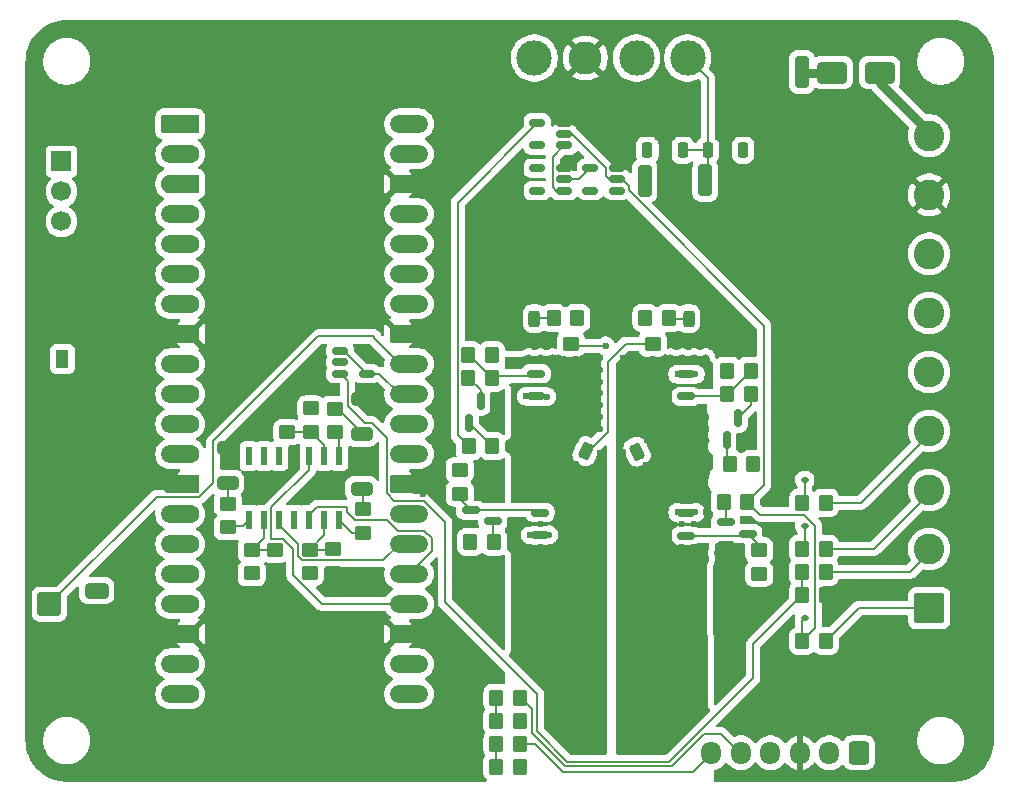
<source format=gtl>
%TF.GenerationSoftware,KiCad,Pcbnew,9.0.2*%
%TF.CreationDate,2025-07-02T07:21:28-06:00*%
%TF.ProjectId,Pico_H-bridge_complete,5069636f-5f48-42d6-9272-696467655f63,rev?*%
%TF.SameCoordinates,Original*%
%TF.FileFunction,Copper,L1,Top*%
%TF.FilePolarity,Positive*%
%FSLAX46Y46*%
G04 Gerber Fmt 4.6, Leading zero omitted, Abs format (unit mm)*
G04 Created by KiCad (PCBNEW 9.0.2) date 2025-07-02 07:21:28*
%MOMM*%
%LPD*%
G01*
G04 APERTURE LIST*
G04 Aperture macros list*
%AMRoundRect*
0 Rectangle with rounded corners*
0 $1 Rounding radius*
0 $2 $3 $4 $5 $6 $7 $8 $9 X,Y pos of 4 corners*
0 Add a 4 corners polygon primitive as box body*
4,1,4,$2,$3,$4,$5,$6,$7,$8,$9,$2,$3,0*
0 Add four circle primitives for the rounded corners*
1,1,$1+$1,$2,$3*
1,1,$1+$1,$4,$5*
1,1,$1+$1,$6,$7*
1,1,$1+$1,$8,$9*
0 Add four rect primitives between the rounded corners*
20,1,$1+$1,$2,$3,$4,$5,0*
20,1,$1+$1,$4,$5,$6,$7,0*
20,1,$1+$1,$6,$7,$8,$9,0*
20,1,$1+$1,$8,$9,$2,$3,0*%
%AMFreePoly0*
4,1,37,0.800000,0.796148,0.878414,0.796148,1.032228,0.765552,1.177117,0.705537,1.307515,0.618408,1.418408,0.507515,1.505537,0.377117,1.565552,0.232228,1.596148,0.078414,1.596148,-0.078414,1.565552,-0.232228,1.505537,-0.377117,1.418408,-0.507515,1.307515,-0.618408,1.177117,-0.705537,1.032228,-0.765552,0.878414,-0.796148,0.800000,-0.796148,0.800000,-0.800000,-1.400000,-0.800000,
-1.403843,-0.796157,-1.439018,-0.796157,-1.511114,-0.766294,-1.566294,-0.711114,-1.596157,-0.639018,-1.596157,-0.603843,-1.600000,-0.600000,-1.600000,0.600000,-1.596157,0.603843,-1.596157,0.639018,-1.566294,0.711114,-1.511114,0.766294,-1.439018,0.796157,-1.403843,0.796157,-1.400000,0.800000,0.800000,0.800000,0.800000,0.796148,0.800000,0.796148,$1*%
%AMFreePoly1*
4,1,37,1.403843,0.796157,1.439018,0.796157,1.511114,0.766294,1.566294,0.711114,1.596157,0.639018,1.596157,0.603843,1.600000,0.600000,1.600000,-0.600000,1.596157,-0.603843,1.596157,-0.639018,1.566294,-0.711114,1.511114,-0.766294,1.439018,-0.796157,1.403843,-0.796157,1.400000,-0.800000,-0.800000,-0.800000,-0.800000,-0.796148,-0.878414,-0.796148,-1.032228,-0.765552,-1.177117,-0.705537,
-1.307515,-0.618408,-1.418408,-0.507515,-1.505537,-0.377117,-1.565552,-0.232228,-1.596148,-0.078414,-1.596148,0.078414,-1.565552,0.232228,-1.505537,0.377117,-1.418408,0.507515,-1.307515,0.618408,-1.177117,0.705537,-1.032228,0.765552,-0.878414,0.796148,-0.800000,0.796148,-0.800000,0.800000,1.400000,0.800000,1.403843,0.796157,1.403843,0.796157,$1*%
%AMFreePoly2*
4,1,37,0.603843,0.796157,0.639018,0.796157,0.711114,0.766294,0.766294,0.711114,0.796157,0.639018,0.796157,0.603843,0.800000,0.600000,0.800000,-0.600000,0.796157,-0.603843,0.796157,-0.639018,0.766294,-0.711114,0.711114,-0.766294,0.639018,-0.796157,0.603843,-0.796157,0.600000,-0.800000,0.000000,-0.800000,0.000000,-0.796148,-0.078414,-0.796148,-0.232228,-0.765552,-0.377117,-0.705537,
-0.507515,-0.618408,-0.618408,-0.507515,-0.705537,-0.377117,-0.765552,-0.232228,-0.796148,-0.078414,-0.796148,0.078414,-0.765552,0.232228,-0.705537,0.377117,-0.618408,0.507515,-0.507515,0.618408,-0.377117,0.705537,-0.232228,0.765552,-0.078414,0.796148,0.000000,0.796148,0.000000,0.800000,0.600000,0.800000,0.603843,0.796157,0.603843,0.796157,$1*%
%AMFreePoly3*
4,1,37,0.000000,0.796148,0.078414,0.796148,0.232228,0.765552,0.377117,0.705537,0.507515,0.618408,0.618408,0.507515,0.705537,0.377117,0.765552,0.232228,0.796148,0.078414,0.796148,-0.078414,0.765552,-0.232228,0.705537,-0.377117,0.618408,-0.507515,0.507515,-0.618408,0.377117,-0.705537,0.232228,-0.765552,0.078414,-0.796148,0.000000,-0.796148,0.000000,-0.800000,-0.600000,-0.800000,
-0.603843,-0.796157,-0.639018,-0.796157,-0.711114,-0.766294,-0.766294,-0.711114,-0.796157,-0.639018,-0.796157,-0.603843,-0.800000,-0.600000,-0.800000,0.600000,-0.796157,0.603843,-0.796157,0.639018,-0.766294,0.711114,-0.711114,0.766294,-0.639018,0.796157,-0.603843,0.796157,-0.600000,0.800000,0.000000,0.800000,0.000000,0.796148,0.000000,0.796148,$1*%
%AMFreePoly4*
4,1,9,3.862500,-0.866500,0.737500,-0.866500,0.737500,-0.450000,-0.737500,-0.450000,-0.737500,0.450000,0.737500,0.450000,0.737500,0.866500,3.862500,0.866500,3.862500,-0.866500,3.862500,-0.866500,$1*%
G04 Aperture macros list end*
%TA.AperFunction,SMDPad,CuDef*%
%ADD10RoundRect,0.250000X0.650000X-0.325000X0.650000X0.325000X-0.650000X0.325000X-0.650000X-0.325000X0*%
%TD*%
%TA.AperFunction,SMDPad,CuDef*%
%ADD11FreePoly0,0.000000*%
%TD*%
%TA.AperFunction,ComponentPad*%
%ADD12RoundRect,0.200000X-0.600000X-0.600000X0.600000X-0.600000X0.600000X0.600000X-0.600000X0.600000X0*%
%TD*%
%TA.AperFunction,SMDPad,CuDef*%
%ADD13RoundRect,0.800000X-0.800000X-0.000010X0.800000X-0.000010X0.800000X0.000010X-0.800000X0.000010X0*%
%TD*%
%TA.AperFunction,ComponentPad*%
%ADD14C,1.600000*%
%TD*%
%TA.AperFunction,SMDPad,CuDef*%
%ADD15FreePoly1,0.000000*%
%TD*%
%TA.AperFunction,ComponentPad*%
%ADD16FreePoly2,0.000000*%
%TD*%
%TA.AperFunction,ComponentPad*%
%ADD17FreePoly3,0.000000*%
%TD*%
%TA.AperFunction,SMDPad,CuDef*%
%ADD18RoundRect,0.250000X-0.450000X0.350000X-0.450000X-0.350000X0.450000X-0.350000X0.450000X0.350000X0*%
%TD*%
%TA.AperFunction,SMDPad,CuDef*%
%ADD19R,0.600000X1.550000*%
%TD*%
%TA.AperFunction,SMDPad,CuDef*%
%ADD20RoundRect,0.250000X0.450000X-0.350000X0.450000X0.350000X-0.450000X0.350000X-0.450000X-0.350000X0*%
%TD*%
%TA.AperFunction,SMDPad,CuDef*%
%ADD21RoundRect,0.250000X-0.325000X-1.100000X0.325000X-1.100000X0.325000X1.100000X-0.325000X1.100000X0*%
%TD*%
%TA.AperFunction,ComponentPad*%
%ADD22RoundRect,0.250000X1.050000X-1.050000X1.050000X1.050000X-1.050000X1.050000X-1.050000X-1.050000X0*%
%TD*%
%TA.AperFunction,ComponentPad*%
%ADD23C,2.600000*%
%TD*%
%TA.AperFunction,SMDPad,CuDef*%
%ADD24RoundRect,0.150000X0.150000X-0.587500X0.150000X0.587500X-0.150000X0.587500X-0.150000X-0.587500X0*%
%TD*%
%TA.AperFunction,SMDPad,CuDef*%
%ADD25RoundRect,0.250000X0.325000X1.100000X-0.325000X1.100000X-0.325000X-1.100000X0.325000X-1.100000X0*%
%TD*%
%TA.AperFunction,SMDPad,CuDef*%
%ADD26RoundRect,0.150000X0.587500X0.150000X-0.587500X0.150000X-0.587500X-0.150000X0.587500X-0.150000X0*%
%TD*%
%TA.AperFunction,SMDPad,CuDef*%
%ADD27RoundRect,0.250000X0.350000X0.450000X-0.350000X0.450000X-0.350000X-0.450000X0.350000X-0.450000X0*%
%TD*%
%TA.AperFunction,SMDPad,CuDef*%
%ADD28RoundRect,0.243750X0.413732X0.310490X-0.028093X0.516516X-0.413732X-0.310490X0.028093X-0.516516X0*%
%TD*%
%TA.AperFunction,SMDPad,CuDef*%
%ADD29RoundRect,0.250000X-0.350000X-0.450000X0.350000X-0.450000X0.350000X0.450000X-0.350000X0.450000X0*%
%TD*%
%TA.AperFunction,SMDPad,CuDef*%
%ADD30RoundRect,0.150000X-0.587500X-0.150000X0.587500X-0.150000X0.587500X0.150000X-0.587500X0.150000X0*%
%TD*%
%TA.AperFunction,SMDPad,CuDef*%
%ADD31RoundRect,0.150000X0.512500X0.150000X-0.512500X0.150000X-0.512500X-0.150000X0.512500X-0.150000X0*%
%TD*%
%TA.AperFunction,SMDPad,CuDef*%
%ADD32RoundRect,0.250000X-1.000000X-0.650000X1.000000X-0.650000X1.000000X0.650000X-1.000000X0.650000X0*%
%TD*%
%TA.AperFunction,ComponentPad*%
%ADD33C,3.000000*%
%TD*%
%TA.AperFunction,SMDPad,CuDef*%
%ADD34RoundRect,0.150000X-0.512500X-0.150000X0.512500X-0.150000X0.512500X0.150000X-0.512500X0.150000X0*%
%TD*%
%TA.AperFunction,SMDPad,CuDef*%
%ADD35RoundRect,0.243750X-0.028093X-0.516516X0.413732X-0.310490X0.028093X0.516516X-0.413732X0.310490X0*%
%TD*%
%TA.AperFunction,ComponentPad*%
%ADD36C,1.700000*%
%TD*%
%TA.AperFunction,ComponentPad*%
%ADD37R,1.700000X1.700000*%
%TD*%
%TA.AperFunction,ComponentPad*%
%ADD38C,2.800000*%
%TD*%
%TA.AperFunction,ComponentPad*%
%ADD39O,1.700000X1.950000*%
%TD*%
%TA.AperFunction,ComponentPad*%
%ADD40RoundRect,0.250000X0.600000X0.725000X-0.600000X0.725000X-0.600000X-0.725000X0.600000X-0.725000X0*%
%TD*%
%TA.AperFunction,SMDPad,CuDef*%
%ADD41RoundRect,0.225000X-0.225000X-0.250000X0.225000X-0.250000X0.225000X0.250000X-0.225000X0.250000X0*%
%TD*%
%TA.AperFunction,SMDPad,CuDef*%
%ADD42RoundRect,0.225000X0.225000X-0.425000X0.225000X0.425000X-0.225000X0.425000X-0.225000X-0.425000X0*%
%TD*%
%TA.AperFunction,SMDPad,CuDef*%
%ADD43FreePoly4,90.000000*%
%TD*%
%TA.AperFunction,SMDPad,CuDef*%
%ADD44RoundRect,0.112500X-0.187500X-0.112500X0.187500X-0.112500X0.187500X0.112500X-0.187500X0.112500X0*%
%TD*%
%TA.AperFunction,SMDPad,CuDef*%
%ADD45RoundRect,0.243750X0.243750X0.456250X-0.243750X0.456250X-0.243750X-0.456250X0.243750X-0.456250X0*%
%TD*%
%TA.AperFunction,ComponentPad*%
%ADD46RoundRect,0.250000X-1.050000X-1.050000X1.050000X-1.050000X1.050000X1.050000X-1.050000X1.050000X0*%
%TD*%
%TA.AperFunction,SMDPad,CuDef*%
%ADD47RoundRect,0.243750X-0.243750X-0.456250X0.243750X-0.456250X0.243750X0.456250X-0.243750X0.456250X0*%
%TD*%
%TA.AperFunction,SMDPad,CuDef*%
%ADD48R,1.100000X1.500000*%
%TD*%
%TA.AperFunction,SMDPad,CuDef*%
%ADD49RoundRect,0.250000X-0.750000X0.400000X-0.750000X-0.400000X0.750000X-0.400000X0.750000X0.400000X0*%
%TD*%
%TA.AperFunction,SMDPad,CuDef*%
%ADD50RoundRect,0.250000X-0.750000X0.750000X-0.750000X-0.750000X0.750000X-0.750000X0.750000X0.750000X0*%
%TD*%
%TA.AperFunction,ViaPad*%
%ADD51C,0.600000*%
%TD*%
%TA.AperFunction,ViaPad*%
%ADD52C,1.000000*%
%TD*%
%TA.AperFunction,Conductor*%
%ADD53C,0.200000*%
%TD*%
%TA.AperFunction,Conductor*%
%ADD54C,0.750000*%
%TD*%
G04 APERTURE END LIST*
D10*
%TO.P,C1,2*%
%TO.N,GND*%
X100610000Y-91755000D03*
%TO.P,C1,1*%
%TO.N,Analog Position x10*%
X100610000Y-94705000D03*
%TD*%
D11*
%TO.P,U1,1,GPIO0*%
%TO.N,unconnected-(U1-GPIO0-Pad1)_1*%
X96600000Y-64300000D03*
D12*
%TO.N,unconnected-(U1-GPIO0-Pad1)*%
X97400000Y-64300000D03*
D13*
%TO.P,U1,2,GPIO1*%
%TO.N,unconnected-(U1-GPIO1-Pad2)_1*%
X96600000Y-66840000D03*
D14*
%TO.N,unconnected-(U1-GPIO1-Pad2)*%
X97400000Y-66840000D03*
D15*
%TO.P,U1,3,GND*%
%TO.N,unconnected-(U1-GND-Pad3)*%
X96600000Y-69380000D03*
D16*
%TO.N,unconnected-(U1-GND-Pad3)_1*%
X97400000Y-69380000D03*
D13*
%TO.P,U1,4,GPIO2*%
%TO.N,A*%
X96600000Y-71920000D03*
D14*
X97400000Y-71920000D03*
D13*
%TO.P,U1,5,GPIO3*%
%TO.N,B*%
X96600000Y-74460000D03*
D14*
X97400000Y-74460000D03*
D13*
%TO.P,U1,6,GPIO4*%
%TO.N,unconnected-(U1-GPIO4-Pad6)_1*%
X96600000Y-77000000D03*
D14*
%TO.N,unconnected-(U1-GPIO4-Pad6)*%
X97400000Y-77000000D03*
D13*
%TO.P,U1,7,GPIO5*%
%TO.N,unconnected-(U1-GPIO5-Pad7)*%
X96600000Y-79540000D03*
D14*
%TO.N,unconnected-(U1-GPIO5-Pad7)_1*%
X97400000Y-79540000D03*
D15*
%TO.P,U1,8,GND*%
%TO.N,GND*%
X96600000Y-82080000D03*
D16*
X97400000Y-82080000D03*
D13*
%TO.P,U1,9,GPIO6*%
%TO.N,unconnected-(U1-GPIO6-Pad9)_1*%
X96600000Y-84620000D03*
D14*
%TO.N,unconnected-(U1-GPIO6-Pad9)*%
X97400000Y-84620000D03*
D13*
%TO.P,U1,10,GPIO7*%
%TO.N,unconnected-(U1-GPIO7-Pad10)_1*%
X96600000Y-87160000D03*
D14*
%TO.N,unconnected-(U1-GPIO7-Pad10)*%
X97400000Y-87160000D03*
D13*
%TO.P,U1,11,GPIO8*%
%TO.N,unconnected-(U1-GPIO8-Pad11)*%
X96600000Y-89700000D03*
D14*
%TO.N,unconnected-(U1-GPIO8-Pad11)_1*%
X97400000Y-89700000D03*
D13*
%TO.P,U1,12,GPIO9*%
%TO.N,unconnected-(U1-GPIO9-Pad12)_1*%
X96600000Y-92240000D03*
D14*
%TO.N,unconnected-(U1-GPIO9-Pad12)*%
X97400000Y-92240000D03*
D15*
%TO.P,U1,13,GND*%
%TO.N,GND*%
X96600000Y-94780000D03*
D16*
X97400000Y-94780000D03*
D13*
%TO.P,U1,14,GPIO10*%
%TO.N,unconnected-(U1-GPIO10-Pad14)*%
X96600000Y-97320000D03*
D14*
%TO.N,unconnected-(U1-GPIO10-Pad14)_1*%
X97400000Y-97320000D03*
D13*
%TO.P,U1,15,GPIO11*%
%TO.N,unconnected-(U1-GPIO11-Pad15)*%
X96600000Y-99860000D03*
D14*
%TO.N,unconnected-(U1-GPIO11-Pad15)_1*%
X97400000Y-99860000D03*
D13*
%TO.P,U1,16,GPIO12*%
%TO.N,unconnected-(U1-GPIO12-Pad16)_1*%
X96600000Y-102400000D03*
D14*
%TO.N,unconnected-(U1-GPIO12-Pad16)*%
X97400000Y-102400000D03*
D13*
%TO.P,U1,17,GPIO13*%
%TO.N,Net-(U1-GPIO13)*%
X96600000Y-104940000D03*
D14*
X97400000Y-104940000D03*
D15*
%TO.P,U1,18,GND*%
%TO.N,GND*%
X96600000Y-107480000D03*
D16*
X97400000Y-107480000D03*
D13*
%TO.P,U1,19,GPIO14*%
%TO.N,Limit Switch*%
X96600000Y-110020000D03*
D14*
X97400000Y-110020000D03*
D13*
%TO.P,U1,20,GPIO15*%
%TO.N,Home*%
X96600000Y-112560000D03*
D14*
X97400000Y-112560000D03*
%TO.P,U1,21,GPIO16*%
%TO.N,Net-(U1-GPIO16)*%
X115180000Y-112560000D03*
D13*
X115980000Y-112560000D03*
D14*
%TO.P,U1,22,GPIO17*%
%TO.N,Net-(U1-GPIO17)*%
X115180000Y-110020000D03*
D13*
X115980000Y-110020000D03*
D17*
%TO.P,U1,23,GND*%
%TO.N,GND*%
X115180000Y-107480000D03*
D11*
X115980000Y-107480000D03*
D14*
%TO.P,U1,24,GPIO18*%
%TO.N,PWM Position*%
X115180000Y-104940000D03*
D13*
X115980000Y-104940000D03*
D14*
%TO.P,U1,25,GPIO19*%
%TO.N,PWM Speed*%
X115180000Y-102400000D03*
D13*
X115980000Y-102400000D03*
D14*
%TO.P,U1,26,GPIO20*%
%TO.N,PWM Position x10*%
X115180000Y-99860000D03*
D13*
X115980000Y-99860000D03*
D14*
%TO.P,U1,27,GPIO21*%
%TO.N,Speed_set PWM*%
X115180000Y-97320000D03*
D13*
X115980000Y-97320000D03*
D17*
%TO.P,U1,28,GND*%
%TO.N,GND*%
X115180000Y-94780000D03*
D11*
X115980000Y-94780000D03*
D14*
%TO.P,U1,29,GPIO22*%
%TO.N,unconnected-(U1-GPIO22-Pad29)*%
X115180000Y-92240000D03*
D13*
%TO.N,unconnected-(U1-GPIO22-Pad29)_1*%
X115980000Y-92240000D03*
D14*
%TO.P,U1,30,RUN*%
%TO.N,unconnected-(U1-RUN-Pad30)*%
X115180000Y-89700000D03*
D13*
%TO.N,unconnected-(U1-RUN-Pad30)_1*%
X115980000Y-89700000D03*
D14*
%TO.P,U1,31,GPIO26_ADC0*%
%TO.N,Speed_set*%
X115180000Y-87160000D03*
D13*
X115980000Y-87160000D03*
D14*
%TO.P,U1,32,GPIO27_ADC1*%
%TO.N,Net-(U1-GPIO27_ADC1)*%
X115180000Y-84620000D03*
D13*
X115980000Y-84620000D03*
D17*
%TO.P,U1,33,AGND*%
%TO.N,GND*%
X115180000Y-82080000D03*
D11*
X115980000Y-82080000D03*
D14*
%TO.P,U1,34,GPIO28_ADC2*%
%TO.N,unconnected-(U1-GPIO28_ADC2-Pad34)_1*%
X115180000Y-79540000D03*
D13*
%TO.N,unconnected-(U1-GPIO28_ADC2-Pad34)*%
X115980000Y-79540000D03*
D14*
%TO.P,U1,35,ADC_VREF*%
%TO.N,+3.3V*%
X115180000Y-77000000D03*
D13*
X115980000Y-77000000D03*
D14*
%TO.P,U1,36,3V3*%
X115180000Y-74460000D03*
D13*
X115980000Y-74460000D03*
D14*
%TO.P,U1,37,3V3_EN*%
%TO.N,unconnected-(U1-3V3_EN-Pad37)_1*%
X115180000Y-71920000D03*
D13*
%TO.N,unconnected-(U1-3V3_EN-Pad37)*%
X115980000Y-71920000D03*
D17*
%TO.P,U1,38,GND*%
%TO.N,GND*%
X115180000Y-69380000D03*
D11*
X115980000Y-69380000D03*
D14*
%TO.P,U1,39,VSYS*%
%TO.N,+5V*%
X115180000Y-66840000D03*
D13*
X115980000Y-66840000D03*
D14*
%TO.P,U1,40,VBUS*%
%TO.N,unconnected-(U1-VBUS-Pad40)*%
X115180000Y-64300000D03*
D13*
%TO.N,unconnected-(U1-VBUS-Pad40)_1*%
X115980000Y-64300000D03*
%TD*%
D18*
%TO.P,R13,2*%
%TO.N,GND*%
X104645000Y-102370000D03*
%TO.P,R13,1*%
%TO.N,Net-(U5A--)*%
X104645000Y-100370000D03*
%TD*%
D19*
%TO.P,U5,14*%
%TO.N,unconnected-(U5-Pad14)*%
X102425000Y-92415000D03*
%TO.P,U5,13,-*%
%TO.N,unconnected-(U5D---Pad13)*%
X103695000Y-92415000D03*
%TO.P,U5,12,+*%
%TO.N,unconnected-(U5D-+-Pad12)*%
X104965000Y-92415000D03*
%TO.P,U5,11,V-*%
%TO.N,GND*%
X106235000Y-92415000D03*
%TO.P,U5,10,+*%
%TO.N,PWM Position*%
X107505000Y-92415000D03*
%TO.P,U5,9,-*%
%TO.N,Net-(U5C--)*%
X108775000Y-92415000D03*
%TO.P,U5,8*%
%TO.N,Net-(R17-Pad1)*%
X110045000Y-92415000D03*
%TO.P,U5,7*%
%TO.N,Net-(R14-Pad1)*%
X110045000Y-97815000D03*
%TO.P,U5,6,-*%
%TO.N,Net-(U5B--)*%
X108775000Y-97815000D03*
%TO.P,U5,5,+*%
%TO.N,PWM Speed*%
X107505000Y-97815000D03*
%TO.P,U5,4,V+*%
%TO.N,+10V*%
X106235000Y-97815000D03*
%TO.P,U5,3,+*%
%TO.N,PWM Position x10*%
X104965000Y-97815000D03*
%TO.P,U5,2,-*%
%TO.N,Net-(U5A--)*%
X103695000Y-97815000D03*
%TO.P,U5,1*%
%TO.N,Net-(R11-Pad1)*%
X102425000Y-97815000D03*
%TD*%
D20*
%TO.P,R14,2*%
%TO.N,Analog Speed*%
X112050000Y-96900000D03*
%TO.P,R14,1*%
%TO.N,Net-(R14-Pad1)*%
X112050000Y-98900000D03*
%TD*%
D18*
%TO.P,R16,2*%
%TO.N,GND*%
X109555000Y-102330000D03*
%TO.P,R16,1*%
%TO.N,Net-(U5B--)*%
X109555000Y-100330000D03*
%TD*%
D21*
%TO.P,C8,2*%
%TO.N,GND*%
X144000000Y-69090000D03*
%TO.P,C8,1*%
%TO.N,+10V*%
X141050000Y-69090000D03*
%TD*%
D22*
%TO.P,J1,1,Pin_1*%
%TO.N,Net-(J1-Pin_1)*%
X160020000Y-105300000D03*
D23*
%TO.P,J1,2,Pin_2*%
%TO.N,Net-(J1-Pin_2)*%
X160020000Y-100300000D03*
%TO.P,J1,3,Pin_3*%
%TO.N,Net-(J1-Pin_3)*%
X160020000Y-95300000D03*
%TO.P,J1,4,Pin_4*%
%TO.N,Net-(J1-Pin_4)*%
X160020000Y-90300000D03*
%TO.P,J1,5,Pin_5*%
%TO.N,Analog Position x10*%
X160020000Y-85300000D03*
%TO.P,J1,6,Pin_6*%
%TO.N,Analog Position*%
X160020000Y-80300000D03*
%TO.P,J1,7,Pin_7*%
%TO.N,Analog Speed*%
X160020000Y-75300000D03*
%TO.P,J1,8,Pin_8*%
%TO.N,GND*%
X160020000Y-70300000D03*
%TO.P,J1,9,Pin_9*%
%TO.N,Net-(D5-A)*%
X160020000Y-65300000D03*
%TD*%
D24*
%TO.P,Q6,3,C*%
%TO.N,Net-(Q6-C)*%
X143840000Y-89202500D03*
%TO.P,Q6,2,E*%
%TO.N,GND*%
X144790000Y-91077500D03*
%TO.P,Q6,1,B*%
%TO.N,Net-(Q6-B)*%
X142890000Y-91077500D03*
%TD*%
D25*
%TO.P,C4,2*%
%TO.N,GND*%
X146295000Y-59905000D03*
%TO.P,C4,1*%
%TO.N,+12V*%
X149245000Y-59905000D03*
%TD*%
D26*
%TO.P,Q2,3,D*%
%TO.N,M+*%
X137587500Y-98210000D03*
%TO.P,Q2,2,S*%
%TO.N,GND*%
X139462500Y-97260000D03*
%TO.P,Q2,1,G*%
%TO.N,Net-(Q2-G)*%
X139462500Y-99160000D03*
%TD*%
D27*
%TO.P,R4,1*%
%TO.N,Net-(J1-Pin_3)*%
X151270000Y-100281429D03*
%TO.P,R4,2*%
%TO.N,Home*%
X149270000Y-100281429D03*
%TD*%
%TO.P,R2,2*%
%TO.N,Net-(D2-A)*%
X128225000Y-80746000D03*
%TO.P,R2,1*%
%TO.N,Net-(U1-GPIO17)*%
X130225000Y-80746000D03*
%TD*%
D28*
%TO.P,D3,2,A*%
%TO.N,M-*%
X129265337Y-91223796D03*
%TO.P,D3,1,K*%
%TO.N,Net-(D3-K)*%
X130964663Y-92016204D03*
%TD*%
D29*
%TO.P,R1,2*%
%TO.N,Net-(D1-A)*%
X137989000Y-80746000D03*
%TO.P,R1,1*%
%TO.N,Net-(U1-GPIO16)*%
X135989000Y-80746000D03*
%TD*%
D30*
%TO.P,Q8,3,C*%
%TO.N,Net-(Q2-G)*%
X144657500Y-99000000D03*
%TO.P,Q8,2,E*%
%TO.N,GND*%
X142782500Y-99950000D03*
%TO.P,Q8,1,B*%
%TO.N,Net-(Q8-B)*%
X142782500Y-98050000D03*
%TD*%
D31*
%TO.P,U8,5,VCC*%
%TO.N,+5V*%
X126832500Y-69955000D03*
%TO.P,U8,4*%
%TO.N,/H-Bridge/CCW0*%
X126832500Y-68055000D03*
%TO.P,U8,3,GND*%
%TO.N,GND*%
X129107500Y-68055000D03*
%TO.P,U8,2*%
%TO.N,/H-Bridge/CCW1*%
X129107500Y-69005000D03*
%TO.P,U8,1*%
%TO.N,Net-(JP1-C)*%
X129107500Y-69955000D03*
%TD*%
D30*
%TO.P,Q1,3,D*%
%TO.N,M-*%
X128931238Y-98166260D03*
%TO.P,Q1,2,S*%
%TO.N,GND*%
X127056238Y-99116260D03*
%TO.P,Q1,1,G*%
%TO.N,Net-(Q1-G)*%
X127056238Y-97216260D03*
%TD*%
D29*
%TO.P,R30,2*%
%TO.N,+12V*%
X122990000Y-83900000D03*
%TO.P,R30,1*%
%TO.N,Net-(Q3-G)*%
X120990000Y-83900000D03*
%TD*%
%TO.P,R25,1*%
%TO.N,Net-(U11-+)*%
X149270000Y-102233571D03*
%TO.P,R25,2*%
%TO.N,Net-(J1-Pin_2)*%
X151270000Y-102233571D03*
%TD*%
D32*
%TO.P,D5,2,A*%
%TO.N,Net-(D5-A)*%
X155820000Y-59960000D03*
%TO.P,D5,1,K*%
%TO.N,+12V*%
X151820000Y-59960000D03*
%TD*%
D31*
%TO.P,U10,5,VCC*%
%TO.N,+5V*%
X131327500Y-69945000D03*
%TO.P,U10,4*%
%TO.N,/H-Bridge/CCW1*%
X131327500Y-68045000D03*
%TO.P,U10,3,GND*%
%TO.N,GND*%
X133602500Y-68045000D03*
%TO.P,U10,2*%
%TO.N,Fwd{slash}Rev*%
X133602500Y-68995000D03*
%TO.P,U10,1,NC*%
%TO.N,unconnected-(U10-NC-Pad1)*%
X133602500Y-69945000D03*
%TD*%
D20*
%TO.P,R28,2*%
%TO.N,Net-(Q2-G)*%
X145620000Y-100400000D03*
%TO.P,R28,1*%
%TO.N,+10V*%
X145620000Y-102400000D03*
%TD*%
D33*
%TO.P,TP1,1,1*%
%TO.N,Speed_set*%
X126575000Y-58725000D03*
%TD*%
D29*
%TO.P,R22,2*%
%TO.N,Net-(Q6-C)*%
X144920000Y-87180000D03*
%TO.P,R22,1*%
%TO.N,Net-(Q4-G)*%
X142920000Y-87180000D03*
%TD*%
D34*
%TO.P,U11,1*%
%TO.N,Speed_set*%
X110127500Y-83550000D03*
%TO.P,U11,2,V+*%
%TO.N,+3.3V*%
X110127500Y-84500000D03*
%TO.P,U11,3,+*%
%TO.N,Net-(U11-+)*%
X110127500Y-85450000D03*
%TO.P,U11,4,-*%
%TO.N,Speed_set*%
X112402500Y-85450000D03*
%TO.P,U11,5,V-*%
%TO.N,GND*%
X112402500Y-83550000D03*
%TD*%
D35*
%TO.P,D4,2,A*%
%TO.N,M+*%
X136989664Y-91253795D03*
%TO.P,D4,1,K*%
%TO.N,Net-(D4-K)*%
X135290336Y-92046205D03*
%TD*%
D27*
%TO.P,R6,1*%
%TO.N,Net-(J1-Pin_4)*%
X151270000Y-96377143D03*
%TO.P,R6,2*%
%TO.N,Limit Switch*%
X149270000Y-96377143D03*
%TD*%
D29*
%TO.P,R29,2*%
%TO.N,Net-(Q3-G)*%
X122990000Y-85813333D03*
%TO.P,R29,1*%
%TO.N,Net-(Q5-C)*%
X120990000Y-85813333D03*
%TD*%
%TO.P,R26,2*%
%TO.N,Net-(Q7-B)*%
X123167400Y-99700000D03*
%TO.P,R26,1*%
%TO.N,/H-Bridge/CCW1*%
X121167400Y-99700000D03*
%TD*%
D20*
%TO.P,R9,2*%
%TO.N,Net-(D3-K)*%
X136595000Y-82920000D03*
%TO.P,R9,1*%
%TO.N,M+*%
X136595000Y-84920000D03*
%TD*%
D36*
%TO.P,J4,2,Pin_2*%
%TO.N,M-*%
X131865000Y-105995000D03*
D37*
%TO.P,J4,1,Pin_1*%
%TO.N,M+*%
X134405000Y-105995000D03*
%TD*%
D29*
%TO.P,R31,2*%
%TO.N,Net-(Q5-B)*%
X123040000Y-91600000D03*
%TO.P,R31,1*%
%TO.N,/H-Bridge/CW0*%
X121040000Y-91600000D03*
%TD*%
D27*
%TO.P,R24,1*%
%TO.N,GND*%
X151270000Y-104185714D03*
%TO.P,R24,2*%
%TO.N,Net-(U11-+)*%
X149270000Y-104185714D03*
%TD*%
D33*
%TO.P,TP2,1,1*%
%TO.N,+10V*%
X139572778Y-58725000D03*
%TD*%
D27*
%TO.P,R27,2*%
%TO.N,Net-(Q8-B)*%
X142620000Y-96300000D03*
%TO.P,R27,1*%
%TO.N,Fwd{slash}Rev*%
X144620000Y-96300000D03*
%TD*%
D38*
%TO.P,TP6,1,1*%
%TO.N,GND*%
X130907593Y-58725000D03*
%TD*%
D39*
%TO.P,J2,6,Pin_6*%
%TO.N,Net-(J2-Pin_6)*%
X141575000Y-117555000D03*
%TO.P,J2,5,Pin_5*%
%TO.N,Net-(J2-Pin_5)*%
X144075000Y-117555000D03*
%TO.P,J2,4,Pin_4*%
%TO.N,+5V*%
X146575000Y-117555000D03*
%TO.P,J2,3,Pin_3*%
%TO.N,GND*%
X149075000Y-117555000D03*
%TO.P,J2,2,Pin_2*%
%TO.N,M-*%
X151575000Y-117555000D03*
D40*
%TO.P,J2,1,Pin_1*%
%TO.N,M+*%
X154075000Y-117555000D03*
%TD*%
D33*
%TO.P,TP3,1,1*%
%TO.N,+5V*%
X135240185Y-58725000D03*
%TD*%
D41*
%TO.P,C5,2*%
%TO.N,M+*%
X133900000Y-108600000D03*
%TO.P,C5,1*%
%TO.N,M-*%
X132350000Y-108600000D03*
%TD*%
D21*
%TO.P,C12,2*%
%TO.N,GND*%
X138885000Y-69100000D03*
%TO.P,C12,1*%
%TO.N,+5V*%
X135935000Y-69100000D03*
%TD*%
D30*
%TO.P,Q3,3,D*%
%TO.N,M-*%
X128612500Y-86410000D03*
%TO.P,Q3,2,S*%
%TO.N,+12V*%
X126737500Y-87360000D03*
%TO.P,Q3,1,G*%
%TO.N,Net-(Q3-G)*%
X126737500Y-85460000D03*
%TD*%
D42*
%TO.P,U7,3,VI*%
%TO.N,+10V*%
X139155000Y-66525000D03*
D43*
%TO.P,U7,2,GND*%
%TO.N,GND*%
X137655000Y-66437500D03*
D42*
%TO.P,U7,1,VO*%
%TO.N,+5V*%
X136155000Y-66525000D03*
%TD*%
D24*
%TO.P,Q5,3,C*%
%TO.N,Net-(Q5-C)*%
X122040000Y-87769167D03*
%TO.P,Q5,2,E*%
%TO.N,GND*%
X122990000Y-89644167D03*
%TO.P,Q5,1,B*%
%TO.N,Net-(Q5-B)*%
X121090000Y-89644167D03*
%TD*%
D44*
%TO.P,D7,1,K*%
%TO.N,Limit Switch*%
X149470000Y-94425000D03*
%TO.P,D7,2,A*%
%TO.N,GND*%
X151570000Y-94425000D03*
%TD*%
D45*
%TO.P,D1,2,A*%
%TO.N,Net-(D1-A)*%
X139640500Y-80791000D03*
%TO.P,D1,1,K*%
%TO.N,GND*%
X141515500Y-80791000D03*
%TD*%
D23*
%TO.P,J3,2,Pin_2*%
%TO.N,M+*%
X135425000Y-115100000D03*
D46*
%TO.P,J3,1,Pin_1*%
%TO.N,M-*%
X130425000Y-115100000D03*
%TD*%
D44*
%TO.P,D14,1,K*%
%TO.N,Fwd{slash}Rev*%
X149470000Y-106137857D03*
%TO.P,D14,2,A*%
%TO.N,GND*%
X151570000Y-106137857D03*
%TD*%
D42*
%TO.P,U6,3,IN*%
%TO.N,+12V*%
X144255000Y-66525000D03*
D43*
%TO.P,U6,2,GND*%
%TO.N,GND*%
X142755000Y-66437500D03*
D42*
%TO.P,U6,1,OUT*%
%TO.N,+10V*%
X141255000Y-66525000D03*
%TD*%
D18*
%TO.P,R7,2*%
%TO.N,M-*%
X129695000Y-84920000D03*
%TO.P,R7,1*%
%TO.N,Net-(D4-K)*%
X129695000Y-82920000D03*
%TD*%
%TO.P,R35,2*%
%TO.N,Net-(Q1-G)*%
X120267400Y-95602500D03*
%TO.P,R35,1*%
%TO.N,+10V*%
X120267400Y-93602500D03*
%TD*%
D29*
%TO.P,R8,2*%
%TO.N,/H-Bridge/CCW0*%
X145120000Y-93100000D03*
%TO.P,R8,1*%
%TO.N,Net-(Q6-B)*%
X143120000Y-93100000D03*
%TD*%
D44*
%TO.P,D6,1,K*%
%TO.N,Home*%
X149470000Y-98329286D03*
%TO.P,D6,2,A*%
%TO.N,GND*%
X151570000Y-98329286D03*
%TD*%
D26*
%TO.P,Q4,3,D*%
%TO.N,M+*%
X137587500Y-86435000D03*
%TO.P,Q4,2,S*%
%TO.N,+12V*%
X139462500Y-85485000D03*
%TO.P,Q4,1,G*%
%TO.N,Net-(Q4-G)*%
X139462500Y-87385000D03*
%TD*%
D31*
%TO.P,U9,5,VCC*%
%TO.N,+5V*%
X126832500Y-66120000D03*
%TO.P,U9,4*%
%TO.N,/H-Bridge/CW0*%
X126832500Y-64220000D03*
%TO.P,U9,3,GND*%
%TO.N,GND*%
X129107500Y-64220000D03*
%TO.P,U9,2*%
%TO.N,Fwd{slash}Rev*%
X129107500Y-65170000D03*
%TO.P,U9,1*%
%TO.N,Net-(JP1-C)*%
X129107500Y-66120000D03*
%TD*%
D47*
%TO.P,D2,2,A*%
%TO.N,Net-(D2-A)*%
X126597500Y-80791000D03*
%TO.P,D2,1,K*%
%TO.N,GND*%
X124722500Y-80791000D03*
%TD*%
D27*
%TO.P,R10,1*%
%TO.N,Net-(J1-Pin_1)*%
X151270000Y-108090000D03*
%TO.P,R10,2*%
%TO.N,Fwd{slash}Rev*%
X149270000Y-108090000D03*
%TD*%
D26*
%TO.P,Q7,3,C*%
%TO.N,Net-(Q1-G)*%
X121182500Y-97000000D03*
%TO.P,Q7,2,E*%
%TO.N,GND*%
X123057500Y-96050000D03*
%TO.P,Q7,1,B*%
%TO.N,Net-(Q7-B)*%
X123057500Y-97950000D03*
%TD*%
D27*
%TO.P,R23,2*%
%TO.N,+12V*%
X142920000Y-85200000D03*
%TO.P,R23,1*%
%TO.N,Net-(Q4-G)*%
X144920000Y-85200000D03*
%TD*%
%TO.P,R5,1*%
%TO.N,Net-(J2-Pin_6)*%
X125380000Y-116790000D03*
%TO.P,R5,2*%
%TO.N,B*%
X123380000Y-116790000D03*
%TD*%
D20*
%TO.P,R12,1*%
%TO.N,+3.3V*%
X102665000Y-102360000D03*
%TO.P,R12,2*%
%TO.N,Net-(U5A--)*%
X102665000Y-100360000D03*
%TD*%
%TO.P,R17,1*%
%TO.N,Net-(R17-Pad1)*%
X109670000Y-90410000D03*
%TO.P,R17,2*%
%TO.N,Analog Position*%
X109670000Y-88410000D03*
%TD*%
%TO.P,R19,1*%
%TO.N,Net-(U5C--)*%
X105685000Y-90400000D03*
%TO.P,R19,2*%
%TO.N,GND*%
X105685000Y-88400000D03*
%TD*%
D37*
%TO.P,JP1,1,A*%
%TO.N,Speed_set PWM*%
X86550000Y-67485000D03*
D36*
%TO.P,JP1,2,C*%
%TO.N,Net-(JP1-C)*%
X86550000Y-70025000D03*
%TO.P,JP1,3,B*%
%TO.N,+5V*%
X86550000Y-72565000D03*
%TD*%
D27*
%TO.P,R3,1*%
%TO.N,Net-(J2-Pin_5)*%
X125380000Y-112890000D03*
%TO.P,R3,2*%
%TO.N,A*%
X123380000Y-112890000D03*
%TD*%
D10*
%TO.P,C2,1*%
%TO.N,Analog Speed*%
X111970000Y-95185000D03*
%TO.P,C2,2*%
%TO.N,GND*%
X111970000Y-92235000D03*
%TD*%
D29*
%TO.P,R20,1*%
%TO.N,B*%
X123360000Y-118750000D03*
%TO.P,R20,2*%
%TO.N,GND*%
X125360000Y-118750000D03*
%TD*%
D10*
%TO.P,C3,1*%
%TO.N,Analog Position*%
X111970000Y-90545000D03*
%TO.P,C3,2*%
%TO.N,GND*%
X111970000Y-87595000D03*
%TD*%
D29*
%TO.P,R21,1*%
%TO.N,A*%
X123365000Y-114850000D03*
%TO.P,R21,2*%
%TO.N,GND*%
X125365000Y-114850000D03*
%TD*%
D18*
%TO.P,R18,1*%
%TO.N,+3.3V*%
X107677500Y-88400000D03*
%TO.P,R18,2*%
%TO.N,Net-(U5C--)*%
X107677500Y-90400000D03*
%TD*%
D48*
%TO.P,SW1,1*%
%TO.N,GND*%
X86620000Y-93120000D03*
%TO.P,SW1,2*%
%TO.N,Net-(U1-GPIO13)*%
X86620000Y-84220000D03*
%TD*%
D49*
%TO.P,RV1,1,1*%
%TO.N,GND*%
X89520000Y-106125000D03*
D50*
%TO.P,RV1,2,2*%
%TO.N,Net-(U1-GPIO27_ADC1)*%
X85520000Y-104975000D03*
D49*
%TO.P,RV1,3,3*%
%TO.N,+3.3V*%
X89520000Y-103825000D03*
%TD*%
D20*
%TO.P,R15,1*%
%TO.N,+3.3V*%
X107575000Y-102340000D03*
%TO.P,R15,2*%
%TO.N,Net-(U5B--)*%
X107575000Y-100340000D03*
%TD*%
%TO.P,R11,1*%
%TO.N,Net-(R11-Pad1)*%
X100630000Y-98460000D03*
%TO.P,R11,2*%
%TO.N,Analog Position x10*%
X100630000Y-96460000D03*
%TD*%
D51*
%TO.N,Net-(U1-GPIO17)*%
X130225000Y-80746000D03*
%TO.N,Net-(U1-GPIO16)*%
X136020000Y-80800000D03*
%TO.N,GND*%
X125360000Y-118750000D03*
X125365000Y-114850000D03*
X117120000Y-95600000D03*
%TO.N,+12V*%
X127620000Y-87400000D03*
X125920000Y-87360000D03*
X126737500Y-87360000D03*
X138720000Y-85500000D03*
X140220000Y-85500000D03*
X122990000Y-83900000D03*
X139462500Y-85485000D03*
X142920000Y-85200000D03*
%TO.N,A*%
X123365000Y-114850000D03*
%TO.N,B*%
X123360000Y-118750000D03*
%TO.N,Net-(JP1-C)*%
X129120000Y-66100000D03*
%TO.N,/H-Bridge/CCW0*%
X126832500Y-68055000D03*
%TO.N,/H-Bridge/CCW1*%
X129120000Y-69000000D03*
X121167400Y-99700000D03*
%TO.N,/H-Bridge/CCW0*%
X145120000Y-93100000D03*
%TO.N,GND*%
X144790000Y-91077500D03*
%TO.N,Limit Switch*%
X149270000Y-96377143D03*
%TO.N,Home*%
X149270000Y-100281429D03*
%TO.N,Net-(U1-GPIO13)*%
X86620000Y-84220000D03*
%TO.N,GND*%
X112402500Y-83550000D03*
%TO.N,+3.3V*%
X110127500Y-84500000D03*
%TO.N,+10V*%
X120267400Y-93602500D03*
X145620000Y-102400000D03*
%TO.N,GND*%
X151570000Y-94425000D03*
X151570000Y-98329286D03*
X151270000Y-104185714D03*
X151570000Y-106137857D03*
X124722500Y-80791000D03*
X141515500Y-80791000D03*
%TO.N,+5V*%
X126832500Y-69955000D03*
%TO.N,GND*%
X129107500Y-68055000D03*
X142755000Y-66437500D03*
%TO.N,+12V*%
X144255000Y-66525000D03*
%TO.N,GND*%
X144000000Y-69090000D03*
%TO.N,+10V*%
X141050000Y-69090000D03*
%TO.N,+12V*%
X149300000Y-59960000D03*
D52*
X151820000Y-59960000D03*
D51*
%TO.N,M-*%
X130120000Y-84200000D03*
X130120000Y-87120000D03*
X130120000Y-88120000D03*
X130120000Y-85120000D03*
X130118000Y-89100000D03*
X130120000Y-86120000D03*
%TO.N,GND*%
X122990000Y-89644167D03*
%TO.N,Net-(D4-K)*%
X135320000Y-92000000D03*
%TO.N,M+*%
X135122000Y-100120000D03*
X136122000Y-100120000D03*
%TO.N,M-*%
X132120000Y-90100000D03*
%TO.N,M+*%
X140122000Y-98220000D03*
X140122000Y-84120000D03*
X138122000Y-90120000D03*
X140122000Y-93120000D03*
%TO.N,M-*%
X131122000Y-100120000D03*
%TO.N,M+*%
X140122000Y-90120000D03*
%TO.N,GND*%
X139462500Y-97260000D03*
%TO.N,M+*%
X135113000Y-94100000D03*
X134120000Y-89100000D03*
%TO.N,M-*%
X132122000Y-84120000D03*
%TO.N,M+*%
X140122000Y-94120000D03*
%TO.N,M-*%
X131122000Y-101120000D03*
%TO.N,M+*%
X141115000Y-96120000D03*
%TO.N,M-*%
X131120000Y-99100000D03*
X131122000Y-88120000D03*
X132122000Y-86120000D03*
X131122000Y-85120000D03*
%TO.N,M+*%
X141115000Y-89120000D03*
%TO.N,M-*%
X126122000Y-84120000D03*
%TO.N,M+*%
X134122000Y-100120000D03*
X138115000Y-91120000D03*
X134115000Y-97120000D03*
X139122000Y-84120000D03*
X141115000Y-94120000D03*
X134113000Y-94100000D03*
%TO.N,M-*%
X130122000Y-101120000D03*
X132122000Y-100120000D03*
%TO.N,M+*%
X135115000Y-98120000D03*
%TO.N,M-*%
X132122000Y-101120000D03*
X132122000Y-88120000D03*
%TO.N,M+*%
X134120000Y-90100000D03*
X138115000Y-95120000D03*
%TO.N,M-*%
X132120000Y-95100000D03*
%TO.N,M+*%
X140122000Y-95120000D03*
X134115000Y-99120000D03*
%TO.N,M-*%
X127122000Y-84120000D03*
X128122000Y-84120000D03*
%TO.N,M+*%
X141115000Y-101100000D03*
X134122000Y-87120000D03*
%TO.N,M-*%
X131120000Y-89100000D03*
%TO.N,M+*%
X134122000Y-88120000D03*
%TO.N,M-*%
X131120000Y-95100000D03*
%TO.N,M+*%
X141115000Y-92120000D03*
X134122000Y-84120000D03*
X141115000Y-91120000D03*
X140122000Y-101120000D03*
X134115000Y-98120000D03*
%TO.N,M-*%
X132120000Y-93100000D03*
%TO.N,M+*%
X141115000Y-98120000D03*
X136122000Y-101120000D03*
%TO.N,GND*%
X133602500Y-68045000D03*
%TO.N,M+*%
X135115000Y-99120000D03*
%TO.N,M-*%
X132120000Y-89100000D03*
X132115000Y-98120000D03*
%TO.N,M+*%
X139122000Y-94120000D03*
%TO.N,M-*%
X130122000Y-100120000D03*
X131122000Y-86120000D03*
%TO.N,M+*%
X138122000Y-84120000D03*
X139122000Y-100120000D03*
%TO.N,M-*%
X131122000Y-97120000D03*
%TO.N,M+*%
X134122000Y-85120000D03*
%TO.N,M-*%
X132122000Y-85120000D03*
X130120000Y-99100000D03*
%TO.N,M+*%
X139122000Y-93120000D03*
X135122000Y-87120000D03*
%TO.N,GND*%
X129107500Y-64220000D03*
%TO.N,M+*%
X140122000Y-89120000D03*
%TO.N,GND*%
X138885000Y-69100000D03*
%TO.N,M+*%
X141115000Y-90120000D03*
X134115000Y-92120000D03*
X136115000Y-99120000D03*
%TO.N,M-*%
X131122000Y-98120000D03*
X132120000Y-94100000D03*
%TO.N,M+*%
X135122000Y-101120000D03*
%TO.N,M-*%
X132122000Y-87120000D03*
%TO.N,GND*%
X137655000Y-66437500D03*
%TO.N,M+*%
X140122000Y-96120000D03*
X141115000Y-93120000D03*
X139122000Y-89120000D03*
X138115000Y-94120000D03*
%TO.N,M-*%
X131122000Y-96120000D03*
%TO.N,M+*%
X135122000Y-84120000D03*
X134115000Y-96120000D03*
%TO.N,M-*%
X132115000Y-99120000D03*
%TO.N,M+*%
X141115000Y-95120000D03*
X139122000Y-92120000D03*
%TO.N,M-*%
X132115000Y-92200000D03*
X132115000Y-96120000D03*
%TO.N,M+*%
X135122000Y-86120000D03*
X140122000Y-92120000D03*
X140122000Y-91120000D03*
X141115000Y-84120000D03*
X139122000Y-91120000D03*
X140122000Y-100120000D03*
X139122000Y-101120000D03*
X138115000Y-93120000D03*
X139122000Y-95120000D03*
X138115000Y-92120000D03*
X138115000Y-96120000D03*
X139122000Y-90120000D03*
X139122000Y-96120000D03*
X139120000Y-98200000D03*
%TO.N,GND*%
X127056238Y-99116260D03*
%TO.N,M+*%
X135115000Y-96120000D03*
X134120000Y-93100000D03*
X134113000Y-95100000D03*
%TO.N,M-*%
X131122000Y-84120000D03*
%TO.N,GND*%
X146295000Y-59905000D03*
%TO.N,M+*%
X135113000Y-95100000D03*
X141115000Y-100120000D03*
X135115000Y-97120000D03*
X134122000Y-101120000D03*
%TO.N,M-*%
X131122000Y-87120000D03*
X132115000Y-97120000D03*
%TO.N,M+*%
X135122000Y-85120000D03*
X134122000Y-86120000D03*
%TO.N,M-*%
X131120000Y-94100000D03*
%TO.N,M+*%
X135120000Y-89100000D03*
X138122000Y-89120000D03*
X135122000Y-88120000D03*
%TO.N,+5V*%
X126832500Y-66120000D03*
X136155000Y-66525000D03*
X135960000Y-69150000D03*
X131327500Y-69945000D03*
%TO.N,M-*%
X128122000Y-89120000D03*
X125122000Y-94120000D03*
X126122000Y-90120000D03*
X125122000Y-95120000D03*
X126122000Y-96120000D03*
X127120000Y-98200000D03*
X125122000Y-93120000D03*
X127115000Y-95120000D03*
X126120000Y-98200000D03*
X128115000Y-92120000D03*
X125122000Y-91120000D03*
X127115000Y-96120000D03*
X127115000Y-93120000D03*
X126122000Y-100120000D03*
X128115000Y-93120000D03*
X126122000Y-93120000D03*
X125122000Y-96120000D03*
X125122000Y-90120000D03*
X127115000Y-91120000D03*
X127122000Y-101120000D03*
X127115000Y-94120000D03*
X127115000Y-92120000D03*
X125122000Y-101120000D03*
X126122000Y-91120000D03*
X126122000Y-94120000D03*
X127122000Y-90120000D03*
X125122000Y-100120000D03*
X126122000Y-89120000D03*
X127122000Y-89120000D03*
X125122000Y-89120000D03*
X125122000Y-92120000D03*
X127122000Y-100120000D03*
X126122000Y-92120000D03*
X128122000Y-90120000D03*
X126122000Y-101120000D03*
X128115000Y-95120000D03*
X128115000Y-91120000D03*
X126122000Y-95120000D03*
X128115000Y-96120000D03*
X128115000Y-94120000D03*
X130115000Y-91100000D03*
X131122000Y-90100000D03*
X125120000Y-99100000D03*
X125120000Y-98100000D03*
%TO.N,M+*%
X135995000Y-88100000D03*
X135995000Y-85100000D03*
X135993000Y-90080000D03*
X135995000Y-89100000D03*
X135995000Y-87100000D03*
X135995000Y-86100000D03*
X137118000Y-90080000D03*
X137120000Y-88100000D03*
X137120000Y-85100000D03*
X137120000Y-87100000D03*
X137120000Y-86100000D03*
X137120000Y-89100000D03*
X136120000Y-91100000D03*
%TO.N,M-*%
X129120000Y-101100000D03*
X129120000Y-87100000D03*
%TO.N,M+*%
X136020000Y-94100000D03*
%TO.N,M-*%
X128120000Y-101100000D03*
%TO.N,GND*%
X138720000Y-97200000D03*
%TO.N,M+*%
X137120000Y-94100000D03*
X137120000Y-93100000D03*
X137122000Y-97120000D03*
X137122000Y-98120000D03*
X137122000Y-95120000D03*
X137122000Y-96120000D03*
%TO.N,M-*%
X130120000Y-93100000D03*
X130120000Y-96100000D03*
X130120000Y-97100000D03*
X130120000Y-94100000D03*
X130118000Y-98080000D03*
X130120000Y-95100000D03*
%TO.N,GND*%
X126220000Y-99100000D03*
%TO.N,M-*%
X129120000Y-94100000D03*
X129118000Y-98080000D03*
X129120000Y-95100000D03*
X129120000Y-93100000D03*
%TO.N,GND*%
X140220000Y-97200000D03*
%TO.N,M-*%
X129120000Y-96100000D03*
X129120000Y-97100000D03*
%TO.N,M+*%
X136022000Y-97120000D03*
X136022000Y-98120000D03*
X136022000Y-95120000D03*
X136022000Y-96120000D03*
%TO.N,M-*%
X129120000Y-100100000D03*
X130120000Y-90100000D03*
X129120000Y-86100000D03*
%TO.N,M+*%
X133900000Y-108600000D03*
%TO.N,M-*%
X129118000Y-89080000D03*
X129120000Y-85100000D03*
%TO.N,GND*%
X142782500Y-99950000D03*
%TO.N,M-*%
X129113000Y-92100000D03*
%TO.N,Net-(D4-K)*%
X132620000Y-83100000D03*
%TO.N,M-*%
X129120000Y-90100000D03*
X129113000Y-91100000D03*
X128120000Y-100100000D03*
X129120000Y-84200000D03*
X129120000Y-88100000D03*
%TO.N,M+*%
X136020000Y-93200000D03*
X141120000Y-97200000D03*
%TO.N,GND*%
X123057500Y-96050000D03*
%TO.N,M+*%
X136595000Y-84200000D03*
X138120000Y-100100000D03*
X138120000Y-101100000D03*
X135120000Y-90100000D03*
%TO.N,GND*%
X127820000Y-99100000D03*
%TO.N,M+*%
X137120000Y-101100000D03*
X137120000Y-100100000D03*
X137120000Y-92100000D03*
X137120000Y-91100000D03*
X137120000Y-99100000D03*
%TO.N,M-*%
X132350000Y-108600000D03*
%TO.N,Analog Position x10*%
X100620000Y-94700000D03*
%TO.N,Analog Position*%
X111970000Y-90545000D03*
%TO.N,GND*%
X89520000Y-106125000D03*
X100610000Y-91755000D03*
X104645000Y-102370000D03*
X111970000Y-87595000D03*
X105685000Y-88400000D03*
X111870000Y-92235000D03*
X106235000Y-92415000D03*
X86620000Y-93120000D03*
X109555000Y-102330000D03*
%TO.N,Analog Speed*%
X111870000Y-95185000D03*
%TO.N,+10V*%
X106235000Y-97815000D03*
%TO.N,+3.3V*%
X89520000Y-103825000D03*
X102665000Y-102360000D03*
X107575000Y-102340000D03*
X107677500Y-88400000D03*
%TD*%
D53*
%TO.N,Net-(U11-+)*%
X117236050Y-96219000D02*
X119020000Y-98002950D01*
X112282840Y-89669000D02*
X112855160Y-89669000D01*
X114074000Y-90887840D02*
X114074000Y-95589594D01*
X138021000Y-118299000D02*
X145120000Y-111200000D01*
X119020000Y-98002950D02*
X119020000Y-104800000D01*
X126820000Y-115732900D02*
X129386100Y-118299000D01*
X110769000Y-88155160D02*
X112282840Y-89669000D01*
X110769000Y-86091500D02*
X110769000Y-88155160D01*
X110127500Y-85450000D02*
X110769000Y-86091500D01*
X145120000Y-111200000D02*
X145120000Y-108335714D01*
X119020000Y-104800000D02*
X126820000Y-112600000D01*
X112855160Y-89669000D02*
X114074000Y-90887840D01*
X114074000Y-95589594D02*
X114703406Y-96219000D01*
X114703406Y-96219000D02*
X117236050Y-96219000D01*
X126820000Y-112600000D02*
X126820000Y-115732900D01*
X129386100Y-118299000D02*
X138021000Y-118299000D01*
X145120000Y-108335714D02*
X149270000Y-104185714D01*
%TO.N,Net-(J2-Pin_5)*%
X129220000Y-118700000D02*
X138220000Y-118700000D01*
X125980000Y-113390000D02*
X126420000Y-113830000D01*
X140920000Y-116000000D02*
X142420000Y-116000000D01*
X126420000Y-115900000D02*
X129220000Y-118700000D01*
X125380000Y-113390000D02*
X125980000Y-113390000D01*
X126420000Y-113830000D02*
X126420000Y-115900000D01*
X138220000Y-118700000D02*
X140920000Y-116000000D01*
X142420000Y-116000000D02*
X144075000Y-117655000D01*
%TO.N,Net-(Q3-G)*%
X120990000Y-83900000D02*
X121076667Y-83900000D01*
X121076667Y-83900000D02*
X122990000Y-85813333D01*
%TO.N,A*%
X123380000Y-112890000D02*
X123380000Y-114835000D01*
X123380000Y-114835000D02*
X123365000Y-114850000D01*
%TO.N,B*%
X123380000Y-116790000D02*
X123380000Y-118730000D01*
X123380000Y-118730000D02*
X123360000Y-118750000D01*
%TO.N,Analog Speed*%
X112050000Y-96900000D02*
X112050000Y-95265000D01*
X112050000Y-95265000D02*
X111970000Y-95185000D01*
%TO.N,/H-Bridge/CW0*%
X121040000Y-91600000D02*
X120089000Y-90649000D01*
X120089000Y-90649000D02*
X120089000Y-70963500D01*
X120089000Y-70963500D02*
X126832500Y-64220000D01*
%TO.N,Net-(Q6-B)*%
X142890000Y-91077500D02*
X142890000Y-92870000D01*
X142890000Y-92870000D02*
X143120000Y-93100000D01*
%TO.N,Net-(Q6-C)*%
X144920000Y-87180000D02*
X144920000Y-88122500D01*
X144920000Y-88122500D02*
X143840000Y-89202500D01*
%TO.N,Net-(Q4-G)*%
X142920000Y-87180000D02*
X142940000Y-87180000D01*
X142940000Y-87180000D02*
X144920000Y-85200000D01*
X139462500Y-87385000D02*
X142715000Y-87385000D01*
X142715000Y-87385000D02*
X142920000Y-87180000D01*
%TO.N,Fwd{slash}Rev*%
X144620000Y-96300000D02*
X146021000Y-94899000D01*
X134566000Y-69546000D02*
X134015000Y-68995000D01*
X146021000Y-94899000D02*
X146021000Y-81397160D01*
X146021000Y-81397160D02*
X134566000Y-69942160D01*
X134566000Y-69942160D02*
X134566000Y-69546000D01*
X134015000Y-68995000D02*
X133602500Y-68995000D01*
X149270000Y-108090000D02*
X150369000Y-106991000D01*
X150369000Y-106991000D02*
X150369000Y-98340392D01*
X149406751Y-97378143D02*
X145698143Y-97378143D01*
X150369000Y-98340392D02*
X149406751Y-97378143D01*
X145698143Y-97378143D02*
X144620000Y-96300000D01*
%TO.N,Speed_set*%
X110127500Y-83550000D02*
X110502500Y-83550000D01*
X110502500Y-83550000D02*
X112402500Y-85450000D01*
X112402500Y-85450000D02*
X113470000Y-85450000D01*
X113470000Y-85450000D02*
X115180000Y-87160000D01*
%TO.N,Net-(U1-GPIO27_ADC1)*%
X108303840Y-82300000D02*
X113020000Y-82300000D01*
X94609000Y-95886000D02*
X98209594Y-95886000D01*
X99409000Y-91194840D02*
X108303840Y-82300000D01*
X99409000Y-94686594D02*
X99409000Y-91194840D01*
X98209594Y-95886000D02*
X99409000Y-94686594D01*
X85520000Y-104975000D02*
X94609000Y-95886000D01*
X113020000Y-82300000D02*
X113020000Y-82460000D01*
X113020000Y-82460000D02*
X115180000Y-84620000D01*
%TO.N,Net-(R17-Pad1)*%
X109670000Y-90410000D02*
X110020000Y-90760000D01*
X110020000Y-90760000D02*
X110020000Y-92390000D01*
X110020000Y-92390000D02*
X110045000Y-92415000D01*
%TO.N,Net-(R14-Pad1)*%
X110045000Y-97815000D02*
X111130000Y-98900000D01*
X111130000Y-98900000D02*
X112050000Y-98900000D01*
%TO.N,Net-(R11-Pad1)*%
X100630000Y-98360000D02*
X101880000Y-98360000D01*
X101880000Y-98360000D02*
X102425000Y-97815000D01*
%TO.N,Analog Position x10*%
X100610000Y-94705000D02*
X100610000Y-96340000D01*
X100610000Y-96340000D02*
X100630000Y-96360000D01*
%TO.N,Analog Position*%
X109670000Y-88410000D02*
X109935000Y-88410000D01*
X109935000Y-88410000D02*
X112070000Y-90545000D01*
%TO.N,Net-(U5C--)*%
X105685000Y-90400000D02*
X107677500Y-90400000D01*
X108775000Y-92415000D02*
X108775000Y-91497500D01*
X108775000Y-91497500D02*
X107677500Y-90400000D01*
%TO.N,PWM Position*%
X107505000Y-92415000D02*
X107505000Y-93598000D01*
X105330160Y-99469000D02*
X106173000Y-100311840D01*
X106173000Y-100311840D02*
X106173000Y-102524160D01*
X107505000Y-93598000D02*
X104320000Y-96783000D01*
X104320000Y-96783000D02*
X104320000Y-99469000D01*
X104320000Y-99469000D02*
X105330160Y-99469000D01*
X106173000Y-102524160D02*
X108588840Y-104940000D01*
X108588840Y-104940000D02*
X115180000Y-104940000D01*
%TO.N,PWM Position x10*%
X104965000Y-97815000D02*
X104965000Y-98290000D01*
X104965000Y-98290000D02*
X106574000Y-99899000D01*
X106574000Y-99899000D02*
X106574000Y-100925160D01*
X106574000Y-100925160D02*
X106889840Y-101241000D01*
X106889840Y-101241000D02*
X113799000Y-101241000D01*
X113799000Y-101241000D02*
X115180000Y-99860000D01*
%TO.N,PWM Speed*%
X107505000Y-97815000D02*
X107505000Y-97408000D01*
X117236050Y-98759000D02*
X117881000Y-99403950D01*
X107505000Y-97408000D02*
X108174000Y-96739000D01*
X110759000Y-97195160D02*
X111363840Y-97800000D01*
X111363840Y-97800000D02*
X114102950Y-97800000D01*
X108174000Y-96739000D02*
X110759000Y-96739000D01*
X115061950Y-98759000D02*
X117236050Y-98759000D01*
X110759000Y-96739000D02*
X110759000Y-97195160D01*
X114102950Y-97800000D02*
X115061950Y-98759000D01*
X117881000Y-99403950D02*
X117881000Y-100499000D01*
X117881000Y-100499000D02*
X115980000Y-102400000D01*
%TO.N,Net-(U5B--)*%
X107575000Y-100340000D02*
X108775000Y-99140000D01*
X108775000Y-99140000D02*
X108775000Y-97815000D01*
%TO.N,Net-(U5A--)*%
X102665000Y-100360000D02*
X103695000Y-99330000D01*
X103695000Y-99330000D02*
X103695000Y-97815000D01*
X104645000Y-100370000D02*
X102675000Y-100370000D01*
X102675000Y-100370000D02*
X102665000Y-100360000D01*
%TO.N,Net-(U5B--)*%
X108075000Y-100340000D02*
X109545000Y-100340000D01*
X109545000Y-100340000D02*
X109555000Y-100330000D01*
%TO.N,Home*%
X149470000Y-98329286D02*
X149470000Y-100081429D01*
X149470000Y-100081429D02*
X149270000Y-100281429D01*
%TO.N,Limit Switch*%
X149470000Y-94425000D02*
X149470000Y-96177143D01*
X149470000Y-96177143D02*
X149270000Y-96377143D01*
%TO.N,Net-(J1-Pin_4)*%
X151270000Y-96377143D02*
X154242857Y-96377143D01*
X154242857Y-96377143D02*
X160320000Y-90300000D01*
%TO.N,Net-(J1-Pin_3)*%
X160320000Y-95300000D02*
X155338571Y-100281429D01*
X155338571Y-100281429D02*
X151270000Y-100281429D01*
%TO.N,Net-(U11-+)*%
X149270000Y-102233571D02*
X149270000Y-104185714D01*
%TO.N,Net-(J1-Pin_2)*%
X160320000Y-100300000D02*
X158386429Y-102233571D01*
X158386429Y-102233571D02*
X151270000Y-102233571D01*
%TO.N,Fwd{slash}Rev*%
X149270000Y-108090000D02*
X149270000Y-106337857D01*
X149270000Y-106337857D02*
X149470000Y-106137857D01*
%TO.N,Net-(J1-Pin_1)*%
X160320000Y-105300000D02*
X154060000Y-105300000D01*
X154060000Y-105300000D02*
X151270000Y-108090000D01*
%TO.N,Net-(J2-Pin_6)*%
X125380000Y-116790000D02*
X126610000Y-116790000D01*
X126610000Y-116790000D02*
X129020000Y-119200000D01*
X129020000Y-119200000D02*
X140030000Y-119200000D01*
X140030000Y-119200000D02*
X141575000Y-117655000D01*
%TO.N,Net-(D2-A)*%
X128225000Y-80746000D02*
X126642500Y-80746000D01*
X126642500Y-80746000D02*
X126597500Y-80791000D01*
%TO.N,Net-(D1-A)*%
X139640500Y-80791000D02*
X138034000Y-80791000D01*
X138034000Y-80791000D02*
X137989000Y-80746000D01*
%TO.N,+10V*%
X141255000Y-66525000D02*
X141255000Y-60407222D01*
X141255000Y-60407222D02*
X139572778Y-58725000D01*
%TO.N,Fwd{slash}Rev*%
X129107500Y-65170000D02*
X129769999Y-65170000D01*
X132639000Y-68039001D02*
X132639000Y-68693999D01*
X129769999Y-65170000D02*
X132639000Y-68039001D01*
X132639000Y-68693999D02*
X132940001Y-68995000D01*
X132940001Y-68995000D02*
X133602500Y-68995000D01*
%TO.N,Net-(JP1-C)*%
X129107500Y-69955000D02*
X128445001Y-69955000D01*
X128144000Y-67083500D02*
X129107500Y-66120000D01*
X128445001Y-69955000D02*
X128144000Y-69653999D01*
X128144000Y-69653999D02*
X128144000Y-67083500D01*
%TO.N,/H-Bridge/CCW1*%
X131327500Y-68045000D02*
X130367500Y-69005000D01*
X130367500Y-69005000D02*
X129107500Y-69005000D01*
%TO.N,+10V*%
X141255000Y-66525000D02*
X139155000Y-66525000D01*
X141255000Y-66525000D02*
X141255000Y-68885000D01*
X141255000Y-68885000D02*
X141050000Y-69090000D01*
D54*
%TO.N,Net-(D5-A)*%
X155820000Y-59960000D02*
X155820000Y-60800000D01*
X155820000Y-60800000D02*
X160320000Y-65300000D01*
D53*
%TO.N,Net-(Q1-G)*%
X121182500Y-97000000D02*
X126839978Y-97000000D01*
X126839978Y-97000000D02*
X127056238Y-97216260D01*
%TO.N,Net-(Q2-G)*%
X144497500Y-99160000D02*
X144657500Y-99000000D01*
X139462500Y-99160000D02*
X144497500Y-99160000D01*
%TO.N,Net-(Q5-B)*%
X123040000Y-91594167D02*
X121090000Y-89644167D01*
X123040000Y-91600000D02*
X123040000Y-91594167D01*
%TO.N,Net-(Q1-G)*%
X120267400Y-95602500D02*
X120267400Y-96084900D01*
%TO.N,Net-(Q7-B)*%
X123057500Y-99590100D02*
X123167400Y-99700000D01*
X123057500Y-97950000D02*
X123057500Y-99590100D01*
%TO.N,Net-(Q1-G)*%
X120267400Y-96084900D02*
X121182500Y-97000000D01*
D54*
%TO.N,+12V*%
X151820000Y-59960000D02*
X149300000Y-59960000D01*
X149300000Y-59960000D02*
X149245000Y-59905000D01*
D53*
%TO.N,Net-(D3-K)*%
X131195160Y-92016204D02*
X130964663Y-92016204D01*
X132823000Y-90388364D02*
X131195160Y-92016204D01*
%TO.N,Net-(D4-K)*%
X129695000Y-83120000D02*
X132600000Y-83120000D01*
%TO.N,Net-(D3-K)*%
X134330636Y-82920000D02*
X132823000Y-84427636D01*
%TO.N,Net-(Q3-G)*%
X123560000Y-85660000D02*
X126837500Y-85660000D01*
%TO.N,Net-(Q8-B)*%
X142782500Y-96462500D02*
X142620000Y-96300000D01*
%TO.N,Net-(Q3-G)*%
X122990000Y-85813333D02*
X123406667Y-85813333D01*
%TO.N,Net-(Q2-G)*%
X145620000Y-99962500D02*
X144657500Y-99000000D01*
%TO.N,Net-(Q8-B)*%
X142782500Y-98050000D02*
X142782500Y-96462500D01*
%TO.N,Net-(D3-K)*%
X132823000Y-84427636D02*
X132823000Y-90388364D01*
%TO.N,Net-(Q2-G)*%
X145620000Y-100400000D02*
X145620000Y-99962500D01*
%TO.N,Net-(D3-K)*%
X136595000Y-82920000D02*
X134330636Y-82920000D01*
%TO.N,Net-(Q3-G)*%
X123406667Y-85813333D02*
X123560000Y-85660000D01*
%TO.N,Net-(Q5-C)*%
X122040000Y-86863333D02*
X120990000Y-85813333D01*
X122040000Y-87769167D02*
X122040000Y-86863333D01*
%TD*%
%TA.AperFunction,Conductor*%
%TO.N,GND*%
G36*
X162003032Y-55500648D02*
G01*
X162336929Y-55517052D01*
X162349037Y-55518245D01*
X162452146Y-55533539D01*
X162676699Y-55566849D01*
X162688617Y-55569219D01*
X163009951Y-55649709D01*
X163021588Y-55653240D01*
X163092806Y-55678722D01*
X163333467Y-55764832D01*
X163344688Y-55769479D01*
X163644163Y-55911120D01*
X163654871Y-55916844D01*
X163938988Y-56087137D01*
X163949106Y-56093897D01*
X164215170Y-56291224D01*
X164224576Y-56298944D01*
X164470013Y-56521395D01*
X164478604Y-56529986D01*
X164654901Y-56724500D01*
X164701055Y-56775423D01*
X164708775Y-56784829D01*
X164906102Y-57050893D01*
X164912862Y-57061011D01*
X165075931Y-57333076D01*
X165083148Y-57345116D01*
X165088883Y-57355844D01*
X165153623Y-57492726D01*
X165230514Y-57655297D01*
X165235170Y-57666540D01*
X165346759Y-57978411D01*
X165350292Y-57990055D01*
X165430777Y-58311369D01*
X165433151Y-58323305D01*
X165481754Y-58650962D01*
X165482947Y-58663071D01*
X165499351Y-58996966D01*
X165499500Y-59003051D01*
X165499500Y-116496948D01*
X165499351Y-116503033D01*
X165482947Y-116836928D01*
X165481754Y-116849037D01*
X165433151Y-117176694D01*
X165430777Y-117188630D01*
X165350292Y-117509944D01*
X165346759Y-117521588D01*
X165235170Y-117833459D01*
X165230514Y-117844702D01*
X165088885Y-118144151D01*
X165083148Y-118154883D01*
X164912862Y-118438988D01*
X164906102Y-118449106D01*
X164708775Y-118715170D01*
X164701055Y-118724576D01*
X164478611Y-118970006D01*
X164470006Y-118978611D01*
X164224576Y-119201055D01*
X164215170Y-119208775D01*
X163949106Y-119406102D01*
X163938988Y-119412862D01*
X163654883Y-119583148D01*
X163644151Y-119588885D01*
X163344702Y-119730514D01*
X163333459Y-119735170D01*
X163021588Y-119846759D01*
X163009944Y-119850292D01*
X162688630Y-119930777D01*
X162676694Y-119933151D01*
X162349037Y-119981754D01*
X162336928Y-119982947D01*
X162021989Y-119998419D01*
X162003031Y-119999351D01*
X161996949Y-119999500D01*
X141888240Y-119999500D01*
X141821201Y-119979815D01*
X141775446Y-119927011D01*
X141764240Y-119875651D01*
X141764069Y-119735170D01*
X141763325Y-119123560D01*
X141782928Y-119056498D01*
X141835676Y-119010679D01*
X141867922Y-119000939D01*
X141891243Y-118997246D01*
X142093412Y-118931557D01*
X142282816Y-118835051D01*
X142304789Y-118819086D01*
X142454786Y-118710109D01*
X142454788Y-118710106D01*
X142454792Y-118710104D01*
X142605104Y-118559792D01*
X142724683Y-118395204D01*
X142780011Y-118352540D01*
X142849624Y-118346561D01*
X142911420Y-118379166D01*
X142925313Y-118395199D01*
X143001818Y-118500500D01*
X143044896Y-118559792D01*
X143195213Y-118710109D01*
X143367179Y-118835048D01*
X143367181Y-118835049D01*
X143367184Y-118835051D01*
X143556588Y-118931557D01*
X143758757Y-118997246D01*
X143968713Y-119030500D01*
X143968714Y-119030500D01*
X144181286Y-119030500D01*
X144181287Y-119030500D01*
X144391243Y-118997246D01*
X144593412Y-118931557D01*
X144782816Y-118835051D01*
X144804789Y-118819086D01*
X144954786Y-118710109D01*
X144954788Y-118710106D01*
X144954792Y-118710104D01*
X145105104Y-118559792D01*
X145224683Y-118395204D01*
X145280011Y-118352540D01*
X145349624Y-118346561D01*
X145411420Y-118379166D01*
X145425313Y-118395199D01*
X145501818Y-118500500D01*
X145544896Y-118559792D01*
X145695213Y-118710109D01*
X145867179Y-118835048D01*
X145867181Y-118835049D01*
X145867184Y-118835051D01*
X146056588Y-118931557D01*
X146258757Y-118997246D01*
X146468713Y-119030500D01*
X146468714Y-119030500D01*
X146681286Y-119030500D01*
X146681287Y-119030500D01*
X146891243Y-118997246D01*
X147093412Y-118931557D01*
X147282816Y-118835051D01*
X147304789Y-118819086D01*
X147454786Y-118710109D01*
X147454788Y-118710106D01*
X147454792Y-118710104D01*
X147605104Y-118559792D01*
X147724991Y-118394779D01*
X147780320Y-118352115D01*
X147849933Y-118346136D01*
X147911729Y-118378741D01*
X147925627Y-118394781D01*
X148045272Y-118559459D01*
X148045276Y-118559464D01*
X148195535Y-118709723D01*
X148195540Y-118709727D01*
X148367442Y-118834620D01*
X148556782Y-118931095D01*
X148758871Y-118996757D01*
X148825000Y-119007231D01*
X148825000Y-117959145D01*
X148891657Y-117997630D01*
X149012465Y-118030000D01*
X149137535Y-118030000D01*
X149258343Y-117997630D01*
X149325000Y-117959145D01*
X149325000Y-119007230D01*
X149391126Y-118996757D01*
X149391129Y-118996757D01*
X149593217Y-118931095D01*
X149782557Y-118834620D01*
X149954459Y-118709727D01*
X149954464Y-118709723D01*
X150104721Y-118559466D01*
X150224371Y-118394781D01*
X150279701Y-118352115D01*
X150349314Y-118346136D01*
X150411110Y-118378741D01*
X150425008Y-118394781D01*
X150544890Y-118559785D01*
X150544894Y-118559790D01*
X150695213Y-118710109D01*
X150867179Y-118835048D01*
X150867181Y-118835049D01*
X150867184Y-118835051D01*
X151056588Y-118931557D01*
X151258757Y-118997246D01*
X151468713Y-119030500D01*
X151468714Y-119030500D01*
X151681286Y-119030500D01*
X151681287Y-119030500D01*
X151891243Y-118997246D01*
X152093412Y-118931557D01*
X152282816Y-118835051D01*
X152454792Y-118710104D01*
X152593604Y-118571291D01*
X152654923Y-118537809D01*
X152724615Y-118542793D01*
X152780549Y-118584664D01*
X152786821Y-118593878D01*
X152790185Y-118599333D01*
X152790186Y-118599334D01*
X152882288Y-118748656D01*
X153006344Y-118872712D01*
X153155666Y-118964814D01*
X153322203Y-119019999D01*
X153424991Y-119030500D01*
X154725008Y-119030499D01*
X154827797Y-119019999D01*
X154994334Y-118964814D01*
X155143656Y-118872712D01*
X155267712Y-118748656D01*
X155359814Y-118599334D01*
X155414999Y-118432797D01*
X155425500Y-118330009D01*
X155425499Y-116779992D01*
X155423851Y-116763863D01*
X155414999Y-116677203D01*
X155414998Y-116677200D01*
X155399731Y-116631127D01*
X155359814Y-116510666D01*
X155272355Y-116368872D01*
X158999500Y-116368872D01*
X158999500Y-116631127D01*
X159020436Y-116790140D01*
X159033730Y-116891116D01*
X159055178Y-116971161D01*
X159101602Y-117144418D01*
X159101605Y-117144428D01*
X159201953Y-117386690D01*
X159201958Y-117386700D01*
X159333075Y-117613803D01*
X159492718Y-117821851D01*
X159492726Y-117821860D01*
X159678140Y-118007274D01*
X159678148Y-118007281D01*
X159678149Y-118007282D01*
X159726554Y-118044424D01*
X159886196Y-118166924D01*
X160113299Y-118298041D01*
X160113309Y-118298046D01*
X160355571Y-118398394D01*
X160355581Y-118398398D01*
X160608884Y-118466270D01*
X160868880Y-118500500D01*
X160868887Y-118500500D01*
X161131113Y-118500500D01*
X161131120Y-118500500D01*
X161391116Y-118466270D01*
X161644419Y-118398398D01*
X161886697Y-118298043D01*
X162113803Y-118166924D01*
X162321851Y-118007282D01*
X162321855Y-118007277D01*
X162321860Y-118007274D01*
X162507274Y-117821860D01*
X162507277Y-117821855D01*
X162507282Y-117821851D01*
X162666924Y-117613803D01*
X162798043Y-117386697D01*
X162898398Y-117144419D01*
X162966270Y-116891116D01*
X163000500Y-116631120D01*
X163000500Y-116368880D01*
X162966270Y-116108884D01*
X162898398Y-115855581D01*
X162889647Y-115834455D01*
X162798046Y-115613309D01*
X162798041Y-115613299D01*
X162666924Y-115386196D01*
X162507281Y-115178148D01*
X162507274Y-115178140D01*
X162321860Y-114992726D01*
X162321851Y-114992718D01*
X162113803Y-114833075D01*
X161886700Y-114701958D01*
X161886690Y-114701953D01*
X161644428Y-114601605D01*
X161644421Y-114601603D01*
X161644419Y-114601602D01*
X161391116Y-114533730D01*
X161333339Y-114526123D01*
X161131127Y-114499500D01*
X161131120Y-114499500D01*
X160868880Y-114499500D01*
X160868872Y-114499500D01*
X160637772Y-114529926D01*
X160608884Y-114533730D01*
X160355581Y-114601602D01*
X160355571Y-114601605D01*
X160113309Y-114701953D01*
X160113299Y-114701958D01*
X159886196Y-114833075D01*
X159678148Y-114992718D01*
X159492718Y-115178148D01*
X159333075Y-115386196D01*
X159201958Y-115613299D01*
X159201953Y-115613309D01*
X159101605Y-115855571D01*
X159101602Y-115855581D01*
X159033730Y-116108884D01*
X159033156Y-116113241D01*
X158999500Y-116368872D01*
X155272355Y-116368872D01*
X155267712Y-116361344D01*
X155143656Y-116237288D01*
X155009944Y-116154814D01*
X154994336Y-116145187D01*
X154994331Y-116145185D01*
X154992862Y-116144698D01*
X154827797Y-116090001D01*
X154827795Y-116090000D01*
X154725010Y-116079500D01*
X153424998Y-116079500D01*
X153424981Y-116079501D01*
X153322203Y-116090000D01*
X153322200Y-116090001D01*
X153155668Y-116145185D01*
X153155663Y-116145187D01*
X153006342Y-116237289D01*
X152882289Y-116361342D01*
X152786821Y-116516121D01*
X152734873Y-116562845D01*
X152665910Y-116574068D01*
X152601828Y-116546224D01*
X152593601Y-116538705D01*
X152454786Y-116399890D01*
X152282820Y-116274951D01*
X152093414Y-116178444D01*
X152093413Y-116178443D01*
X152093412Y-116178443D01*
X151891243Y-116112754D01*
X151891241Y-116112753D01*
X151891240Y-116112753D01*
X151729957Y-116087208D01*
X151681287Y-116079500D01*
X151468713Y-116079500D01*
X151420042Y-116087208D01*
X151258760Y-116112753D01*
X151056585Y-116178444D01*
X150867179Y-116274951D01*
X150695213Y-116399890D01*
X150544894Y-116550209D01*
X150544890Y-116550214D01*
X150425008Y-116715218D01*
X150369678Y-116757884D01*
X150300065Y-116763863D01*
X150238270Y-116731257D01*
X150224372Y-116715218D01*
X150104727Y-116550540D01*
X150104723Y-116550535D01*
X149954464Y-116400276D01*
X149954459Y-116400272D01*
X149782557Y-116275379D01*
X149593215Y-116178903D01*
X149391124Y-116113241D01*
X149325000Y-116102768D01*
X149325000Y-117150854D01*
X149258343Y-117112370D01*
X149137535Y-117080000D01*
X149012465Y-117080000D01*
X148891657Y-117112370D01*
X148825000Y-117150854D01*
X148825000Y-116102768D01*
X148824999Y-116102768D01*
X148758875Y-116113241D01*
X148556784Y-116178903D01*
X148367442Y-116275379D01*
X148195540Y-116400272D01*
X148195535Y-116400276D01*
X148045276Y-116550535D01*
X148045272Y-116550540D01*
X147925627Y-116715218D01*
X147870297Y-116757884D01*
X147800684Y-116763863D01*
X147738889Y-116731257D01*
X147724991Y-116715218D01*
X147605109Y-116550214D01*
X147605105Y-116550209D01*
X147454786Y-116399890D01*
X147282820Y-116274951D01*
X147093414Y-116178444D01*
X147093413Y-116178443D01*
X147093412Y-116178443D01*
X146891243Y-116112754D01*
X146891241Y-116112753D01*
X146891240Y-116112753D01*
X146729957Y-116087208D01*
X146681287Y-116079500D01*
X146468713Y-116079500D01*
X146420042Y-116087208D01*
X146258760Y-116112753D01*
X146056585Y-116178444D01*
X145867179Y-116274951D01*
X145695213Y-116399890D01*
X145544894Y-116550209D01*
X145544890Y-116550214D01*
X145425318Y-116714793D01*
X145369989Y-116757459D01*
X145300375Y-116763438D01*
X145238580Y-116730833D01*
X145224682Y-116714793D01*
X145105109Y-116550214D01*
X145105105Y-116550209D01*
X144954786Y-116399890D01*
X144782820Y-116274951D01*
X144593414Y-116178444D01*
X144593413Y-116178443D01*
X144593412Y-116178443D01*
X144391243Y-116112754D01*
X144391241Y-116112753D01*
X144391240Y-116112753D01*
X144229957Y-116087208D01*
X144181287Y-116079500D01*
X143968713Y-116079500D01*
X143929202Y-116085757D01*
X143758759Y-116112753D01*
X143556575Y-116178446D01*
X143556103Y-116178642D01*
X143555909Y-116178662D01*
X143551954Y-116179948D01*
X143551683Y-116179116D01*
X143486633Y-116186099D01*
X143424159Y-116154814D01*
X143420989Y-116151754D01*
X142907590Y-115638355D01*
X142907588Y-115638352D01*
X142788717Y-115519481D01*
X142788709Y-115519475D01*
X142673218Y-115452797D01*
X142673217Y-115452796D01*
X142658152Y-115444099D01*
X142651785Y-115440423D01*
X142499057Y-115399499D01*
X142340943Y-115399499D01*
X142333347Y-115399499D01*
X142333331Y-115399500D01*
X142069097Y-115399500D01*
X142002058Y-115379815D01*
X141956303Y-115327011D01*
X141946359Y-115257853D01*
X141975384Y-115194297D01*
X141981416Y-115187819D01*
X142819252Y-114349983D01*
X145488713Y-111680521D01*
X145488716Y-111680520D01*
X145600520Y-111568716D01*
X145650639Y-111481904D01*
X145679577Y-111431785D01*
X145720500Y-111279057D01*
X145720500Y-111120943D01*
X145720500Y-108635810D01*
X145740185Y-108568771D01*
X145756814Y-108548134D01*
X148459851Y-105845096D01*
X148521172Y-105811613D01*
X148590864Y-105816597D01*
X148646797Y-105858469D01*
X148671214Y-105923933D01*
X148671148Y-105942506D01*
X148669500Y-105963441D01*
X148669500Y-105963452D01*
X148669500Y-106258793D01*
X148669499Y-106258800D01*
X148669499Y-106416914D01*
X148669500Y-106416917D01*
X148669500Y-106844091D01*
X148649815Y-106911130D01*
X148605731Y-106949641D01*
X148606813Y-106951395D01*
X148600667Y-106955185D01*
X148600666Y-106955186D01*
X148560436Y-106980000D01*
X148451342Y-107047289D01*
X148327289Y-107171342D01*
X148235187Y-107320663D01*
X148235185Y-107320668D01*
X148226957Y-107345499D01*
X148180001Y-107487203D01*
X148180001Y-107487204D01*
X148180000Y-107487204D01*
X148169500Y-107589983D01*
X148169500Y-108590001D01*
X148169501Y-108590019D01*
X148180000Y-108692796D01*
X148180001Y-108692799D01*
X148235185Y-108859331D01*
X148235187Y-108859336D01*
X148238185Y-108864196D01*
X148327288Y-109008656D01*
X148451344Y-109132712D01*
X148600666Y-109224814D01*
X148767203Y-109279999D01*
X148869991Y-109290500D01*
X149670008Y-109290499D01*
X149670016Y-109290498D01*
X149670019Y-109290498D01*
X149726302Y-109284748D01*
X149772797Y-109279999D01*
X149939334Y-109224814D01*
X150088656Y-109132712D01*
X150182319Y-109039049D01*
X150243642Y-109005564D01*
X150313334Y-109010548D01*
X150357681Y-109039049D01*
X150451344Y-109132712D01*
X150600666Y-109224814D01*
X150767203Y-109279999D01*
X150869991Y-109290500D01*
X151670008Y-109290499D01*
X151670016Y-109290498D01*
X151670019Y-109290498D01*
X151726302Y-109284748D01*
X151772797Y-109279999D01*
X151939334Y-109224814D01*
X152088656Y-109132712D01*
X152212712Y-109008656D01*
X152304814Y-108859334D01*
X152359999Y-108692797D01*
X152370500Y-108590009D01*
X152370499Y-107890095D01*
X152390183Y-107823057D01*
X152406813Y-107802420D01*
X154272416Y-105936819D01*
X154333739Y-105903334D01*
X154360097Y-105900500D01*
X158095501Y-105900500D01*
X158162540Y-105920185D01*
X158208295Y-105972989D01*
X158219501Y-106024500D01*
X158219501Y-106400018D01*
X158230000Y-106502796D01*
X158230001Y-106502799D01*
X158285185Y-106669331D01*
X158285187Y-106669336D01*
X158302834Y-106697946D01*
X158377288Y-106818656D01*
X158501344Y-106942712D01*
X158650666Y-107034814D01*
X158817203Y-107089999D01*
X158919991Y-107100500D01*
X161120008Y-107100499D01*
X161222797Y-107089999D01*
X161389334Y-107034814D01*
X161538656Y-106942712D01*
X161662712Y-106818656D01*
X161754814Y-106669334D01*
X161809999Y-106502797D01*
X161820500Y-106400009D01*
X161820499Y-104199992D01*
X161809999Y-104097203D01*
X161754814Y-103930666D01*
X161662712Y-103781344D01*
X161538656Y-103657288D01*
X161428963Y-103589629D01*
X161389336Y-103565187D01*
X161389331Y-103565185D01*
X161366492Y-103557617D01*
X161222797Y-103510001D01*
X161222795Y-103510000D01*
X161120010Y-103499500D01*
X158919998Y-103499500D01*
X158919981Y-103499501D01*
X158817203Y-103510000D01*
X158817200Y-103510001D01*
X158650668Y-103565185D01*
X158650663Y-103565187D01*
X158501342Y-103657289D01*
X158377289Y-103781342D01*
X158285187Y-103930663D01*
X158285185Y-103930668D01*
X158282108Y-103939954D01*
X158230001Y-104097203D01*
X158230001Y-104097204D01*
X158230000Y-104097204D01*
X158219500Y-104199983D01*
X158219500Y-104575500D01*
X158199815Y-104642539D01*
X158147011Y-104688294D01*
X158095500Y-104699500D01*
X154146669Y-104699500D01*
X154146653Y-104699499D01*
X154139057Y-104699499D01*
X153980943Y-104699499D01*
X153873587Y-104728265D01*
X153828210Y-104740424D01*
X153828209Y-104740425D01*
X153778096Y-104769359D01*
X153778095Y-104769360D01*
X153749809Y-104785691D01*
X153691285Y-104819479D01*
X153691282Y-104819481D01*
X151657583Y-106853181D01*
X151596260Y-106886666D01*
X151569902Y-106889500D01*
X151093500Y-106889500D01*
X151026461Y-106869815D01*
X150980706Y-106817011D01*
X150969500Y-106765500D01*
X150969500Y-103558070D01*
X150989185Y-103491031D01*
X151041989Y-103445276D01*
X151093500Y-103434070D01*
X151670002Y-103434070D01*
X151670008Y-103434070D01*
X151772797Y-103423570D01*
X151939334Y-103368385D01*
X152088656Y-103276283D01*
X152212712Y-103152227D01*
X152304814Y-103002905D01*
X152332595Y-102919066D01*
X152372368Y-102861622D01*
X152436884Y-102834799D01*
X152450301Y-102834071D01*
X158299760Y-102834071D01*
X158299776Y-102834072D01*
X158307372Y-102834072D01*
X158465483Y-102834072D01*
X158465486Y-102834072D01*
X158618214Y-102793148D01*
X158684861Y-102754669D01*
X158755145Y-102714091D01*
X158866949Y-102602287D01*
X158866949Y-102602285D01*
X158877153Y-102592082D01*
X158877157Y-102592077D01*
X159405649Y-102063584D01*
X159466970Y-102030101D01*
X159525420Y-102031491D01*
X159667986Y-102069693D01*
X159901989Y-102100500D01*
X159901996Y-102100500D01*
X160138004Y-102100500D01*
X160138011Y-102100500D01*
X160372014Y-102069693D01*
X160599993Y-102008606D01*
X160818049Y-101918284D01*
X161022450Y-101800273D01*
X161209699Y-101656592D01*
X161376592Y-101489699D01*
X161520273Y-101302450D01*
X161638284Y-101098049D01*
X161728606Y-100879993D01*
X161789693Y-100652014D01*
X161820500Y-100418011D01*
X161820500Y-100181989D01*
X161789693Y-99947986D01*
X161728606Y-99720007D01*
X161638284Y-99501951D01*
X161638282Y-99501948D01*
X161638280Y-99501943D01*
X161587219Y-99413504D01*
X161520273Y-99297550D01*
X161429185Y-99178842D01*
X161376593Y-99110302D01*
X161376587Y-99110295D01*
X161209704Y-98943412D01*
X161209697Y-98943406D01*
X161022454Y-98799730D01*
X161022453Y-98799729D01*
X161022450Y-98799727D01*
X160932359Y-98747713D01*
X160818056Y-98681719D01*
X160818045Y-98681714D01*
X160599993Y-98591394D01*
X160372010Y-98530306D01*
X160138020Y-98499501D01*
X160138017Y-98499500D01*
X160138011Y-98499500D01*
X159901989Y-98499500D01*
X159901983Y-98499500D01*
X159901979Y-98499501D01*
X159667989Y-98530306D01*
X159440006Y-98591394D01*
X159221954Y-98681714D01*
X159221943Y-98681719D01*
X159017545Y-98799730D01*
X158830302Y-98943406D01*
X158830295Y-98943412D01*
X158663412Y-99110295D01*
X158663406Y-99110302D01*
X158519730Y-99297545D01*
X158401719Y-99501943D01*
X158401714Y-99501954D01*
X158311394Y-99720006D01*
X158250306Y-99947989D01*
X158219501Y-100181979D01*
X158219500Y-100181995D01*
X158219500Y-100418004D01*
X158219501Y-100418020D01*
X158250306Y-100652010D01*
X158311394Y-100879993D01*
X158401713Y-101098042D01*
X158401717Y-101098052D01*
X158453334Y-101187455D01*
X158469807Y-101255356D01*
X158446954Y-101321382D01*
X158433628Y-101337136D01*
X158174013Y-101596752D01*
X158112690Y-101630237D01*
X158086332Y-101633071D01*
X152450301Y-101633071D01*
X152383262Y-101613386D01*
X152337507Y-101560582D01*
X152332595Y-101548075D01*
X152324658Y-101524122D01*
X152304814Y-101464237D01*
X152217447Y-101322593D01*
X152199009Y-101255205D01*
X152217447Y-101192406D01*
X152304814Y-101050763D01*
X152332595Y-100966924D01*
X152372368Y-100909480D01*
X152436884Y-100882657D01*
X152450301Y-100881929D01*
X155251902Y-100881929D01*
X155251918Y-100881930D01*
X155259514Y-100881930D01*
X155417625Y-100881930D01*
X155417628Y-100881930D01*
X155570356Y-100841006D01*
X155625109Y-100809394D01*
X155707287Y-100761949D01*
X155819091Y-100650145D01*
X155819091Y-100650143D01*
X155829295Y-100639940D01*
X155829299Y-100639935D01*
X159405649Y-97063584D01*
X159466970Y-97030101D01*
X159525420Y-97031491D01*
X159667986Y-97069693D01*
X159901989Y-97100500D01*
X159901996Y-97100500D01*
X160138004Y-97100500D01*
X160138011Y-97100500D01*
X160372014Y-97069693D01*
X160599993Y-97008606D01*
X160818049Y-96918284D01*
X161022450Y-96800273D01*
X161209699Y-96656592D01*
X161376592Y-96489699D01*
X161520273Y-96302450D01*
X161638284Y-96098049D01*
X161728606Y-95879993D01*
X161789693Y-95652014D01*
X161820500Y-95418011D01*
X161820500Y-95181989D01*
X161789693Y-94947986D01*
X161728606Y-94720007D01*
X161638284Y-94501951D01*
X161638282Y-94501948D01*
X161638280Y-94501943D01*
X161593567Y-94424499D01*
X161520273Y-94297550D01*
X161401460Y-94142710D01*
X161376593Y-94110302D01*
X161376587Y-94110295D01*
X161209704Y-93943412D01*
X161209697Y-93943406D01*
X161022454Y-93799730D01*
X161022453Y-93799729D01*
X161022450Y-93799727D01*
X160920422Y-93740821D01*
X160818056Y-93681719D01*
X160818045Y-93681714D01*
X160599993Y-93591394D01*
X160558937Y-93580393D01*
X160372014Y-93530307D01*
X160372013Y-93530306D01*
X160372010Y-93530306D01*
X160138020Y-93499501D01*
X160138017Y-93499500D01*
X160138011Y-93499500D01*
X159901989Y-93499500D01*
X159901983Y-93499500D01*
X159901979Y-93499501D01*
X159667989Y-93530306D01*
X159440006Y-93591394D01*
X159221954Y-93681714D01*
X159221943Y-93681719D01*
X159017545Y-93799730D01*
X158830302Y-93943406D01*
X158830295Y-93943412D01*
X158663412Y-94110295D01*
X158663406Y-94110302D01*
X158519730Y-94297545D01*
X158401719Y-94501943D01*
X158401714Y-94501954D01*
X158311394Y-94720006D01*
X158250306Y-94947989D01*
X158219501Y-95181979D01*
X158219500Y-95181995D01*
X158219500Y-95418004D01*
X158219501Y-95418020D01*
X158245894Y-95618500D01*
X158250307Y-95652014D01*
X158285622Y-95783811D01*
X158311394Y-95879993D01*
X158401713Y-96098042D01*
X158401717Y-96098051D01*
X158405902Y-96105299D01*
X158448923Y-96179815D01*
X158453334Y-96187454D01*
X158469807Y-96255354D01*
X158446954Y-96321381D01*
X158433628Y-96337135D01*
X155126155Y-99644610D01*
X155064832Y-99678095D01*
X155038474Y-99680929D01*
X152450301Y-99680929D01*
X152383262Y-99661244D01*
X152337507Y-99608440D01*
X152332595Y-99595933D01*
X152332454Y-99595507D01*
X152304814Y-99512095D01*
X152212712Y-99362773D01*
X152088656Y-99238717D01*
X151939334Y-99146615D01*
X151772797Y-99091430D01*
X151772795Y-99091429D01*
X151670016Y-99080929D01*
X151670009Y-99080929D01*
X151093500Y-99080929D01*
X151026461Y-99061244D01*
X150980706Y-99008440D01*
X150969500Y-98956929D01*
X150969500Y-98429452D01*
X150969501Y-98429439D01*
X150969501Y-98261336D01*
X150953754Y-98202569D01*
X150928577Y-98108608D01*
X150909462Y-98075500D01*
X150849524Y-97971682D01*
X150849518Y-97971674D01*
X150654016Y-97776172D01*
X150620531Y-97714849D01*
X150625515Y-97645157D01*
X150667387Y-97589224D01*
X150732851Y-97564807D01*
X150760440Y-97566735D01*
X150760469Y-97566454D01*
X150767202Y-97567141D01*
X150767203Y-97567142D01*
X150869991Y-97577643D01*
X151670008Y-97577642D01*
X151670016Y-97577641D01*
X151670019Y-97577641D01*
X151726302Y-97571891D01*
X151772797Y-97567142D01*
X151939334Y-97511957D01*
X152088656Y-97419855D01*
X152212712Y-97295799D01*
X152304814Y-97146477D01*
X152332595Y-97062638D01*
X152372368Y-97005194D01*
X152436884Y-96978371D01*
X152450301Y-96977643D01*
X154156188Y-96977643D01*
X154156204Y-96977644D01*
X154163800Y-96977644D01*
X154321911Y-96977644D01*
X154321914Y-96977644D01*
X154474642Y-96936720D01*
X154533398Y-96902797D01*
X154611573Y-96857663D01*
X154723377Y-96745859D01*
X154723377Y-96745857D01*
X154733581Y-96735654D01*
X154733585Y-96735649D01*
X159405649Y-92063584D01*
X159466970Y-92030101D01*
X159525420Y-92031491D01*
X159667986Y-92069693D01*
X159901989Y-92100500D01*
X159901996Y-92100500D01*
X160138004Y-92100500D01*
X160138011Y-92100500D01*
X160372014Y-92069693D01*
X160599993Y-92008606D01*
X160818049Y-91918284D01*
X161022450Y-91800273D01*
X161209699Y-91656592D01*
X161376592Y-91489699D01*
X161520273Y-91302450D01*
X161638284Y-91098049D01*
X161728606Y-90879993D01*
X161789693Y-90652014D01*
X161820500Y-90418011D01*
X161820500Y-90181989D01*
X161789693Y-89947986D01*
X161728606Y-89720007D01*
X161638284Y-89501951D01*
X161638282Y-89501948D01*
X161638280Y-89501943D01*
X161585196Y-89410000D01*
X161520273Y-89297550D01*
X161391575Y-89129827D01*
X161376593Y-89110302D01*
X161376587Y-89110295D01*
X161209704Y-88943412D01*
X161209697Y-88943406D01*
X161022454Y-88799730D01*
X161022453Y-88799729D01*
X161022450Y-88799727D01*
X160940957Y-88752677D01*
X160818056Y-88681719D01*
X160818045Y-88681714D01*
X160599993Y-88591394D01*
X160417078Y-88542382D01*
X160372014Y-88530307D01*
X160372013Y-88530306D01*
X160372010Y-88530306D01*
X160138020Y-88499501D01*
X160138017Y-88499500D01*
X160138011Y-88499500D01*
X159901989Y-88499500D01*
X159901983Y-88499500D01*
X159901979Y-88499501D01*
X159667989Y-88530306D01*
X159440006Y-88591394D01*
X159221954Y-88681714D01*
X159221943Y-88681719D01*
X159017545Y-88799730D01*
X158830302Y-88943406D01*
X158830295Y-88943412D01*
X158663412Y-89110295D01*
X158663406Y-89110302D01*
X158519730Y-89297545D01*
X158401719Y-89501943D01*
X158401714Y-89501954D01*
X158311394Y-89720006D01*
X158250306Y-89947989D01*
X158219501Y-90181979D01*
X158219500Y-90181995D01*
X158219500Y-90418004D01*
X158219501Y-90418020D01*
X158250005Y-90649726D01*
X158250307Y-90652014D01*
X158267001Y-90714318D01*
X158311394Y-90879993D01*
X158401713Y-91098042D01*
X158401717Y-91098051D01*
X158411955Y-91115783D01*
X158450065Y-91181793D01*
X158453334Y-91187454D01*
X158469807Y-91255354D01*
X158446954Y-91321381D01*
X158433628Y-91337135D01*
X154030441Y-95740324D01*
X153969118Y-95773809D01*
X153942760Y-95776643D01*
X152450301Y-95776643D01*
X152383262Y-95756958D01*
X152337507Y-95704154D01*
X152332595Y-95691647D01*
X152328894Y-95680479D01*
X152304814Y-95607809D01*
X152212712Y-95458487D01*
X152088656Y-95334431D01*
X151939334Y-95242329D01*
X151772797Y-95187144D01*
X151772795Y-95187143D01*
X151670010Y-95176643D01*
X150869998Y-95176643D01*
X150869980Y-95176644D01*
X150767203Y-95187143D01*
X150767200Y-95187144D01*
X150600668Y-95242328D01*
X150600663Y-95242330D01*
X150451345Y-95334430D01*
X150357681Y-95428094D01*
X150349734Y-95432432D01*
X150344310Y-95439679D01*
X150319550Y-95448913D01*
X150296357Y-95461578D01*
X150287328Y-95460932D01*
X150278846Y-95464096D01*
X150253025Y-95458479D01*
X150226666Y-95456594D01*
X150217612Y-95450775D01*
X150210573Y-95449244D01*
X150182319Y-95428093D01*
X150106819Y-95352593D01*
X150073334Y-95291270D01*
X150070500Y-95264912D01*
X150070500Y-95042775D01*
X150090185Y-94975736D01*
X150106820Y-94955093D01*
X150145710Y-94916203D01*
X150145715Y-94916198D01*
X150224555Y-94782887D01*
X150267765Y-94634156D01*
X150270500Y-94599405D01*
X150270499Y-94250596D01*
X150267765Y-94215844D01*
X150224555Y-94067113D01*
X150145715Y-93933802D01*
X150145713Y-93933800D01*
X150145710Y-93933796D01*
X150036203Y-93824289D01*
X150036194Y-93824282D01*
X149903323Y-93745703D01*
X149902887Y-93745445D01*
X149754156Y-93702235D01*
X149754153Y-93702234D01*
X149754151Y-93702234D01*
X149723395Y-93699814D01*
X149719405Y-93699500D01*
X149719404Y-93699500D01*
X149220606Y-93699500D01*
X149220584Y-93699501D01*
X149185847Y-93702234D01*
X149160435Y-93709617D01*
X149037113Y-93745445D01*
X149037111Y-93745445D01*
X149037111Y-93745446D01*
X148903805Y-93824282D01*
X148903796Y-93824289D01*
X148794289Y-93933796D01*
X148794282Y-93933805D01*
X148715446Y-94067111D01*
X148715445Y-94067113D01*
X148693482Y-94142710D01*
X148672234Y-94215847D01*
X148672234Y-94215849D01*
X148669500Y-94250589D01*
X148669500Y-94599393D01*
X148669501Y-94599415D01*
X148672234Y-94634152D01*
X148672234Y-94634155D01*
X148672235Y-94634156D01*
X148715445Y-94782887D01*
X148715446Y-94782888D01*
X148794282Y-94916194D01*
X148794289Y-94916203D01*
X148833180Y-94955093D01*
X148847884Y-94982021D01*
X148864477Y-95007840D01*
X148865368Y-95014039D01*
X148866666Y-95016416D01*
X148869500Y-95042775D01*
X148869500Y-95064980D01*
X148849815Y-95132019D01*
X148797011Y-95177774D01*
X148771459Y-95186232D01*
X148767207Y-95187142D01*
X148600668Y-95242328D01*
X148600663Y-95242330D01*
X148451342Y-95334432D01*
X148327289Y-95458485D01*
X148235187Y-95607806D01*
X148235185Y-95607811D01*
X148207405Y-95691647D01*
X148180001Y-95774346D01*
X148180001Y-95774347D01*
X148180000Y-95774347D01*
X148169500Y-95877126D01*
X148169500Y-95877134D01*
X148169500Y-96321381D01*
X148169501Y-96653643D01*
X148149817Y-96720682D01*
X148097013Y-96766437D01*
X148045501Y-96777643D01*
X145998240Y-96777643D01*
X145968799Y-96768998D01*
X145938813Y-96762475D01*
X145933797Y-96758720D01*
X145931201Y-96757958D01*
X145910559Y-96741324D01*
X145756818Y-96587583D01*
X145723333Y-96526260D01*
X145720499Y-96499902D01*
X145720499Y-96100097D01*
X145740184Y-96033058D01*
X145756818Y-96012416D01*
X146065080Y-95704154D01*
X146379506Y-95389728D01*
X146379511Y-95389724D01*
X146389714Y-95379520D01*
X146389716Y-95379520D01*
X146501520Y-95267716D01*
X146570773Y-95147765D01*
X146580577Y-95130785D01*
X146621500Y-94978058D01*
X146621500Y-94819943D01*
X146621500Y-85181995D01*
X158219500Y-85181995D01*
X158219500Y-85418004D01*
X158219501Y-85418020D01*
X158240673Y-85578842D01*
X158250307Y-85652014D01*
X158257322Y-85678193D01*
X158311394Y-85879993D01*
X158401714Y-86098045D01*
X158401719Y-86098056D01*
X158459582Y-86198276D01*
X158519727Y-86302450D01*
X158519729Y-86302453D01*
X158519730Y-86302454D01*
X158663406Y-86489697D01*
X158663412Y-86489704D01*
X158830295Y-86656587D01*
X158830302Y-86656593D01*
X158908921Y-86716919D01*
X159017550Y-86800273D01*
X159114150Y-86856045D01*
X159221943Y-86918280D01*
X159221948Y-86918282D01*
X159221951Y-86918284D01*
X159440007Y-87008606D01*
X159667986Y-87069693D01*
X159901989Y-87100500D01*
X159901996Y-87100500D01*
X160138004Y-87100500D01*
X160138011Y-87100500D01*
X160372014Y-87069693D01*
X160599993Y-87008606D01*
X160818049Y-86918284D01*
X161022450Y-86800273D01*
X161209699Y-86656592D01*
X161376592Y-86489699D01*
X161520273Y-86302450D01*
X161638284Y-86098049D01*
X161728606Y-85879993D01*
X161789693Y-85652014D01*
X161820500Y-85418011D01*
X161820500Y-85181989D01*
X161789693Y-84947986D01*
X161728606Y-84720007D01*
X161638284Y-84501951D01*
X161638282Y-84501948D01*
X161638280Y-84501943D01*
X161575559Y-84393308D01*
X161520273Y-84297550D01*
X161376592Y-84110301D01*
X161376587Y-84110295D01*
X161209704Y-83943412D01*
X161209697Y-83943406D01*
X161022454Y-83799730D01*
X161022453Y-83799729D01*
X161022450Y-83799727D01*
X160940957Y-83752677D01*
X160818056Y-83681719D01*
X160818045Y-83681714D01*
X160599993Y-83591394D01*
X160372010Y-83530306D01*
X160138020Y-83499501D01*
X160138017Y-83499500D01*
X160138011Y-83499500D01*
X159901989Y-83499500D01*
X159901983Y-83499500D01*
X159901979Y-83499501D01*
X159667989Y-83530306D01*
X159440006Y-83591394D01*
X159221954Y-83681714D01*
X159221943Y-83681719D01*
X159017545Y-83799730D01*
X158830302Y-83943406D01*
X158830295Y-83943412D01*
X158663412Y-84110295D01*
X158663406Y-84110302D01*
X158519730Y-84297545D01*
X158401719Y-84501943D01*
X158401714Y-84501954D01*
X158311394Y-84720006D01*
X158250306Y-84947989D01*
X158219501Y-85181979D01*
X158219500Y-85181995D01*
X146621500Y-85181995D01*
X146621500Y-81318103D01*
X146580577Y-81165376D01*
X146519943Y-81060353D01*
X146501524Y-81028450D01*
X146501521Y-81028446D01*
X146501520Y-81028444D01*
X146389716Y-80916640D01*
X146389715Y-80916639D01*
X146385385Y-80912309D01*
X146385374Y-80912299D01*
X145655070Y-80181995D01*
X158219500Y-80181995D01*
X158219500Y-80418004D01*
X158219501Y-80418020D01*
X158250306Y-80652010D01*
X158311394Y-80879993D01*
X158401714Y-81098045D01*
X158401719Y-81098056D01*
X158468045Y-81212935D01*
X158519727Y-81302450D01*
X158519729Y-81302453D01*
X158519730Y-81302454D01*
X158663406Y-81489697D01*
X158663412Y-81489704D01*
X158830295Y-81656587D01*
X158830302Y-81656593D01*
X158848946Y-81670899D01*
X159017550Y-81800273D01*
X159120808Y-81859889D01*
X159221943Y-81918280D01*
X159221948Y-81918282D01*
X159221951Y-81918284D01*
X159440007Y-82008606D01*
X159667986Y-82069693D01*
X159901989Y-82100500D01*
X159901996Y-82100500D01*
X160138004Y-82100500D01*
X160138011Y-82100500D01*
X160372014Y-82069693D01*
X160599993Y-82008606D01*
X160818049Y-81918284D01*
X161022450Y-81800273D01*
X161209699Y-81656592D01*
X161376592Y-81489699D01*
X161520273Y-81302450D01*
X161638284Y-81098049D01*
X161728606Y-80879993D01*
X161789693Y-80652014D01*
X161820500Y-80418011D01*
X161820500Y-80181989D01*
X161789693Y-79947986D01*
X161728606Y-79720007D01*
X161638284Y-79501951D01*
X161638282Y-79501948D01*
X161638280Y-79501943D01*
X161596118Y-79428918D01*
X161520273Y-79297550D01*
X161376592Y-79110301D01*
X161376587Y-79110295D01*
X161209704Y-78943412D01*
X161209697Y-78943406D01*
X161022454Y-78799730D01*
X161022453Y-78799729D01*
X161022450Y-78799727D01*
X160940957Y-78752677D01*
X160818056Y-78681719D01*
X160818045Y-78681714D01*
X160599993Y-78591394D01*
X160372010Y-78530306D01*
X160138020Y-78499501D01*
X160138017Y-78499500D01*
X160138011Y-78499500D01*
X159901989Y-78499500D01*
X159901983Y-78499500D01*
X159901979Y-78499501D01*
X159667989Y-78530306D01*
X159440006Y-78591394D01*
X159221954Y-78681714D01*
X159221943Y-78681719D01*
X159017545Y-78799730D01*
X158830302Y-78943406D01*
X158830295Y-78943412D01*
X158663412Y-79110295D01*
X158663406Y-79110302D01*
X158519730Y-79297545D01*
X158401719Y-79501943D01*
X158401714Y-79501954D01*
X158311394Y-79720006D01*
X158250306Y-79947989D01*
X158219501Y-80181979D01*
X158219500Y-80181995D01*
X145655070Y-80181995D01*
X140655070Y-75181995D01*
X158219500Y-75181995D01*
X158219500Y-75418004D01*
X158219501Y-75418020D01*
X158250270Y-75651737D01*
X158250307Y-75652014D01*
X158271467Y-75730984D01*
X158311394Y-75879993D01*
X158401714Y-76098045D01*
X158401719Y-76098056D01*
X158472677Y-76220957D01*
X158519727Y-76302450D01*
X158519729Y-76302453D01*
X158519730Y-76302454D01*
X158663406Y-76489697D01*
X158663412Y-76489704D01*
X158830295Y-76656587D01*
X158830302Y-76656593D01*
X158916592Y-76722805D01*
X159017550Y-76800273D01*
X159096227Y-76845697D01*
X159221943Y-76918280D01*
X159221948Y-76918282D01*
X159221951Y-76918284D01*
X159440007Y-77008606D01*
X159667986Y-77069693D01*
X159901989Y-77100500D01*
X159901996Y-77100500D01*
X160138004Y-77100500D01*
X160138011Y-77100500D01*
X160372014Y-77069693D01*
X160599993Y-77008606D01*
X160818049Y-76918284D01*
X161022450Y-76800273D01*
X161209699Y-76656592D01*
X161376592Y-76489699D01*
X161520273Y-76302450D01*
X161638284Y-76098049D01*
X161728606Y-75879993D01*
X161789693Y-75652014D01*
X161820500Y-75418011D01*
X161820500Y-75181989D01*
X161789693Y-74947986D01*
X161728606Y-74720007D01*
X161638284Y-74501951D01*
X161638282Y-74501948D01*
X161638280Y-74501943D01*
X161554971Y-74357649D01*
X161520273Y-74297550D01*
X161437159Y-74189233D01*
X161376593Y-74110302D01*
X161376585Y-74110293D01*
X161209704Y-73943412D01*
X161209697Y-73943406D01*
X161022454Y-73799730D01*
X161022453Y-73799729D01*
X161022450Y-73799727D01*
X160940957Y-73752677D01*
X160818056Y-73681719D01*
X160818045Y-73681714D01*
X160599993Y-73591394D01*
X160372010Y-73530306D01*
X160138020Y-73499501D01*
X160138017Y-73499500D01*
X160138011Y-73499500D01*
X159901989Y-73499500D01*
X159901983Y-73499500D01*
X159901979Y-73499501D01*
X159667989Y-73530306D01*
X159440006Y-73591394D01*
X159221954Y-73681714D01*
X159221943Y-73681719D01*
X159017545Y-73799730D01*
X158830302Y-73943406D01*
X158830295Y-73943412D01*
X158663415Y-74110293D01*
X158663406Y-74110302D01*
X158519730Y-74297545D01*
X158401719Y-74501943D01*
X158401714Y-74501954D01*
X158311394Y-74720006D01*
X158250306Y-74947989D01*
X158219501Y-75181979D01*
X158219500Y-75181995D01*
X140655070Y-75181995D01*
X136553260Y-71080185D01*
X136519775Y-71018862D01*
X136524759Y-70949170D01*
X136566631Y-70893237D01*
X136575845Y-70886965D01*
X136579330Y-70884815D01*
X136579334Y-70884814D01*
X136728656Y-70792712D01*
X136852712Y-70668656D01*
X136944814Y-70519334D01*
X136999999Y-70352797D01*
X137010500Y-70250009D01*
X137010499Y-67949992D01*
X137009477Y-67939992D01*
X136999999Y-67847203D01*
X136999998Y-67847200D01*
X136996684Y-67837200D01*
X136944814Y-67680666D01*
X136943873Y-67679141D01*
X136893484Y-67597446D01*
X136875044Y-67530054D01*
X136895967Y-67463391D01*
X136911338Y-67444673D01*
X136952968Y-67403044D01*
X137042003Y-67258697D01*
X137095349Y-67097708D01*
X137105500Y-66998345D01*
X137105499Y-66051656D01*
X137095349Y-65952292D01*
X137042003Y-65791303D01*
X137041999Y-65791297D01*
X137041998Y-65791294D01*
X136952970Y-65646959D01*
X136952967Y-65646955D01*
X136833044Y-65527032D01*
X136833040Y-65527029D01*
X136688705Y-65438001D01*
X136688699Y-65437998D01*
X136688697Y-65437997D01*
X136604192Y-65409995D01*
X136527709Y-65384651D01*
X136428346Y-65374500D01*
X135881662Y-65374500D01*
X135881644Y-65374501D01*
X135782292Y-65384650D01*
X135782289Y-65384651D01*
X135621305Y-65437996D01*
X135621294Y-65438001D01*
X135476959Y-65527029D01*
X135476955Y-65527032D01*
X135357032Y-65646955D01*
X135357029Y-65646959D01*
X135268001Y-65791294D01*
X135267996Y-65791305D01*
X135214651Y-65952290D01*
X135204500Y-66051647D01*
X135204500Y-66998337D01*
X135204501Y-66998355D01*
X135214650Y-67097707D01*
X135214651Y-67097711D01*
X135256545Y-67224138D01*
X135258947Y-67293967D01*
X135223215Y-67354009D01*
X135203936Y-67368680D01*
X135141347Y-67407285D01*
X135141343Y-67407288D01*
X135017289Y-67531342D01*
X134925187Y-67680663D01*
X134925186Y-67680666D01*
X134870001Y-67847203D01*
X134870001Y-67847204D01*
X134870000Y-67847204D01*
X134859500Y-67949983D01*
X134859500Y-68372858D01*
X134839815Y-68439897D01*
X134787011Y-68485652D01*
X134717853Y-68495596D01*
X134654297Y-68466571D01*
X134637520Y-68448857D01*
X134633080Y-68443133D01*
X134516870Y-68326923D01*
X134516862Y-68326917D01*
X134375396Y-68243255D01*
X134375393Y-68243254D01*
X134217573Y-68197402D01*
X134217567Y-68197401D01*
X134180701Y-68194500D01*
X134180694Y-68194500D01*
X133363500Y-68194500D01*
X133296461Y-68174815D01*
X133250706Y-68122011D01*
X133239500Y-68070500D01*
X133239500Y-67959945D01*
X133239499Y-67959941D01*
X133236835Y-67949998D01*
X133234154Y-67939991D01*
X133198577Y-67807216D01*
X133163738Y-67746873D01*
X133125515Y-67680668D01*
X133119522Y-67670288D01*
X133119521Y-67670287D01*
X133119520Y-67670285D01*
X133007716Y-67558481D01*
X133007715Y-67558480D01*
X133003385Y-67554150D01*
X133003374Y-67554140D01*
X130257589Y-64808355D01*
X130250520Y-64801286D01*
X130250519Y-64801284D01*
X130248309Y-64799074D01*
X130248301Y-64799059D01*
X130225955Y-64766175D01*
X130225716Y-64766317D01*
X130223460Y-64762503D01*
X130222189Y-64760632D01*
X130221746Y-64759609D01*
X130221744Y-64759602D01*
X130213988Y-64746488D01*
X130138083Y-64618138D01*
X130138076Y-64618129D01*
X130021870Y-64501923D01*
X130021862Y-64501917D01*
X129941347Y-64454301D01*
X129880398Y-64418256D01*
X129880397Y-64418255D01*
X129880396Y-64418255D01*
X129880393Y-64418254D01*
X129722573Y-64372402D01*
X129722567Y-64372401D01*
X129685701Y-64369500D01*
X129685694Y-64369500D01*
X128529306Y-64369500D01*
X128529298Y-64369500D01*
X128492432Y-64372401D01*
X128492426Y-64372402D01*
X128334606Y-64418254D01*
X128334603Y-64418255D01*
X128186420Y-64505890D01*
X128185345Y-64504073D01*
X128130448Y-64525620D01*
X128061932Y-64511931D01*
X128011694Y-64463373D01*
X127995500Y-64402104D01*
X127995500Y-64004313D01*
X127995499Y-64004298D01*
X127992598Y-63967432D01*
X127992597Y-63967426D01*
X127946745Y-63809606D01*
X127946744Y-63809603D01*
X127946744Y-63809602D01*
X127863081Y-63668135D01*
X127863079Y-63668133D01*
X127863076Y-63668129D01*
X127746870Y-63551923D01*
X127746862Y-63551917D01*
X127658229Y-63499500D01*
X127605398Y-63468256D01*
X127605397Y-63468255D01*
X127605396Y-63468255D01*
X127605393Y-63468254D01*
X127447573Y-63422402D01*
X127447567Y-63422401D01*
X127410701Y-63419500D01*
X127410694Y-63419500D01*
X126254306Y-63419500D01*
X126254298Y-63419500D01*
X126217432Y-63422401D01*
X126217426Y-63422402D01*
X126059606Y-63468254D01*
X126059603Y-63468255D01*
X125918137Y-63551917D01*
X125918129Y-63551923D01*
X125801923Y-63668129D01*
X125801917Y-63668137D01*
X125718255Y-63809603D01*
X125718254Y-63809606D01*
X125672402Y-63967426D01*
X125672401Y-63967432D01*
X125669500Y-64004298D01*
X125669500Y-64435709D01*
X125672169Y-64469625D01*
X125657803Y-64538002D01*
X125636232Y-64567031D01*
X119720286Y-70482978D01*
X119608481Y-70594782D01*
X119608477Y-70594787D01*
X119565830Y-70668656D01*
X119561713Y-70675787D01*
X119529423Y-70731715D01*
X119488499Y-70884443D01*
X119488499Y-70884445D01*
X119488499Y-71052546D01*
X119488500Y-71052559D01*
X119488500Y-90562330D01*
X119488499Y-90562348D01*
X119488499Y-90728054D01*
X119488498Y-90728054D01*
X119529424Y-90880789D01*
X119529425Y-90880790D01*
X119548198Y-90913305D01*
X119548199Y-90913306D01*
X119608477Y-91017712D01*
X119608481Y-91017717D01*
X119727349Y-91136585D01*
X119727355Y-91136590D01*
X119903181Y-91312416D01*
X119936666Y-91373739D01*
X119939500Y-91400097D01*
X119939500Y-92100001D01*
X119939501Y-92100019D01*
X119950000Y-92202796D01*
X119950001Y-92202799D01*
X119995133Y-92338996D01*
X119997535Y-92408824D01*
X119961803Y-92468866D01*
X119899283Y-92500059D01*
X119877428Y-92502000D01*
X119767399Y-92502000D01*
X119767380Y-92502001D01*
X119664603Y-92512500D01*
X119664600Y-92512501D01*
X119498068Y-92567685D01*
X119498063Y-92567687D01*
X119348742Y-92659789D01*
X119224689Y-92783842D01*
X119132587Y-92933163D01*
X119132585Y-92933168D01*
X119112030Y-92995199D01*
X119077401Y-93099703D01*
X119077401Y-93099704D01*
X119077400Y-93099704D01*
X119066900Y-93202483D01*
X119066900Y-94002501D01*
X119066901Y-94002519D01*
X119077400Y-94105296D01*
X119077401Y-94105299D01*
X119132585Y-94271831D01*
X119132587Y-94271836D01*
X119150267Y-94300500D01*
X119206299Y-94391343D01*
X119224689Y-94421157D01*
X119318351Y-94514819D01*
X119351836Y-94576142D01*
X119346852Y-94645834D01*
X119318351Y-94690181D01*
X119224689Y-94783842D01*
X119132587Y-94933163D01*
X119132585Y-94933168D01*
X119117710Y-94978058D01*
X119077401Y-95099703D01*
X119077401Y-95099704D01*
X119077400Y-95099704D01*
X119066900Y-95202483D01*
X119066900Y-96002501D01*
X119066901Y-96002519D01*
X119077400Y-96105296D01*
X119077401Y-96105299D01*
X119104625Y-96187454D01*
X119132586Y-96271834D01*
X119224688Y-96421156D01*
X119348744Y-96545212D01*
X119498066Y-96637314D01*
X119664603Y-96692499D01*
X119767391Y-96703000D01*
X119820500Y-96702999D01*
X119887538Y-96722682D01*
X119933293Y-96775486D01*
X119944500Y-96826999D01*
X119944500Y-97215701D01*
X119947401Y-97252567D01*
X119947402Y-97252573D01*
X119993254Y-97410393D01*
X119993255Y-97410396D01*
X119993256Y-97410398D01*
X120007696Y-97434814D01*
X120076917Y-97551862D01*
X120076923Y-97551870D01*
X120193129Y-97668076D01*
X120193133Y-97668079D01*
X120193135Y-97668081D01*
X120334602Y-97751744D01*
X120376224Y-97763836D01*
X120492426Y-97797597D01*
X120492429Y-97797597D01*
X120492431Y-97797598D01*
X120529306Y-97800500D01*
X121695500Y-97800500D01*
X121762539Y-97820185D01*
X121808294Y-97872989D01*
X121819500Y-97924500D01*
X121819500Y-98165701D01*
X121822401Y-98202567D01*
X121822402Y-98202573D01*
X121870432Y-98367890D01*
X121868402Y-98368479D01*
X121875626Y-98426989D01*
X121845339Y-98489953D01*
X121785819Y-98526547D01*
X121715963Y-98525152D01*
X121714263Y-98524602D01*
X121670202Y-98510002D01*
X121670195Y-98510000D01*
X121567410Y-98499500D01*
X120767398Y-98499500D01*
X120767380Y-98499501D01*
X120664603Y-98510000D01*
X120664600Y-98510001D01*
X120498068Y-98565185D01*
X120498063Y-98565187D01*
X120348742Y-98657289D01*
X120224689Y-98781342D01*
X120132587Y-98930663D01*
X120132585Y-98930668D01*
X120119795Y-98969266D01*
X120077401Y-99097203D01*
X120077401Y-99097204D01*
X120077400Y-99097204D01*
X120066900Y-99199983D01*
X120066900Y-100200001D01*
X120066901Y-100200019D01*
X120077400Y-100302796D01*
X120077401Y-100302799D01*
X120096097Y-100359219D01*
X120132586Y-100469334D01*
X120224688Y-100618656D01*
X120348744Y-100742712D01*
X120498066Y-100834814D01*
X120664603Y-100889999D01*
X120767391Y-100900500D01*
X121567408Y-100900499D01*
X121567416Y-100900498D01*
X121567419Y-100900498D01*
X121623702Y-100894748D01*
X121670197Y-100889999D01*
X121836734Y-100834814D01*
X121986056Y-100742712D01*
X122079719Y-100649049D01*
X122141042Y-100615564D01*
X122210734Y-100620548D01*
X122255081Y-100649049D01*
X122348744Y-100742712D01*
X122498066Y-100834814D01*
X122664603Y-100889999D01*
X122767391Y-100900500D01*
X123567408Y-100900499D01*
X123567416Y-100900498D01*
X123567419Y-100900498D01*
X123623702Y-100894748D01*
X123670197Y-100889999D01*
X123836734Y-100834814D01*
X123930904Y-100776729D01*
X123998295Y-100758289D01*
X124064959Y-100779211D01*
X124109728Y-100832853D01*
X124120000Y-100882268D01*
X124120000Y-108751402D01*
X124100315Y-108818441D01*
X124047511Y-108864196D01*
X123978353Y-108874140D01*
X123914797Y-108845115D01*
X123908319Y-108839083D01*
X119656819Y-104587583D01*
X119623334Y-104526260D01*
X119620500Y-104499902D01*
X119620500Y-97923891D01*
X119617768Y-97913694D01*
X119617768Y-97913695D01*
X119617767Y-97913691D01*
X119579577Y-97771165D01*
X119541536Y-97705276D01*
X119541536Y-97705275D01*
X119500524Y-97634240D01*
X119500521Y-97634236D01*
X119500520Y-97634234D01*
X119388716Y-97522430D01*
X119388715Y-97522429D01*
X119384385Y-97518099D01*
X119384374Y-97518089D01*
X117723640Y-95857355D01*
X117723638Y-95857352D01*
X117604767Y-95738481D01*
X117604766Y-95738480D01*
X117497352Y-95676465D01*
X117497351Y-95676464D01*
X117467833Y-95659422D01*
X117411931Y-95644443D01*
X117315107Y-95618499D01*
X117156993Y-95618499D01*
X117149397Y-95618499D01*
X117149381Y-95618500D01*
X116420050Y-95618500D01*
X116353011Y-95598815D01*
X116307256Y-95546011D01*
X116297312Y-95476853D01*
X116310692Y-95436047D01*
X116355506Y-95352205D01*
X116355508Y-95352200D01*
X116415814Y-95206612D01*
X116444555Y-95111864D01*
X116475298Y-94957302D01*
X116475298Y-94957299D01*
X116485000Y-94858789D01*
X116485000Y-94701210D01*
X116475298Y-94602700D01*
X116475298Y-94602697D01*
X116444555Y-94448135D01*
X116415814Y-94353387D01*
X116355509Y-94207801D01*
X116308844Y-94120498D01*
X116308832Y-94120478D01*
X116221295Y-93989469D01*
X116221291Y-93989463D01*
X116158485Y-93912935D01*
X116047068Y-93801518D01*
X115996909Y-93760353D01*
X115957575Y-93702607D01*
X115955706Y-93632762D01*
X115991893Y-93572994D01*
X116054649Y-93542278D01*
X116075575Y-93540500D01*
X116836785Y-93540500D01*
X116836785Y-93540499D01*
X117006692Y-93525635D01*
X117226496Y-93466739D01*
X117432734Y-93370568D01*
X117619139Y-93240047D01*
X117780047Y-93079139D01*
X117910568Y-92892734D01*
X118006739Y-92686496D01*
X118065635Y-92466692D01*
X118080500Y-92296784D01*
X118080500Y-92183216D01*
X118065635Y-92013308D01*
X118006739Y-91793504D01*
X117910568Y-91587266D01*
X117798378Y-91427041D01*
X117780045Y-91400858D01*
X117619141Y-91239954D01*
X117432734Y-91109432D01*
X117432728Y-91109429D01*
X117374725Y-91082382D01*
X117322285Y-91036210D01*
X117303133Y-90969017D01*
X117323348Y-90902135D01*
X117374725Y-90857618D01*
X117432734Y-90830568D01*
X117619139Y-90700047D01*
X117780047Y-90539139D01*
X117910568Y-90352734D01*
X118006739Y-90146496D01*
X118065635Y-89926692D01*
X118080500Y-89756784D01*
X118080500Y-89643216D01*
X118065635Y-89473308D01*
X118007767Y-89257339D01*
X118006741Y-89253511D01*
X118006738Y-89253503D01*
X117910568Y-89047266D01*
X117809410Y-88902796D01*
X117780045Y-88860858D01*
X117619141Y-88699954D01*
X117432734Y-88569432D01*
X117432728Y-88569429D01*
X117374725Y-88542382D01*
X117322285Y-88496210D01*
X117303133Y-88429017D01*
X117323348Y-88362135D01*
X117374725Y-88317618D01*
X117432734Y-88290568D01*
X117619139Y-88160047D01*
X117780047Y-87999139D01*
X117910568Y-87812734D01*
X118006739Y-87606496D01*
X118065635Y-87386692D01*
X118080500Y-87216784D01*
X118080500Y-87103216D01*
X118065635Y-86933308D01*
X118007182Y-86715157D01*
X118006741Y-86713511D01*
X118006738Y-86713502D01*
X117995472Y-86689343D01*
X117910568Y-86507266D01*
X117780047Y-86320861D01*
X117780045Y-86320858D01*
X117619141Y-86159954D01*
X117432734Y-86029432D01*
X117432728Y-86029429D01*
X117374725Y-86002382D01*
X117322285Y-85956210D01*
X117303133Y-85889017D01*
X117323348Y-85822135D01*
X117374725Y-85777618D01*
X117432734Y-85750568D01*
X117619139Y-85620047D01*
X117780047Y-85459139D01*
X117910568Y-85272734D01*
X118006739Y-85066496D01*
X118065635Y-84846692D01*
X118080500Y-84676784D01*
X118080500Y-84563216D01*
X118065635Y-84393308D01*
X118007182Y-84175157D01*
X118006741Y-84173511D01*
X118006738Y-84173502D01*
X117995472Y-84149343D01*
X117910568Y-83967266D01*
X117780047Y-83780861D01*
X117780045Y-83780858D01*
X117619141Y-83619954D01*
X117432734Y-83489432D01*
X117432732Y-83489431D01*
X117226497Y-83393261D01*
X117226488Y-83393258D01*
X117006697Y-83334366D01*
X117006687Y-83334364D01*
X116836785Y-83319500D01*
X116836784Y-83319500D01*
X116075575Y-83319500D01*
X116008536Y-83299815D01*
X115962781Y-83247011D01*
X115952837Y-83177853D01*
X115981862Y-83114297D01*
X115996909Y-83099647D01*
X116047068Y-83058481D01*
X116158485Y-82947064D01*
X116221291Y-82870536D01*
X116221295Y-82870530D01*
X116308832Y-82739521D01*
X116308844Y-82739501D01*
X116355509Y-82652198D01*
X116415814Y-82506612D01*
X116444555Y-82411864D01*
X116475298Y-82257302D01*
X116475298Y-82257299D01*
X116485000Y-82158789D01*
X116485000Y-82001210D01*
X116475298Y-81902700D01*
X116475298Y-81902697D01*
X116444555Y-81748135D01*
X116415814Y-81653387D01*
X116355509Y-81507801D01*
X116308844Y-81420498D01*
X116308832Y-81420478D01*
X116221295Y-81289469D01*
X116221291Y-81289463D01*
X116158485Y-81212935D01*
X116047068Y-81101518D01*
X115996909Y-81060353D01*
X115957575Y-81002607D01*
X115955706Y-80932762D01*
X115991893Y-80872994D01*
X116054649Y-80842278D01*
X116075575Y-80840500D01*
X116836785Y-80840500D01*
X116836785Y-80840499D01*
X117006692Y-80825635D01*
X117226496Y-80766739D01*
X117432734Y-80670568D01*
X117619139Y-80540047D01*
X117780047Y-80379139D01*
X117910568Y-80192734D01*
X118006739Y-79986496D01*
X118065635Y-79766692D01*
X118080500Y-79596784D01*
X118080500Y-79483216D01*
X118065635Y-79313308D01*
X118011238Y-79110295D01*
X118006741Y-79093511D01*
X118006738Y-79093503D01*
X117910568Y-78887266D01*
X117780047Y-78700861D01*
X117780045Y-78700858D01*
X117619141Y-78539954D01*
X117432734Y-78409432D01*
X117432728Y-78409429D01*
X117374725Y-78382382D01*
X117322285Y-78336210D01*
X117303133Y-78269017D01*
X117323348Y-78202135D01*
X117374725Y-78157618D01*
X117432734Y-78130568D01*
X117619139Y-78000047D01*
X117780047Y-77839139D01*
X117910568Y-77652734D01*
X118006739Y-77446496D01*
X118065635Y-77226692D01*
X118080500Y-77056784D01*
X118080500Y-76943216D01*
X118065635Y-76773308D01*
X118020916Y-76606415D01*
X118006741Y-76553511D01*
X118006738Y-76553503D01*
X117910568Y-76347266D01*
X117780047Y-76160861D01*
X117780045Y-76160858D01*
X117619141Y-75999954D01*
X117432734Y-75869432D01*
X117432728Y-75869429D01*
X117374725Y-75842382D01*
X117322285Y-75796210D01*
X117303133Y-75729017D01*
X117323348Y-75662135D01*
X117374725Y-75617618D01*
X117432734Y-75590568D01*
X117619139Y-75460047D01*
X117780047Y-75299139D01*
X117910568Y-75112734D01*
X118006739Y-74906496D01*
X118065635Y-74686692D01*
X118080500Y-74516784D01*
X118080500Y-74403216D01*
X118065635Y-74233308D01*
X118020916Y-74066415D01*
X118006741Y-74013511D01*
X118006738Y-74013503D01*
X117910568Y-73807266D01*
X117780047Y-73620861D01*
X117780045Y-73620858D01*
X117619141Y-73459954D01*
X117432734Y-73329432D01*
X117432728Y-73329429D01*
X117374725Y-73302382D01*
X117322285Y-73256210D01*
X117303133Y-73189017D01*
X117323348Y-73122135D01*
X117374725Y-73077618D01*
X117432734Y-73050568D01*
X117619139Y-72920047D01*
X117780047Y-72759139D01*
X117910568Y-72572734D01*
X118006739Y-72366496D01*
X118065635Y-72146692D01*
X118080500Y-71976784D01*
X118080500Y-71863216D01*
X118065635Y-71693308D01*
X118020916Y-71526415D01*
X118006741Y-71473511D01*
X118006738Y-71473503D01*
X117910568Y-71267266D01*
X117780047Y-71080861D01*
X117780045Y-71080858D01*
X117619141Y-70919954D01*
X117432734Y-70789432D01*
X117432732Y-70789431D01*
X117226497Y-70693261D01*
X117226488Y-70693258D01*
X117006697Y-70634366D01*
X117006687Y-70634364D01*
X116836785Y-70619500D01*
X116836784Y-70619500D01*
X116075575Y-70619500D01*
X116008536Y-70599815D01*
X115962781Y-70547011D01*
X115952837Y-70477853D01*
X115981862Y-70414297D01*
X115996909Y-70399647D01*
X116047068Y-70358481D01*
X116158485Y-70247064D01*
X116221291Y-70170536D01*
X116221295Y-70170530D01*
X116308832Y-70039521D01*
X116308844Y-70039501D01*
X116355509Y-69952198D01*
X116415814Y-69806612D01*
X116444555Y-69711864D01*
X116475298Y-69557302D01*
X116475298Y-69557299D01*
X116485000Y-69458789D01*
X116485000Y-69301210D01*
X116475298Y-69202700D01*
X116475298Y-69202697D01*
X116444555Y-69048135D01*
X116415814Y-68953387D01*
X116355509Y-68807801D01*
X116308844Y-68720498D01*
X116308832Y-68720478D01*
X116221295Y-68589469D01*
X116221291Y-68589463D01*
X116158485Y-68512935D01*
X116047068Y-68401518D01*
X115996909Y-68360353D01*
X115957575Y-68302607D01*
X115955706Y-68232762D01*
X115991893Y-68172994D01*
X116054649Y-68142278D01*
X116075575Y-68140500D01*
X116836785Y-68140500D01*
X116836785Y-68140499D01*
X117006692Y-68125635D01*
X117226496Y-68066739D01*
X117432734Y-67970568D01*
X117619139Y-67840047D01*
X117780047Y-67679139D01*
X117910568Y-67492734D01*
X118006739Y-67286496D01*
X118065635Y-67066692D01*
X118080500Y-66896784D01*
X118080500Y-66783216D01*
X118065635Y-66613308D01*
X118011116Y-66409839D01*
X118006741Y-66393511D01*
X118006738Y-66393503D01*
X117910568Y-66187266D01*
X117780047Y-66000861D01*
X117780045Y-66000858D01*
X117619141Y-65839954D01*
X117432734Y-65709432D01*
X117432728Y-65709429D01*
X117405038Y-65696517D01*
X117374724Y-65682381D01*
X117322285Y-65636210D01*
X117303133Y-65569017D01*
X117323348Y-65502135D01*
X117374725Y-65457618D01*
X117432734Y-65430568D01*
X117619139Y-65300047D01*
X117780047Y-65139139D01*
X117910568Y-64952734D01*
X118006739Y-64746496D01*
X118065635Y-64526692D01*
X118080500Y-64356784D01*
X118080500Y-64243216D01*
X118065635Y-64073308D01*
X118006739Y-63853504D01*
X117910568Y-63647266D01*
X117807102Y-63499500D01*
X117780045Y-63460858D01*
X117619141Y-63299954D01*
X117432734Y-63169432D01*
X117432732Y-63169431D01*
X117226497Y-63073261D01*
X117226488Y-63073258D01*
X117006697Y-63014366D01*
X117006687Y-63014364D01*
X116836785Y-62999500D01*
X116836784Y-62999500D01*
X115282352Y-62999500D01*
X115077648Y-62999500D01*
X115077644Y-62999500D01*
X115025697Y-63007728D01*
X115025695Y-63007728D01*
X115021410Y-63008406D01*
X114953308Y-63014365D01*
X114909245Y-63026170D01*
X114902841Y-63027185D01*
X114902824Y-63027189D01*
X114875463Y-63031523D01*
X114875459Y-63031524D01*
X114813627Y-63051615D01*
X114807404Y-63053459D01*
X114733504Y-63073261D01*
X114733503Y-63073261D01*
X114709338Y-63084529D01*
X114709337Y-63084528D01*
X114702456Y-63087736D01*
X114680781Y-63094780D01*
X114609886Y-63130901D01*
X114607900Y-63131828D01*
X114607882Y-63131838D01*
X114527262Y-63169433D01*
X114515655Y-63177559D01*
X114515656Y-63177560D01*
X114508549Y-63182535D01*
X114498390Y-63187713D01*
X114424870Y-63241126D01*
X114423939Y-63241779D01*
X114340859Y-63299954D01*
X114179954Y-63460859D01*
X114121781Y-63543934D01*
X114121782Y-63543935D01*
X114121132Y-63544863D01*
X114067713Y-63618390D01*
X114062535Y-63628550D01*
X114057560Y-63635656D01*
X114057558Y-63635656D01*
X114049433Y-63647262D01*
X114011838Y-63727882D01*
X114010920Y-63729849D01*
X113974780Y-63800781D01*
X113967735Y-63822458D01*
X113964532Y-63829329D01*
X113964529Y-63829338D01*
X113953261Y-63853503D01*
X113953261Y-63853504D01*
X113933459Y-63927404D01*
X113933458Y-63927403D01*
X113932614Y-63930551D01*
X113911523Y-63995466D01*
X113906175Y-64029224D01*
X113904492Y-64035507D01*
X113904492Y-64035511D01*
X113894366Y-64073304D01*
X113894364Y-64073313D01*
X113888783Y-64137106D01*
X113887728Y-64145697D01*
X113879500Y-64197643D01*
X113879500Y-64197648D01*
X113879500Y-64402352D01*
X113888406Y-64458582D01*
X113894365Y-64526692D01*
X113906171Y-64570756D01*
X113907188Y-64577175D01*
X113907190Y-64577181D01*
X113911521Y-64604525D01*
X113911522Y-64604530D01*
X113931617Y-64666378D01*
X113933460Y-64672600D01*
X113953260Y-64746494D01*
X113964529Y-64770662D01*
X113965090Y-64771865D01*
X113967733Y-64777532D01*
X113974780Y-64799219D01*
X114010930Y-64870169D01*
X114011844Y-64872128D01*
X114049432Y-64952734D01*
X114057562Y-64964346D01*
X114062535Y-64971448D01*
X114067713Y-64981610D01*
X114121164Y-65055180D01*
X114121793Y-65056078D01*
X114179953Y-65139140D01*
X114340858Y-65300045D01*
X114372787Y-65322402D01*
X114424800Y-65358821D01*
X114498390Y-65412287D01*
X114508547Y-65417462D01*
X114515648Y-65422434D01*
X114515652Y-65422436D01*
X114527266Y-65430568D01*
X114527270Y-65430570D01*
X114585272Y-65457617D01*
X114595927Y-65466999D01*
X114609131Y-65472224D01*
X114621629Y-65489629D01*
X114637712Y-65503789D01*
X114641604Y-65517444D01*
X114649886Y-65528977D01*
X114650990Y-65550375D01*
X114656864Y-65570982D01*
X114652755Y-65584573D01*
X114653488Y-65598754D01*
X114642848Y-65617352D01*
X114636649Y-65637864D01*
X114625167Y-65648259D01*
X114618794Y-65659401D01*
X114594369Y-65676145D01*
X114590126Y-65679988D01*
X114587711Y-65681244D01*
X114527266Y-65709432D01*
X114509002Y-65722219D01*
X114501792Y-65725973D01*
X114501591Y-65726012D01*
X114500847Y-65726460D01*
X114498397Y-65727708D01*
X114498394Y-65727710D01*
X114425696Y-65780526D01*
X114423939Y-65781779D01*
X114340859Y-65839954D01*
X114179954Y-66000859D01*
X114121781Y-66083934D01*
X114121782Y-66083935D01*
X114121132Y-66084863D01*
X114067713Y-66158390D01*
X114062535Y-66168550D01*
X114057560Y-66175656D01*
X114057558Y-66175656D01*
X114049433Y-66187262D01*
X114011838Y-66267882D01*
X114010920Y-66269849D01*
X113974780Y-66340781D01*
X113967735Y-66362458D01*
X113964532Y-66369329D01*
X113964529Y-66369338D01*
X113953261Y-66393503D01*
X113953261Y-66393504D01*
X113933459Y-66467404D01*
X113933458Y-66467403D01*
X113932614Y-66470551D01*
X113911523Y-66535466D01*
X113906175Y-66569224D01*
X113904492Y-66575507D01*
X113904492Y-66575511D01*
X113894366Y-66613304D01*
X113894364Y-66613313D01*
X113888783Y-66677106D01*
X113887728Y-66685697D01*
X113879500Y-66737643D01*
X113879500Y-66942351D01*
X113887728Y-66994301D01*
X113887728Y-66994302D01*
X113888369Y-66998352D01*
X113888406Y-66998582D01*
X113894365Y-67066692D01*
X113906171Y-67110756D01*
X113907188Y-67117175D01*
X113907190Y-67117181D01*
X113911521Y-67144525D01*
X113911522Y-67144530D01*
X113931617Y-67206378D01*
X113933460Y-67212600D01*
X113953260Y-67286494D01*
X113964529Y-67310662D01*
X113967733Y-67317532D01*
X113974780Y-67339219D01*
X114010930Y-67410169D01*
X114011844Y-67412128D01*
X114049432Y-67492734D01*
X114057562Y-67504346D01*
X114062535Y-67511448D01*
X114067713Y-67521610D01*
X114121164Y-67595180D01*
X114121793Y-67596078D01*
X114179953Y-67679140D01*
X114340858Y-67840045D01*
X114407379Y-67886623D01*
X114451004Y-67941199D01*
X114458198Y-68010698D01*
X114426676Y-68073052D01*
X114366922Y-68108346D01*
X114346976Y-68113436D01*
X114346962Y-68113441D01*
X114290415Y-68136863D01*
X115050589Y-68897037D01*
X114987007Y-68914075D01*
X114872993Y-68979901D01*
X114779901Y-69072993D01*
X114714075Y-69187007D01*
X114697037Y-69250589D01*
X113936863Y-68490415D01*
X113936862Y-68490415D01*
X113913446Y-68546947D01*
X113913431Y-68546987D01*
X113895457Y-68597939D01*
X113895455Y-68597946D01*
X113875000Y-68740219D01*
X113875000Y-70019785D01*
X113877893Y-70073762D01*
X113877893Y-70073764D01*
X113913438Y-70213030D01*
X113913442Y-70213043D01*
X113936862Y-70269584D01*
X114697037Y-69509410D01*
X114714075Y-69572993D01*
X114779901Y-69687007D01*
X114872993Y-69780099D01*
X114987007Y-69845925D01*
X115050587Y-69862961D01*
X114290414Y-70623135D01*
X114346960Y-70646557D01*
X114346965Y-70646559D01*
X114375159Y-70656505D01*
X114431832Y-70697370D01*
X114457415Y-70762388D01*
X114443786Y-70830915D01*
X114405035Y-70875016D01*
X114340859Y-70919954D01*
X114179954Y-71080859D01*
X114121781Y-71163934D01*
X114121782Y-71163935D01*
X114121132Y-71164863D01*
X114067713Y-71238390D01*
X114062535Y-71248550D01*
X114057560Y-71255656D01*
X114057558Y-71255656D01*
X114049433Y-71267262D01*
X114011838Y-71347882D01*
X114010920Y-71349849D01*
X113974780Y-71420781D01*
X113967735Y-71442458D01*
X113964532Y-71449329D01*
X113964529Y-71449338D01*
X113953261Y-71473503D01*
X113953261Y-71473504D01*
X113933459Y-71547404D01*
X113933458Y-71547403D01*
X113932614Y-71550551D01*
X113911523Y-71615466D01*
X113906175Y-71649224D01*
X113904492Y-71655507D01*
X113904492Y-71655511D01*
X113894366Y-71693304D01*
X113894364Y-71693313D01*
X113888783Y-71757106D01*
X113887728Y-71765697D01*
X113879500Y-71817643D01*
X113879500Y-71817648D01*
X113879500Y-72022352D01*
X113888406Y-72078582D01*
X113894365Y-72146692D01*
X113906171Y-72190756D01*
X113907188Y-72197175D01*
X113907190Y-72197181D01*
X113911521Y-72224525D01*
X113911522Y-72224530D01*
X113911523Y-72224534D01*
X113929347Y-72279391D01*
X113931617Y-72286378D01*
X113933460Y-72292600D01*
X113953260Y-72366494D01*
X113964529Y-72390662D01*
X113967733Y-72397532D01*
X113974780Y-72419219D01*
X114010930Y-72490169D01*
X114011844Y-72492128D01*
X114049432Y-72572734D01*
X114057562Y-72584346D01*
X114062535Y-72591448D01*
X114067713Y-72601610D01*
X114121164Y-72675180D01*
X114121793Y-72676078D01*
X114179953Y-72759140D01*
X114340858Y-72920045D01*
X114340861Y-72920047D01*
X114424800Y-72978821D01*
X114498390Y-73032287D01*
X114508547Y-73037462D01*
X114515648Y-73042434D01*
X114515652Y-73042436D01*
X114527266Y-73050568D01*
X114527270Y-73050570D01*
X114585272Y-73077617D01*
X114595927Y-73086999D01*
X114609131Y-73092224D01*
X114621629Y-73109629D01*
X114637712Y-73123789D01*
X114641604Y-73137444D01*
X114649886Y-73148977D01*
X114650990Y-73170375D01*
X114656864Y-73190982D01*
X114652755Y-73204573D01*
X114653488Y-73218754D01*
X114642848Y-73237352D01*
X114636649Y-73257864D01*
X114625167Y-73268259D01*
X114618794Y-73279401D01*
X114594369Y-73296145D01*
X114590126Y-73299988D01*
X114587711Y-73301244D01*
X114527266Y-73329432D01*
X114509002Y-73342219D01*
X114501792Y-73345973D01*
X114501591Y-73346012D01*
X114500847Y-73346460D01*
X114498397Y-73347708D01*
X114498394Y-73347710D01*
X114425696Y-73400526D01*
X114423939Y-73401779D01*
X114340859Y-73459954D01*
X114179954Y-73620859D01*
X114121781Y-73703934D01*
X114121782Y-73703935D01*
X114121132Y-73704863D01*
X114067713Y-73778390D01*
X114062535Y-73788550D01*
X114057560Y-73795656D01*
X114057558Y-73795656D01*
X114049433Y-73807262D01*
X114011838Y-73887882D01*
X114010920Y-73889849D01*
X113974780Y-73960781D01*
X113967735Y-73982458D01*
X113964532Y-73989329D01*
X113964529Y-73989338D01*
X113953261Y-74013503D01*
X113953261Y-74013504D01*
X113933459Y-74087404D01*
X113933458Y-74087403D01*
X113932614Y-74090551D01*
X113911523Y-74155466D01*
X113906175Y-74189224D01*
X113904492Y-74195507D01*
X113904492Y-74195511D01*
X113894366Y-74233304D01*
X113894364Y-74233313D01*
X113888783Y-74297106D01*
X113887728Y-74305697D01*
X113879500Y-74357643D01*
X113879500Y-74357648D01*
X113879500Y-74562352D01*
X113888406Y-74618582D01*
X113894365Y-74686692D01*
X113906171Y-74730756D01*
X113907188Y-74737175D01*
X113907190Y-74737181D01*
X113911521Y-74764525D01*
X113911522Y-74764530D01*
X113931617Y-74826378D01*
X113933460Y-74832600D01*
X113953260Y-74906494D01*
X113964529Y-74930662D01*
X113967733Y-74937532D01*
X113974780Y-74959219D01*
X114010930Y-75030169D01*
X114011844Y-75032128D01*
X114049432Y-75112734D01*
X114057562Y-75124346D01*
X114062535Y-75131448D01*
X114067713Y-75141610D01*
X114121164Y-75215180D01*
X114121793Y-75216078D01*
X114179953Y-75299140D01*
X114340858Y-75460045D01*
X114340861Y-75460047D01*
X114424800Y-75518821D01*
X114498390Y-75572287D01*
X114508547Y-75577462D01*
X114515648Y-75582434D01*
X114515652Y-75582436D01*
X114527266Y-75590568D01*
X114527270Y-75590570D01*
X114585272Y-75617617D01*
X114595927Y-75626999D01*
X114609131Y-75632224D01*
X114621629Y-75649629D01*
X114637712Y-75663789D01*
X114641604Y-75677444D01*
X114649886Y-75688977D01*
X114650990Y-75710375D01*
X114656864Y-75730982D01*
X114652755Y-75744573D01*
X114653488Y-75758754D01*
X114642848Y-75777352D01*
X114636649Y-75797864D01*
X114625167Y-75808259D01*
X114618794Y-75819401D01*
X114594369Y-75836145D01*
X114590126Y-75839988D01*
X114587711Y-75841244D01*
X114527266Y-75869432D01*
X114509002Y-75882219D01*
X114501792Y-75885973D01*
X114501591Y-75886012D01*
X114500847Y-75886460D01*
X114498397Y-75887708D01*
X114498394Y-75887710D01*
X114425696Y-75940526D01*
X114423939Y-75941779D01*
X114340859Y-75999954D01*
X114179954Y-76160859D01*
X114121781Y-76243934D01*
X114121782Y-76243935D01*
X114121132Y-76244863D01*
X114067713Y-76318390D01*
X114062535Y-76328550D01*
X114057560Y-76335656D01*
X114057558Y-76335656D01*
X114049433Y-76347262D01*
X114011838Y-76427882D01*
X114010920Y-76429849D01*
X113974780Y-76500781D01*
X113967735Y-76522458D01*
X113964532Y-76529329D01*
X113964529Y-76529338D01*
X113953261Y-76553503D01*
X113953261Y-76553504D01*
X113933459Y-76627404D01*
X113933458Y-76627403D01*
X113932614Y-76630551D01*
X113911523Y-76695466D01*
X113906175Y-76729224D01*
X113904492Y-76735507D01*
X113904492Y-76735511D01*
X113894366Y-76773304D01*
X113894364Y-76773313D01*
X113888783Y-76837106D01*
X113887728Y-76845697D01*
X113879500Y-76897643D01*
X113879500Y-76897648D01*
X113879500Y-77102352D01*
X113888406Y-77158582D01*
X113894365Y-77226692D01*
X113906171Y-77270756D01*
X113907188Y-77277175D01*
X113907190Y-77277181D01*
X113911521Y-77304525D01*
X113911522Y-77304530D01*
X113931617Y-77366378D01*
X113933460Y-77372600D01*
X113953260Y-77446494D01*
X113964529Y-77470662D01*
X113967733Y-77477532D01*
X113974780Y-77499219D01*
X114010930Y-77570169D01*
X114011844Y-77572128D01*
X114049432Y-77652734D01*
X114057562Y-77664346D01*
X114062535Y-77671448D01*
X114067713Y-77681610D01*
X114121164Y-77755180D01*
X114121793Y-77756078D01*
X114179953Y-77839140D01*
X114340858Y-78000045D01*
X114340861Y-78000047D01*
X114424800Y-78058821D01*
X114498390Y-78112287D01*
X114508547Y-78117462D01*
X114515648Y-78122434D01*
X114515652Y-78122436D01*
X114527266Y-78130568D01*
X114527270Y-78130570D01*
X114585272Y-78157617D01*
X114595927Y-78166999D01*
X114609131Y-78172224D01*
X114621629Y-78189629D01*
X114637712Y-78203789D01*
X114641604Y-78217444D01*
X114649886Y-78228977D01*
X114650990Y-78250375D01*
X114656864Y-78270982D01*
X114652755Y-78284573D01*
X114653488Y-78298754D01*
X114642848Y-78317352D01*
X114636649Y-78337864D01*
X114625167Y-78348259D01*
X114618794Y-78359401D01*
X114594369Y-78376145D01*
X114590126Y-78379988D01*
X114587711Y-78381244D01*
X114527266Y-78409432D01*
X114509002Y-78422219D01*
X114501792Y-78425973D01*
X114501591Y-78426012D01*
X114500847Y-78426460D01*
X114498397Y-78427708D01*
X114498394Y-78427710D01*
X114425696Y-78480526D01*
X114423939Y-78481779D01*
X114340859Y-78539954D01*
X114179954Y-78700859D01*
X114121781Y-78783934D01*
X114121782Y-78783935D01*
X114121132Y-78784863D01*
X114067713Y-78858390D01*
X114062535Y-78868550D01*
X114057560Y-78875656D01*
X114057558Y-78875656D01*
X114049433Y-78887262D01*
X114011838Y-78967882D01*
X114010920Y-78969849D01*
X113974780Y-79040781D01*
X113967735Y-79062458D01*
X113964532Y-79069329D01*
X113964529Y-79069338D01*
X113953261Y-79093503D01*
X113953261Y-79093504D01*
X113933459Y-79167404D01*
X113933458Y-79167403D01*
X113932614Y-79170551D01*
X113911523Y-79235466D01*
X113906175Y-79269224D01*
X113904492Y-79275507D01*
X113904492Y-79275511D01*
X113894366Y-79313304D01*
X113894364Y-79313313D01*
X113888783Y-79377106D01*
X113887728Y-79385697D01*
X113879500Y-79437643D01*
X113879500Y-79437648D01*
X113879500Y-79642352D01*
X113888406Y-79698582D01*
X113894365Y-79766692D01*
X113906171Y-79810756D01*
X113907188Y-79817175D01*
X113907190Y-79817181D01*
X113911521Y-79844525D01*
X113911522Y-79844530D01*
X113931617Y-79906378D01*
X113933460Y-79912600D01*
X113953260Y-79986494D01*
X113964529Y-80010662D01*
X113967733Y-80017532D01*
X113974780Y-80039219D01*
X114010930Y-80110169D01*
X114011844Y-80112128D01*
X114049432Y-80192734D01*
X114057562Y-80204346D01*
X114062535Y-80211448D01*
X114067713Y-80221610D01*
X114121164Y-80295180D01*
X114121793Y-80296078D01*
X114179953Y-80379140D01*
X114340858Y-80540045D01*
X114407379Y-80586623D01*
X114451004Y-80641199D01*
X114458198Y-80710698D01*
X114426676Y-80773052D01*
X114366922Y-80808346D01*
X114346976Y-80813436D01*
X114346962Y-80813441D01*
X114290415Y-80836863D01*
X115050589Y-81597037D01*
X114987007Y-81614075D01*
X114872993Y-81679901D01*
X114779901Y-81772993D01*
X114714075Y-81887007D01*
X114697037Y-81950589D01*
X113936863Y-81190415D01*
X113936862Y-81190415D01*
X113913446Y-81246947D01*
X113913431Y-81246987D01*
X113895457Y-81297939D01*
X113895455Y-81297946D01*
X113875000Y-81440219D01*
X113875000Y-82166403D01*
X113868761Y-82187648D01*
X113867182Y-82209737D01*
X113859109Y-82220520D01*
X113855315Y-82233442D01*
X113838581Y-82247941D01*
X113825310Y-82265670D01*
X113812689Y-82270377D01*
X113802511Y-82279197D01*
X113780593Y-82282348D01*
X113759846Y-82290087D01*
X113746685Y-82287224D01*
X113733353Y-82289141D01*
X113713209Y-82279941D01*
X113691573Y-82275235D01*
X113673847Y-82261966D01*
X113669797Y-82260116D01*
X113663319Y-82254084D01*
X113640451Y-82231216D01*
X113608358Y-82175629D01*
X113579577Y-82068216D01*
X113579573Y-82068209D01*
X113500524Y-81931290D01*
X113500518Y-81931282D01*
X113388717Y-81819481D01*
X113388709Y-81819475D01*
X113251790Y-81740426D01*
X113251786Y-81740424D01*
X113251784Y-81740423D01*
X113099057Y-81699500D01*
X108382897Y-81699500D01*
X108224782Y-81699500D01*
X108224780Y-81699500D01*
X108183859Y-81710464D01*
X108183859Y-81710465D01*
X108146591Y-81720451D01*
X108072054Y-81740423D01*
X108072049Y-81740426D01*
X107935130Y-81819475D01*
X107935122Y-81819481D01*
X98928481Y-90826122D01*
X98928477Y-90826127D01*
X98896365Y-90881749D01*
X98882814Y-90905220D01*
X98849423Y-90963055D01*
X98808499Y-91115783D01*
X98808499Y-91115785D01*
X98808499Y-91283876D01*
X98808500Y-91283899D01*
X98808500Y-91623242D01*
X98788815Y-91690281D01*
X98736011Y-91736036D01*
X98666853Y-91745980D01*
X98603297Y-91716955D01*
X98574017Y-91679540D01*
X98570048Y-91671751D01*
X98568149Y-91667858D01*
X98530568Y-91587266D01*
X98522436Y-91575652D01*
X98513524Y-91560818D01*
X98512288Y-91558391D01*
X98512286Y-91558388D01*
X98459462Y-91485682D01*
X98458205Y-91483920D01*
X98400045Y-91400858D01*
X98239140Y-91239953D01*
X98156078Y-91181793D01*
X98155180Y-91181164D01*
X98081610Y-91127713D01*
X98071448Y-91122535D01*
X98064346Y-91117562D01*
X98052736Y-91109433D01*
X98052727Y-91109429D01*
X97994723Y-91082380D01*
X97984066Y-91072996D01*
X97970866Y-91067773D01*
X97958368Y-91050369D01*
X97942285Y-91036208D01*
X97938393Y-91022552D01*
X97930112Y-91011021D01*
X97929007Y-90989621D01*
X97923134Y-90969014D01*
X97927241Y-90955423D01*
X97926510Y-90941244D01*
X97937149Y-90922644D01*
X97943350Y-90902133D01*
X97954830Y-90891737D01*
X97961204Y-90880597D01*
X97985623Y-90863856D01*
X97989872Y-90860010D01*
X97992252Y-90858770D01*
X98052734Y-90830568D01*
X98071002Y-90817775D01*
X98078207Y-90814025D01*
X98078416Y-90813983D01*
X98079180Y-90813524D01*
X98081610Y-90812287D01*
X98154358Y-90759432D01*
X98156047Y-90758227D01*
X98239139Y-90700047D01*
X98400047Y-90539139D01*
X98458821Y-90455199D01*
X98512287Y-90381610D01*
X98517465Y-90371446D01*
X98530568Y-90352734D01*
X98569067Y-90270172D01*
X98605220Y-90199219D01*
X98612266Y-90177532D01*
X98626739Y-90146496D01*
X98626742Y-90146488D01*
X98646534Y-90072617D01*
X98647377Y-90069471D01*
X98668477Y-90004534D01*
X98673825Y-89970766D01*
X98685635Y-89926692D01*
X98691215Y-89862892D01*
X98692270Y-89854306D01*
X98692642Y-89851962D01*
X98700500Y-89802352D01*
X98700500Y-89597648D01*
X98691593Y-89541417D01*
X98685635Y-89473308D01*
X98673825Y-89429233D01*
X98668477Y-89395466D01*
X98648378Y-89333609D01*
X98646535Y-89327386D01*
X98626742Y-89253513D01*
X98626740Y-89253510D01*
X98626739Y-89253504D01*
X98612266Y-89222467D01*
X98605220Y-89200781D01*
X98569067Y-89129827D01*
X98530568Y-89047266D01*
X98522436Y-89035652D01*
X98522436Y-89035651D01*
X98517462Y-89028548D01*
X98512287Y-89018390D01*
X98458821Y-88944800D01*
X98458215Y-88943935D01*
X98458205Y-88943920D01*
X98400045Y-88860858D01*
X98239140Y-88699953D01*
X98156078Y-88641793D01*
X98155180Y-88641164D01*
X98081610Y-88587713D01*
X98071448Y-88582535D01*
X98064346Y-88577562D01*
X98052736Y-88569433D01*
X98052727Y-88569429D01*
X97994723Y-88542380D01*
X97984066Y-88532996D01*
X97970866Y-88527773D01*
X97958368Y-88510369D01*
X97942285Y-88496208D01*
X97938393Y-88482552D01*
X97930112Y-88471021D01*
X97929007Y-88449621D01*
X97923134Y-88429014D01*
X97927241Y-88415423D01*
X97926510Y-88401244D01*
X97937149Y-88382644D01*
X97943350Y-88362133D01*
X97954830Y-88351737D01*
X97961204Y-88340597D01*
X97985623Y-88323856D01*
X97989872Y-88320010D01*
X97992252Y-88318770D01*
X98052734Y-88290568D01*
X98071002Y-88277775D01*
X98078207Y-88274025D01*
X98078416Y-88273983D01*
X98079180Y-88273524D01*
X98081610Y-88272287D01*
X98154358Y-88219432D01*
X98156047Y-88218227D01*
X98239139Y-88160047D01*
X98400047Y-87999139D01*
X98458821Y-87915199D01*
X98512287Y-87841610D01*
X98517465Y-87831446D01*
X98530568Y-87812734D01*
X98569067Y-87730172D01*
X98605220Y-87659219D01*
X98612266Y-87637532D01*
X98626739Y-87606496D01*
X98626742Y-87606488D01*
X98646534Y-87532617D01*
X98647377Y-87529471D01*
X98668477Y-87464534D01*
X98673825Y-87430766D01*
X98685635Y-87386692D01*
X98691215Y-87322892D01*
X98692270Y-87314306D01*
X98693032Y-87309500D01*
X98700500Y-87262352D01*
X98700500Y-87057648D01*
X98692270Y-87005690D01*
X98691592Y-87001414D01*
X98685635Y-86933308D01*
X98673825Y-86889233D01*
X98668477Y-86855466D01*
X98648378Y-86793609D01*
X98646535Y-86787386D01*
X98626742Y-86713513D01*
X98626740Y-86713510D01*
X98626739Y-86713504D01*
X98612266Y-86682467D01*
X98605220Y-86660781D01*
X98569067Y-86589827D01*
X98530568Y-86507266D01*
X98522436Y-86495652D01*
X98522436Y-86495651D01*
X98517462Y-86488548D01*
X98512287Y-86478390D01*
X98458821Y-86404800D01*
X98431120Y-86365239D01*
X98400045Y-86320858D01*
X98239140Y-86159953D01*
X98156078Y-86101793D01*
X98155180Y-86101164D01*
X98081610Y-86047713D01*
X98071448Y-86042535D01*
X98064346Y-86037562D01*
X98052736Y-86029433D01*
X98052727Y-86029429D01*
X97994723Y-86002380D01*
X97984066Y-85992996D01*
X97970866Y-85987773D01*
X97958368Y-85970369D01*
X97942285Y-85956208D01*
X97938393Y-85942552D01*
X97930112Y-85931021D01*
X97929007Y-85909621D01*
X97923134Y-85889014D01*
X97927241Y-85875423D01*
X97926510Y-85861244D01*
X97937149Y-85842644D01*
X97943350Y-85822133D01*
X97954830Y-85811737D01*
X97961204Y-85800597D01*
X97985623Y-85783856D01*
X97989872Y-85780010D01*
X97992252Y-85778770D01*
X98052734Y-85750568D01*
X98071002Y-85737775D01*
X98078207Y-85734025D01*
X98078416Y-85733983D01*
X98079180Y-85733524D01*
X98081610Y-85732287D01*
X98154358Y-85679432D01*
X98156047Y-85678227D01*
X98239139Y-85620047D01*
X98400047Y-85459139D01*
X98458821Y-85375199D01*
X98512287Y-85301610D01*
X98517465Y-85291446D01*
X98530568Y-85272734D01*
X98569067Y-85190172D01*
X98605220Y-85119219D01*
X98612266Y-85097532D01*
X98626739Y-85066496D01*
X98626742Y-85066488D01*
X98646534Y-84992617D01*
X98647377Y-84989471D01*
X98668477Y-84924534D01*
X98673825Y-84890766D01*
X98685635Y-84846692D01*
X98691215Y-84782892D01*
X98692270Y-84774306D01*
X98695714Y-84752569D01*
X98700500Y-84722352D01*
X98700500Y-84517648D01*
X98691593Y-84461417D01*
X98685635Y-84393308D01*
X98673825Y-84349233D01*
X98668477Y-84315466D01*
X98648378Y-84253609D01*
X98646535Y-84247386D01*
X98626742Y-84173513D01*
X98626740Y-84173510D01*
X98626739Y-84173504D01*
X98612266Y-84142467D01*
X98605220Y-84120781D01*
X98569067Y-84049827D01*
X98530568Y-83967266D01*
X98530567Y-83967265D01*
X98522436Y-83955652D01*
X98522436Y-83955651D01*
X98517462Y-83948548D01*
X98512287Y-83938390D01*
X98458821Y-83864800D01*
X98400047Y-83780861D01*
X98400045Y-83780858D01*
X98239143Y-83619956D01*
X98172620Y-83573376D01*
X98128996Y-83518799D01*
X98121803Y-83449300D01*
X98153325Y-83386946D01*
X98213082Y-83351652D01*
X98233040Y-83346558D01*
X98289584Y-83323136D01*
X98289584Y-83323135D01*
X97529411Y-82562962D01*
X97592993Y-82545925D01*
X97707007Y-82480099D01*
X97800099Y-82387007D01*
X97865925Y-82272993D01*
X97882962Y-82209411D01*
X98643135Y-82969584D01*
X98643136Y-82969584D01*
X98666552Y-82913053D01*
X98684544Y-82862053D01*
X98704999Y-82719780D01*
X98705000Y-82719779D01*
X98705000Y-81440214D01*
X98702106Y-81386237D01*
X98702106Y-81386235D01*
X98666561Y-81246969D01*
X98666559Y-81246962D01*
X98643135Y-81190414D01*
X97882962Y-81950588D01*
X97865925Y-81887007D01*
X97800099Y-81772993D01*
X97707007Y-81679901D01*
X97592993Y-81614075D01*
X97529408Y-81597037D01*
X98289584Y-80836862D01*
X98233059Y-80813449D01*
X98233048Y-80813445D01*
X98204833Y-80803491D01*
X98148162Y-80762624D01*
X98122581Y-80697605D01*
X98136213Y-80629078D01*
X98174963Y-80584982D01*
X98239139Y-80540047D01*
X98400047Y-80379139D01*
X98458821Y-80295199D01*
X98512287Y-80221610D01*
X98517465Y-80211446D01*
X98530568Y-80192734D01*
X98569067Y-80110172D01*
X98605220Y-80039219D01*
X98612266Y-80017532D01*
X98626739Y-79986496D01*
X98626742Y-79986488D01*
X98646534Y-79912617D01*
X98647377Y-79909471D01*
X98668477Y-79844534D01*
X98673825Y-79810766D01*
X98685635Y-79766692D01*
X98691215Y-79702892D01*
X98692270Y-79694306D01*
X98698396Y-79655637D01*
X98700500Y-79642352D01*
X98700500Y-79437648D01*
X98691593Y-79381417D01*
X98685635Y-79313308D01*
X98673825Y-79269233D01*
X98668477Y-79235466D01*
X98648378Y-79173609D01*
X98646535Y-79167386D01*
X98626742Y-79093513D01*
X98626740Y-79093510D01*
X98626739Y-79093504D01*
X98612266Y-79062467D01*
X98605220Y-79040781D01*
X98569067Y-78969827D01*
X98530568Y-78887266D01*
X98522436Y-78875652D01*
X98522436Y-78875651D01*
X98517462Y-78868548D01*
X98512287Y-78858390D01*
X98458821Y-78784800D01*
X98458215Y-78783935D01*
X98458205Y-78783920D01*
X98400045Y-78700858D01*
X98239140Y-78539953D01*
X98156078Y-78481793D01*
X98155180Y-78481164D01*
X98081610Y-78427713D01*
X98071448Y-78422535D01*
X98064346Y-78417562D01*
X98052736Y-78409433D01*
X98052727Y-78409429D01*
X97994723Y-78382380D01*
X97984066Y-78372996D01*
X97970866Y-78367773D01*
X97958368Y-78350369D01*
X97942285Y-78336208D01*
X97938393Y-78322552D01*
X97930112Y-78311021D01*
X97929007Y-78289621D01*
X97923134Y-78269014D01*
X97927241Y-78255423D01*
X97926510Y-78241244D01*
X97937149Y-78222644D01*
X97943350Y-78202133D01*
X97954830Y-78191737D01*
X97961204Y-78180597D01*
X97985623Y-78163856D01*
X97989872Y-78160010D01*
X97992252Y-78158770D01*
X98052734Y-78130568D01*
X98071002Y-78117775D01*
X98078207Y-78114025D01*
X98078416Y-78113983D01*
X98079180Y-78113524D01*
X98081610Y-78112287D01*
X98154358Y-78059432D01*
X98156047Y-78058227D01*
X98239139Y-78000047D01*
X98400047Y-77839139D01*
X98458821Y-77755199D01*
X98512287Y-77681610D01*
X98517465Y-77671446D01*
X98530568Y-77652734D01*
X98569067Y-77570172D01*
X98605220Y-77499219D01*
X98612266Y-77477532D01*
X98626739Y-77446496D01*
X98626742Y-77446488D01*
X98646534Y-77372617D01*
X98647377Y-77369471D01*
X98668477Y-77304534D01*
X98673825Y-77270766D01*
X98685635Y-77226692D01*
X98691215Y-77162892D01*
X98692270Y-77154306D01*
X98700500Y-77102350D01*
X98700500Y-76897649D01*
X98692270Y-76845691D01*
X98692270Y-76845690D01*
X98691592Y-76841414D01*
X98685635Y-76773308D01*
X98673825Y-76729233D01*
X98668477Y-76695466D01*
X98648378Y-76633609D01*
X98646535Y-76627386D01*
X98626742Y-76553513D01*
X98626740Y-76553510D01*
X98626739Y-76553504D01*
X98612266Y-76522467D01*
X98605220Y-76500781D01*
X98569067Y-76429827D01*
X98530568Y-76347266D01*
X98522436Y-76335652D01*
X98522436Y-76335651D01*
X98517462Y-76328548D01*
X98512287Y-76318390D01*
X98458821Y-76244800D01*
X98458215Y-76243935D01*
X98458205Y-76243920D01*
X98400045Y-76160858D01*
X98239140Y-75999953D01*
X98156078Y-75941793D01*
X98155180Y-75941164D01*
X98081610Y-75887713D01*
X98071448Y-75882535D01*
X98064346Y-75877562D01*
X98052736Y-75869433D01*
X98052727Y-75869429D01*
X97994723Y-75842380D01*
X97984066Y-75832996D01*
X97970866Y-75827773D01*
X97958368Y-75810369D01*
X97942285Y-75796208D01*
X97938393Y-75782552D01*
X97930112Y-75771021D01*
X97929007Y-75749621D01*
X97923134Y-75729014D01*
X97927241Y-75715423D01*
X97926510Y-75701244D01*
X97937149Y-75682644D01*
X97943350Y-75662133D01*
X97954830Y-75651737D01*
X97961204Y-75640597D01*
X97985623Y-75623856D01*
X97989872Y-75620010D01*
X97992252Y-75618770D01*
X98052734Y-75590568D01*
X98071002Y-75577775D01*
X98078207Y-75574025D01*
X98078416Y-75573983D01*
X98079180Y-75573524D01*
X98081610Y-75572287D01*
X98154358Y-75519432D01*
X98156047Y-75518227D01*
X98239139Y-75460047D01*
X98400047Y-75299139D01*
X98458821Y-75215199D01*
X98512287Y-75141610D01*
X98517465Y-75131446D01*
X98530568Y-75112734D01*
X98569067Y-75030172D01*
X98605220Y-74959219D01*
X98612266Y-74937532D01*
X98626739Y-74906496D01*
X98626742Y-74906488D01*
X98646534Y-74832617D01*
X98647377Y-74829471D01*
X98668477Y-74764534D01*
X98673825Y-74730766D01*
X98685635Y-74686692D01*
X98691215Y-74622892D01*
X98692270Y-74614306D01*
X98700500Y-74562350D01*
X98700500Y-74357649D01*
X98692270Y-74305691D01*
X98692270Y-74305690D01*
X98691592Y-74301414D01*
X98685635Y-74233308D01*
X98673825Y-74189233D01*
X98668477Y-74155466D01*
X98648378Y-74093609D01*
X98646535Y-74087386D01*
X98626742Y-74013513D01*
X98626740Y-74013510D01*
X98626739Y-74013504D01*
X98612266Y-73982467D01*
X98605220Y-73960781D01*
X98569067Y-73889827D01*
X98530568Y-73807266D01*
X98522436Y-73795652D01*
X98522436Y-73795651D01*
X98517462Y-73788548D01*
X98512287Y-73778390D01*
X98458821Y-73704800D01*
X98458215Y-73703935D01*
X98458205Y-73703920D01*
X98400045Y-73620858D01*
X98239140Y-73459953D01*
X98156078Y-73401793D01*
X98155180Y-73401164D01*
X98081610Y-73347713D01*
X98071448Y-73342535D01*
X98064346Y-73337562D01*
X98052736Y-73329433D01*
X98052727Y-73329429D01*
X97994723Y-73302380D01*
X97984066Y-73292996D01*
X97970866Y-73287773D01*
X97958368Y-73270369D01*
X97942285Y-73256208D01*
X97938393Y-73242552D01*
X97930112Y-73231021D01*
X97929007Y-73209621D01*
X97923134Y-73189014D01*
X97927241Y-73175423D01*
X97926510Y-73161244D01*
X97937149Y-73142644D01*
X97943350Y-73122133D01*
X97954830Y-73111737D01*
X97961204Y-73100597D01*
X97985623Y-73083856D01*
X97989872Y-73080010D01*
X97992252Y-73078770D01*
X98052734Y-73050568D01*
X98071002Y-73037775D01*
X98078207Y-73034025D01*
X98078416Y-73033983D01*
X98079180Y-73033524D01*
X98081610Y-73032287D01*
X98154358Y-72979432D01*
X98156047Y-72978227D01*
X98239139Y-72920047D01*
X98400047Y-72759139D01*
X98458821Y-72675199D01*
X98512287Y-72601610D01*
X98517465Y-72591446D01*
X98530568Y-72572734D01*
X98569067Y-72490172D01*
X98605220Y-72419219D01*
X98612266Y-72397532D01*
X98626739Y-72366496D01*
X98626742Y-72366488D01*
X98646534Y-72292617D01*
X98647377Y-72289471D01*
X98668477Y-72224534D01*
X98673825Y-72190766D01*
X98685635Y-72146692D01*
X98691215Y-72082892D01*
X98692270Y-72074306D01*
X98700500Y-72022350D01*
X98700500Y-71817649D01*
X98697681Y-71799855D01*
X98691593Y-71761417D01*
X98685635Y-71693308D01*
X98673825Y-71649233D01*
X98668477Y-71615466D01*
X98648378Y-71553609D01*
X98646535Y-71547386D01*
X98626742Y-71473513D01*
X98626740Y-71473510D01*
X98626739Y-71473504D01*
X98612266Y-71442467D01*
X98605220Y-71420781D01*
X98569067Y-71349827D01*
X98530568Y-71267266D01*
X98522436Y-71255652D01*
X98522436Y-71255651D01*
X98517462Y-71248548D01*
X98512287Y-71238390D01*
X98458821Y-71164800D01*
X98458215Y-71163935D01*
X98458205Y-71163920D01*
X98400045Y-71080858D01*
X98239141Y-70919954D01*
X98181847Y-70879837D01*
X98173154Y-70873750D01*
X98129530Y-70819175D01*
X98122336Y-70749677D01*
X98153858Y-70687322D01*
X98213612Y-70652028D01*
X98233226Y-70647022D01*
X98306735Y-70616574D01*
X98355551Y-70593219D01*
X98470733Y-70506994D01*
X98526994Y-70450733D01*
X98563157Y-70410475D01*
X98569582Y-70399647D01*
X98597378Y-70352797D01*
X98636574Y-70286735D01*
X98667022Y-70213226D01*
X98685024Y-70162198D01*
X98705500Y-70019782D01*
X98705500Y-68740218D01*
X98702604Y-68686185D01*
X98667022Y-68546774D01*
X98636574Y-68473265D01*
X98633371Y-68466571D01*
X98613220Y-68424451D01*
X98613217Y-68424446D01*
X98582103Y-68382883D01*
X98526994Y-68309267D01*
X98526989Y-68309262D01*
X98526984Y-68309256D01*
X98470747Y-68253019D01*
X98468222Y-68250751D01*
X98430475Y-68216843D01*
X98430467Y-68216837D01*
X98306736Y-68143426D01*
X98306737Y-68143426D01*
X98238001Y-68114956D01*
X98233226Y-68112978D01*
X98220468Y-68108477D01*
X98205337Y-68103139D01*
X98148666Y-68062272D01*
X98123085Y-67997253D01*
X98136717Y-67928726D01*
X98175469Y-67884628D01*
X98239139Y-67840047D01*
X98400047Y-67679139D01*
X98458821Y-67595199D01*
X98512287Y-67521610D01*
X98517465Y-67511446D01*
X98530568Y-67492734D01*
X98569067Y-67410172D01*
X98605220Y-67339219D01*
X98612266Y-67317532D01*
X98626739Y-67286496D01*
X98626742Y-67286488D01*
X98646534Y-67212617D01*
X98647377Y-67209471D01*
X98668477Y-67144534D01*
X98673825Y-67110766D01*
X98685635Y-67066692D01*
X98691215Y-67002892D01*
X98692270Y-66994306D01*
X98700500Y-66942350D01*
X98700500Y-66737649D01*
X98692270Y-66685691D01*
X98692270Y-66685690D01*
X98691592Y-66681414D01*
X98685635Y-66613308D01*
X98673825Y-66569233D01*
X98668477Y-66535466D01*
X98648378Y-66473609D01*
X98646535Y-66467386D01*
X98645339Y-66462924D01*
X98643072Y-66454462D01*
X98626742Y-66393513D01*
X98626740Y-66393510D01*
X98626739Y-66393504D01*
X98612266Y-66362467D01*
X98605220Y-66340781D01*
X98569067Y-66269827D01*
X98530568Y-66187266D01*
X98522436Y-66175652D01*
X98522436Y-66175651D01*
X98517462Y-66168548D01*
X98512287Y-66158390D01*
X98458821Y-66084800D01*
X98458215Y-66083935D01*
X98458205Y-66083920D01*
X98400045Y-66000858D01*
X98239142Y-65839955D01*
X98230297Y-65833762D01*
X98168515Y-65790502D01*
X98124891Y-65735927D01*
X98117697Y-65666429D01*
X98149219Y-65604074D01*
X98202747Y-65570543D01*
X98289606Y-65543478D01*
X98435185Y-65455472D01*
X98555472Y-65335185D01*
X98643478Y-65189606D01*
X98694086Y-65027196D01*
X98700500Y-64956616D01*
X98700500Y-64435650D01*
X98701097Y-64423496D01*
X98701613Y-64418254D01*
X98705500Y-64378793D01*
X98705500Y-64221207D01*
X98701097Y-64176501D01*
X98700500Y-64164348D01*
X98700500Y-63643386D01*
X98699152Y-63628553D01*
X98694086Y-63572804D01*
X98643478Y-63410394D01*
X98555472Y-63264815D01*
X98555470Y-63264813D01*
X98555469Y-63264811D01*
X98435188Y-63144530D01*
X98414176Y-63131828D01*
X98289606Y-63056522D01*
X98127196Y-63005914D01*
X98127194Y-63005913D01*
X98127192Y-63005913D01*
X98077778Y-63001423D01*
X98056616Y-62999500D01*
X98056613Y-62999500D01*
X97535650Y-62999500D01*
X97523497Y-62998903D01*
X97478793Y-62994500D01*
X95160218Y-62994500D01*
X95160216Y-62994500D01*
X95106185Y-62997395D01*
X95106181Y-62997396D01*
X94966778Y-63032976D01*
X94966766Y-63032980D01*
X94893280Y-63063419D01*
X94893252Y-63063431D01*
X94844451Y-63086779D01*
X94844446Y-63086782D01*
X94729268Y-63173005D01*
X94729256Y-63173015D01*
X94673019Y-63229252D01*
X94636843Y-63269524D01*
X94636837Y-63269532D01*
X94563426Y-63393263D01*
X94532978Y-63466774D01*
X94532970Y-63466795D01*
X94514976Y-63517800D01*
X94494500Y-63660219D01*
X94494500Y-64939784D01*
X94497395Y-64993814D01*
X94497396Y-64993818D01*
X94532976Y-65133221D01*
X94532980Y-65133233D01*
X94563419Y-65206719D01*
X94563431Y-65206747D01*
X94586779Y-65255548D01*
X94586782Y-65255553D01*
X94622757Y-65303609D01*
X94673006Y-65370733D01*
X94673010Y-65370737D01*
X94673015Y-65370743D01*
X94729252Y-65426980D01*
X94729261Y-65426988D01*
X94729267Y-65426994D01*
X94760970Y-65455472D01*
X94769524Y-65463156D01*
X94769532Y-65463162D01*
X94893263Y-65536573D01*
X94893262Y-65536573D01*
X94907615Y-65542518D01*
X94966774Y-65567022D01*
X94994662Y-65576860D01*
X95051332Y-65617725D01*
X95076913Y-65682743D01*
X95063283Y-65751271D01*
X95024531Y-65795371D01*
X94960856Y-65839956D01*
X94799954Y-66000858D01*
X94669432Y-66187265D01*
X94669431Y-66187267D01*
X94573261Y-66393502D01*
X94573258Y-66393511D01*
X94514366Y-66613302D01*
X94514364Y-66613312D01*
X94499500Y-66783214D01*
X94499500Y-66896785D01*
X94514364Y-67066687D01*
X94514366Y-67066697D01*
X94573258Y-67286488D01*
X94573261Y-67286497D01*
X94669431Y-67492732D01*
X94669432Y-67492734D01*
X94799954Y-67679141D01*
X94960858Y-67840045D01*
X94960861Y-67840047D01*
X95147266Y-67970568D01*
X95198655Y-67994531D01*
X95251095Y-68040703D01*
X95270247Y-68107896D01*
X95250032Y-68174778D01*
X95204705Y-68216271D01*
X95173853Y-68232762D01*
X95140217Y-68250741D01*
X95140214Y-68250742D01*
X95140200Y-68250751D01*
X95009206Y-68338278D01*
X95009194Y-68338287D01*
X95009189Y-68338290D01*
X95009189Y-68338291D01*
X94932588Y-68401157D01*
X94932585Y-68401160D01*
X94932582Y-68401162D01*
X94821162Y-68512582D01*
X94821160Y-68512585D01*
X94821157Y-68512588D01*
X94792959Y-68546947D01*
X94758287Y-68589194D01*
X94758278Y-68589206D01*
X94670751Y-68720200D01*
X94670734Y-68720228D01*
X94624031Y-68807603D01*
X94624029Y-68807608D01*
X94563722Y-68953200D01*
X94551074Y-68994896D01*
X94534956Y-69048032D01*
X94534955Y-69048036D01*
X94534955Y-69048037D01*
X94504211Y-69202599D01*
X94504211Y-69202602D01*
X94499882Y-69246558D01*
X94495908Y-69286917D01*
X94494500Y-69301209D01*
X94494500Y-69458790D01*
X94504211Y-69557397D01*
X94504211Y-69557400D01*
X94504213Y-69557410D01*
X94534956Y-69711968D01*
X94543249Y-69739306D01*
X94563722Y-69806799D01*
X94624029Y-69952391D01*
X94624031Y-69952396D01*
X94670734Y-70039771D01*
X94670751Y-70039799D01*
X94758278Y-70170793D01*
X94758286Y-70170804D01*
X94758291Y-70170811D01*
X94821157Y-70247412D01*
X94932588Y-70358843D01*
X95009189Y-70421709D01*
X95009198Y-70421715D01*
X95009206Y-70421721D01*
X95140200Y-70509248D01*
X95140205Y-70509251D01*
X95140217Y-70509259D01*
X95140226Y-70509263D01*
X95140228Y-70509265D01*
X95204704Y-70543728D01*
X95254548Y-70592690D01*
X95270009Y-70660828D01*
X95246178Y-70726507D01*
X95198657Y-70765468D01*
X95147264Y-70789433D01*
X94960858Y-70919954D01*
X94799954Y-71080858D01*
X94669432Y-71267265D01*
X94669431Y-71267267D01*
X94573261Y-71473502D01*
X94573258Y-71473511D01*
X94514366Y-71693302D01*
X94514364Y-71693312D01*
X94499500Y-71863214D01*
X94499500Y-71976785D01*
X94514364Y-72146687D01*
X94514366Y-72146697D01*
X94573258Y-72366488D01*
X94573261Y-72366497D01*
X94669431Y-72572732D01*
X94669432Y-72572734D01*
X94799954Y-72759141D01*
X94960858Y-72920045D01*
X94960861Y-72920047D01*
X95147266Y-73050568D01*
X95205275Y-73077618D01*
X95257714Y-73123791D01*
X95276866Y-73190984D01*
X95256650Y-73257865D01*
X95205275Y-73302382D01*
X95147267Y-73329431D01*
X95147265Y-73329432D01*
X94960858Y-73459954D01*
X94799954Y-73620858D01*
X94669432Y-73807265D01*
X94669431Y-73807267D01*
X94573261Y-74013502D01*
X94573258Y-74013511D01*
X94514366Y-74233302D01*
X94514364Y-74233312D01*
X94499500Y-74403214D01*
X94499500Y-74516785D01*
X94514364Y-74686687D01*
X94514366Y-74686697D01*
X94573258Y-74906488D01*
X94573261Y-74906497D01*
X94669431Y-75112732D01*
X94669432Y-75112734D01*
X94799954Y-75299141D01*
X94960858Y-75460045D01*
X94960861Y-75460047D01*
X95147266Y-75590568D01*
X95205275Y-75617618D01*
X95257714Y-75663791D01*
X95276866Y-75730984D01*
X95256650Y-75797865D01*
X95205275Y-75842382D01*
X95147267Y-75869431D01*
X95147265Y-75869432D01*
X94960858Y-75999954D01*
X94799954Y-76160858D01*
X94669432Y-76347265D01*
X94669431Y-76347267D01*
X94573261Y-76553502D01*
X94573258Y-76553511D01*
X94514366Y-76773302D01*
X94514364Y-76773312D01*
X94499500Y-76943214D01*
X94499500Y-77056785D01*
X94514364Y-77226687D01*
X94514366Y-77226697D01*
X94573258Y-77446488D01*
X94573261Y-77446497D01*
X94669431Y-77652732D01*
X94669432Y-77652734D01*
X94799954Y-77839141D01*
X94960858Y-78000045D01*
X94960861Y-78000047D01*
X95147266Y-78130568D01*
X95205275Y-78157618D01*
X95257714Y-78203791D01*
X95276866Y-78270984D01*
X95256650Y-78337865D01*
X95205275Y-78382382D01*
X95147267Y-78409431D01*
X95147265Y-78409432D01*
X94960858Y-78539954D01*
X94799954Y-78700858D01*
X94669432Y-78887265D01*
X94669431Y-78887267D01*
X94573261Y-79093502D01*
X94573258Y-79093511D01*
X94514366Y-79313302D01*
X94514364Y-79313312D01*
X94499500Y-79483214D01*
X94499500Y-79596785D01*
X94514364Y-79766687D01*
X94514366Y-79766697D01*
X94573258Y-79986488D01*
X94573261Y-79986497D01*
X94669431Y-80192732D01*
X94669432Y-80192734D01*
X94799954Y-80379141D01*
X94960858Y-80540045D01*
X94960861Y-80540047D01*
X95147266Y-80670568D01*
X95353504Y-80766739D01*
X95353509Y-80766740D01*
X95353511Y-80766741D01*
X95406415Y-80780916D01*
X95573308Y-80825635D01*
X95743214Y-80840499D01*
X95743215Y-80840500D01*
X96504425Y-80840500D01*
X96571464Y-80860185D01*
X96617219Y-80912989D01*
X96627163Y-80982147D01*
X96598138Y-81045703D01*
X96583091Y-81060353D01*
X96532931Y-81101518D01*
X96421514Y-81212935D01*
X96358708Y-81289463D01*
X96358704Y-81289469D01*
X96271167Y-81420478D01*
X96271155Y-81420498D01*
X96224490Y-81507801D01*
X96164185Y-81653387D01*
X96135444Y-81748135D01*
X96104701Y-81902697D01*
X96104701Y-81902700D01*
X96095000Y-82001210D01*
X96095000Y-82158789D01*
X96104701Y-82257299D01*
X96104701Y-82257302D01*
X96135444Y-82411864D01*
X96164185Y-82506612D01*
X96224490Y-82652198D01*
X96271155Y-82739501D01*
X96271167Y-82739521D01*
X96358704Y-82870530D01*
X96358708Y-82870536D01*
X96421514Y-82947064D01*
X96532931Y-83058481D01*
X96583091Y-83099647D01*
X96622425Y-83157393D01*
X96624294Y-83227238D01*
X96588107Y-83287006D01*
X96525351Y-83317722D01*
X96504425Y-83319500D01*
X95743215Y-83319500D01*
X95573312Y-83334364D01*
X95573302Y-83334366D01*
X95353511Y-83393258D01*
X95353502Y-83393261D01*
X95147267Y-83489431D01*
X95147265Y-83489432D01*
X94960858Y-83619954D01*
X94799954Y-83780858D01*
X94669432Y-83967265D01*
X94669431Y-83967267D01*
X94573261Y-84173502D01*
X94573258Y-84173511D01*
X94514366Y-84393302D01*
X94514364Y-84393312D01*
X94499500Y-84563214D01*
X94499500Y-84676785D01*
X94514364Y-84846687D01*
X94514366Y-84846697D01*
X94573258Y-85066488D01*
X94573261Y-85066497D01*
X94669431Y-85272732D01*
X94669432Y-85272734D01*
X94799954Y-85459141D01*
X94960858Y-85620045D01*
X94960861Y-85620047D01*
X95147266Y-85750568D01*
X95205275Y-85777618D01*
X95257714Y-85823791D01*
X95276866Y-85890984D01*
X95256650Y-85957865D01*
X95205275Y-86002382D01*
X95147267Y-86029431D01*
X95147265Y-86029432D01*
X94960858Y-86159954D01*
X94799954Y-86320858D01*
X94669432Y-86507265D01*
X94669431Y-86507267D01*
X94573261Y-86713502D01*
X94573258Y-86713511D01*
X94514366Y-86933302D01*
X94514364Y-86933312D01*
X94499500Y-87103214D01*
X94499500Y-87216785D01*
X94514364Y-87386687D01*
X94514366Y-87386697D01*
X94573258Y-87606488D01*
X94573261Y-87606497D01*
X94669431Y-87812732D01*
X94669432Y-87812734D01*
X94799954Y-87999141D01*
X94960858Y-88160045D01*
X94960861Y-88160047D01*
X95147266Y-88290568D01*
X95205275Y-88317618D01*
X95257714Y-88363791D01*
X95276866Y-88430984D01*
X95256650Y-88497865D01*
X95205275Y-88542382D01*
X95147267Y-88569431D01*
X95147265Y-88569432D01*
X94960858Y-88699954D01*
X94799954Y-88860858D01*
X94669432Y-89047265D01*
X94669431Y-89047267D01*
X94573261Y-89253502D01*
X94573258Y-89253511D01*
X94514366Y-89473302D01*
X94514364Y-89473312D01*
X94499500Y-89643214D01*
X94499500Y-89756785D01*
X94514364Y-89926687D01*
X94514366Y-89926697D01*
X94573258Y-90146488D01*
X94573261Y-90146497D01*
X94669431Y-90352732D01*
X94669432Y-90352734D01*
X94799954Y-90539141D01*
X94960858Y-90700045D01*
X95000864Y-90728057D01*
X95147266Y-90830568D01*
X95205275Y-90857618D01*
X95257714Y-90903791D01*
X95276866Y-90970984D01*
X95256650Y-91037865D01*
X95205275Y-91082382D01*
X95147267Y-91109431D01*
X95147265Y-91109432D01*
X94960858Y-91239954D01*
X94799954Y-91400858D01*
X94669432Y-91587265D01*
X94669431Y-91587267D01*
X94573261Y-91793502D01*
X94573258Y-91793511D01*
X94514366Y-92013302D01*
X94514364Y-92013312D01*
X94499500Y-92183214D01*
X94499500Y-92296785D01*
X94514364Y-92466687D01*
X94514366Y-92466697D01*
X94573258Y-92686488D01*
X94573261Y-92686497D01*
X94669431Y-92892732D01*
X94669432Y-92892734D01*
X94799954Y-93079141D01*
X94960858Y-93240045D01*
X94960861Y-93240047D01*
X95147266Y-93370568D01*
X95353504Y-93466739D01*
X95573308Y-93525635D01*
X95743214Y-93540499D01*
X95743215Y-93540500D01*
X96504425Y-93540500D01*
X96571464Y-93560185D01*
X96617219Y-93612989D01*
X96627163Y-93682147D01*
X96598138Y-93745703D01*
X96583091Y-93760353D01*
X96532931Y-93801518D01*
X96421514Y-93912935D01*
X96358708Y-93989463D01*
X96358704Y-93989469D01*
X96271167Y-94120478D01*
X96271155Y-94120498D01*
X96224490Y-94207801D01*
X96164185Y-94353387D01*
X96135444Y-94448135D01*
X96104701Y-94602697D01*
X96104701Y-94602700D01*
X96095000Y-94701210D01*
X96095000Y-94858789D01*
X96104701Y-94957299D01*
X96104701Y-94957302D01*
X96135445Y-95111866D01*
X96135446Y-95111869D01*
X96139582Y-95125503D01*
X96140207Y-95195370D01*
X96102959Y-95254483D01*
X96039665Y-95284075D01*
X96020922Y-95285500D01*
X94529943Y-95285500D01*
X94377213Y-95326423D01*
X94335513Y-95350500D01*
X94335512Y-95350500D01*
X94240287Y-95405477D01*
X94240282Y-95405481D01*
X94128478Y-95517286D01*
X86207582Y-103438181D01*
X86146259Y-103471666D01*
X86119901Y-103474500D01*
X84719998Y-103474500D01*
X84719981Y-103474501D01*
X84617203Y-103485000D01*
X84617200Y-103485001D01*
X84450668Y-103540185D01*
X84450663Y-103540187D01*
X84301342Y-103632289D01*
X84177289Y-103756342D01*
X84085187Y-103905663D01*
X84085186Y-103905666D01*
X84030001Y-104072203D01*
X84030001Y-104072204D01*
X84030000Y-104072204D01*
X84019500Y-104174983D01*
X84019500Y-104174996D01*
X84019501Y-105774994D01*
X84019501Y-105775018D01*
X84030000Y-105877796D01*
X84030001Y-105877799D01*
X84085185Y-106044331D01*
X84085187Y-106044336D01*
X84101367Y-106070568D01*
X84177288Y-106193656D01*
X84301344Y-106317712D01*
X84450666Y-106409814D01*
X84617203Y-106464999D01*
X84719991Y-106475500D01*
X86320008Y-106475499D01*
X86422797Y-106464999D01*
X86589334Y-106409814D01*
X86738656Y-106317712D01*
X86862712Y-106193656D01*
X86954814Y-106044334D01*
X87009999Y-105877797D01*
X87020500Y-105775009D01*
X87020499Y-104375095D01*
X87040184Y-104308057D01*
X87056813Y-104287420D01*
X87807821Y-103536412D01*
X87869142Y-103502929D01*
X87938834Y-103507913D01*
X87994767Y-103549785D01*
X88019184Y-103615249D01*
X88019500Y-103624095D01*
X88019500Y-104275001D01*
X88019501Y-104275019D01*
X88030000Y-104377796D01*
X88030001Y-104377799D01*
X88085185Y-104544331D01*
X88085187Y-104544336D01*
X88101342Y-104570528D01*
X88177288Y-104693656D01*
X88301344Y-104817712D01*
X88450666Y-104909814D01*
X88617203Y-104964999D01*
X88719991Y-104975500D01*
X90320008Y-104975499D01*
X90422797Y-104964999D01*
X90589334Y-104909814D01*
X90738656Y-104817712D01*
X90862712Y-104693656D01*
X90954814Y-104544334D01*
X91009999Y-104377797D01*
X91020500Y-104275009D01*
X91020499Y-103374992D01*
X91017201Y-103342710D01*
X91009999Y-103272203D01*
X91009998Y-103272200D01*
X90999043Y-103239139D01*
X90954814Y-103105666D01*
X90862712Y-102956344D01*
X90738656Y-102832288D01*
X90621484Y-102760016D01*
X90589336Y-102740187D01*
X90589331Y-102740185D01*
X90587862Y-102739698D01*
X90422797Y-102685001D01*
X90422795Y-102685000D01*
X90320016Y-102674500D01*
X88969095Y-102674500D01*
X88902056Y-102654815D01*
X88856301Y-102602011D01*
X88846357Y-102532853D01*
X88875382Y-102469297D01*
X88881400Y-102462833D01*
X94298722Y-97045511D01*
X94360043Y-97012028D01*
X94429735Y-97017012D01*
X94485668Y-97058884D01*
X94510085Y-97124348D01*
X94509929Y-97144001D01*
X94499500Y-97263211D01*
X94499500Y-97376785D01*
X94514364Y-97546687D01*
X94514366Y-97546697D01*
X94573258Y-97766488D01*
X94573261Y-97766497D01*
X94669431Y-97972732D01*
X94669432Y-97972734D01*
X94799954Y-98159141D01*
X94960858Y-98320045D01*
X94960861Y-98320047D01*
X95147266Y-98450568D01*
X95205275Y-98477618D01*
X95257714Y-98523791D01*
X95276866Y-98590984D01*
X95256650Y-98657865D01*
X95205275Y-98702382D01*
X95147267Y-98729431D01*
X95147265Y-98729432D01*
X94960858Y-98859954D01*
X94799954Y-99020858D01*
X94669432Y-99207265D01*
X94669431Y-99207267D01*
X94573261Y-99413502D01*
X94573258Y-99413511D01*
X94514366Y-99633302D01*
X94514364Y-99633312D01*
X94499500Y-99803214D01*
X94499500Y-99916785D01*
X94514364Y-100086687D01*
X94514366Y-100086697D01*
X94573258Y-100306488D01*
X94573261Y-100306497D01*
X94669431Y-100512732D01*
X94669432Y-100512734D01*
X94799954Y-100699141D01*
X94960858Y-100860045D01*
X94995395Y-100884228D01*
X95147266Y-100990568D01*
X95205275Y-101017618D01*
X95257714Y-101063791D01*
X95276866Y-101130984D01*
X95256650Y-101197865D01*
X95205275Y-101242382D01*
X95147267Y-101269431D01*
X95147265Y-101269432D01*
X94960858Y-101399954D01*
X94799954Y-101560858D01*
X94669432Y-101747265D01*
X94669431Y-101747267D01*
X94573261Y-101953502D01*
X94573258Y-101953511D01*
X94514366Y-102173302D01*
X94514364Y-102173312D01*
X94499500Y-102343214D01*
X94499500Y-102456785D01*
X94514364Y-102626687D01*
X94514366Y-102626697D01*
X94573258Y-102846488D01*
X94573261Y-102846497D01*
X94669431Y-103052732D01*
X94669432Y-103052734D01*
X94799954Y-103239141D01*
X94960858Y-103400045D01*
X94960861Y-103400047D01*
X95147266Y-103530568D01*
X95205275Y-103557618D01*
X95257714Y-103603791D01*
X95276866Y-103670984D01*
X95256650Y-103737865D01*
X95205275Y-103782382D01*
X95147267Y-103809431D01*
X95147265Y-103809432D01*
X94960858Y-103939954D01*
X94799954Y-104100858D01*
X94669432Y-104287265D01*
X94669431Y-104287267D01*
X94573261Y-104493502D01*
X94573258Y-104493511D01*
X94514366Y-104713302D01*
X94514364Y-104713312D01*
X94499500Y-104883214D01*
X94499500Y-104996785D01*
X94514364Y-105166687D01*
X94514366Y-105166697D01*
X94573258Y-105386488D01*
X94573261Y-105386497D01*
X94669431Y-105592732D01*
X94669432Y-105592734D01*
X94799954Y-105779141D01*
X94960858Y-105940045D01*
X94960861Y-105940047D01*
X95147266Y-106070568D01*
X95353504Y-106166739D01*
X95353509Y-106166740D01*
X95353511Y-106166741D01*
X95406415Y-106180916D01*
X95573308Y-106225635D01*
X95743214Y-106240499D01*
X95743215Y-106240500D01*
X96504425Y-106240500D01*
X96571464Y-106260185D01*
X96617219Y-106312989D01*
X96627163Y-106382147D01*
X96598138Y-106445703D01*
X96583091Y-106460353D01*
X96532931Y-106501518D01*
X96421514Y-106612935D01*
X96358708Y-106689463D01*
X96358704Y-106689469D01*
X96271167Y-106820478D01*
X96271155Y-106820498D01*
X96224490Y-106907801D01*
X96164185Y-107053387D01*
X96135444Y-107148135D01*
X96104701Y-107302697D01*
X96104701Y-107302700D01*
X96095000Y-107401210D01*
X96095000Y-107558789D01*
X96104701Y-107657299D01*
X96104701Y-107657302D01*
X96135444Y-107811864D01*
X96164185Y-107906612D01*
X96224490Y-108052198D01*
X96271155Y-108139501D01*
X96271167Y-108139521D01*
X96358704Y-108270530D01*
X96358708Y-108270536D01*
X96421514Y-108347064D01*
X96532931Y-108458481D01*
X96583091Y-108499647D01*
X96622425Y-108557393D01*
X96624294Y-108627238D01*
X96588107Y-108687006D01*
X96525351Y-108717722D01*
X96504425Y-108719500D01*
X95743215Y-108719500D01*
X95573312Y-108734364D01*
X95573302Y-108734366D01*
X95353511Y-108793258D01*
X95353502Y-108793261D01*
X95147267Y-108889431D01*
X95147265Y-108889432D01*
X94960858Y-109019954D01*
X94799954Y-109180858D01*
X94669432Y-109367265D01*
X94669431Y-109367267D01*
X94573261Y-109573502D01*
X94573258Y-109573511D01*
X94514366Y-109793302D01*
X94514364Y-109793312D01*
X94499500Y-109963214D01*
X94499500Y-110076785D01*
X94514364Y-110246687D01*
X94514366Y-110246697D01*
X94573258Y-110466488D01*
X94573261Y-110466497D01*
X94669431Y-110672732D01*
X94669432Y-110672734D01*
X94799954Y-110859141D01*
X94960858Y-111020045D01*
X94960861Y-111020047D01*
X95147266Y-111150568D01*
X95205275Y-111177618D01*
X95257714Y-111223791D01*
X95276866Y-111290984D01*
X95256650Y-111357865D01*
X95205275Y-111402382D01*
X95147267Y-111429431D01*
X95147265Y-111429432D01*
X94960858Y-111559954D01*
X94799954Y-111720858D01*
X94669432Y-111907265D01*
X94669431Y-111907267D01*
X94573261Y-112113502D01*
X94573258Y-112113511D01*
X94514366Y-112333302D01*
X94514364Y-112333312D01*
X94499500Y-112503214D01*
X94499500Y-112616785D01*
X94514364Y-112786687D01*
X94514366Y-112786697D01*
X94573258Y-113006488D01*
X94573261Y-113006497D01*
X94669431Y-113212732D01*
X94669432Y-113212734D01*
X94799954Y-113399141D01*
X94960858Y-113560045D01*
X95007693Y-113592839D01*
X95147266Y-113690568D01*
X95353504Y-113786739D01*
X95573308Y-113845635D01*
X95743214Y-113860499D01*
X95743215Y-113860500D01*
X95743216Y-113860500D01*
X97502350Y-113860500D01*
X97502352Y-113860500D01*
X97554308Y-113852270D01*
X97558582Y-113851592D01*
X97626692Y-113845635D01*
X97670766Y-113833825D01*
X97704534Y-113828477D01*
X97766404Y-113808373D01*
X97772617Y-113806534D01*
X97846490Y-113786741D01*
X97846492Y-113786739D01*
X97846496Y-113786739D01*
X97877532Y-113772266D01*
X97899219Y-113765220D01*
X97970172Y-113729067D01*
X98052734Y-113690568D01*
X98071446Y-113677465D01*
X98081610Y-113672287D01*
X98155199Y-113618821D01*
X98239139Y-113560047D01*
X98400047Y-113399139D01*
X98458821Y-113315199D01*
X98512287Y-113241610D01*
X98517465Y-113231446D01*
X98530568Y-113212734D01*
X98569067Y-113130172D01*
X98605220Y-113059219D01*
X98612266Y-113037532D01*
X98626739Y-113006496D01*
X98626742Y-113006488D01*
X98646534Y-112932617D01*
X98647377Y-112929471D01*
X98668477Y-112864534D01*
X98673825Y-112830766D01*
X98685635Y-112786692D01*
X98691215Y-112722892D01*
X98692270Y-112714306D01*
X98697854Y-112679058D01*
X98700500Y-112662352D01*
X98700500Y-112457648D01*
X98691593Y-112401417D01*
X98685635Y-112333308D01*
X98673825Y-112289233D01*
X98668477Y-112255466D01*
X98648378Y-112193609D01*
X98646535Y-112187386D01*
X98626742Y-112113513D01*
X98626740Y-112113510D01*
X98626739Y-112113504D01*
X98612266Y-112082467D01*
X98605220Y-112060781D01*
X98569067Y-111989827D01*
X98530568Y-111907266D01*
X98522436Y-111895652D01*
X98522436Y-111895651D01*
X98517462Y-111888548D01*
X98512287Y-111878390D01*
X98458821Y-111804800D01*
X98458215Y-111803935D01*
X98458205Y-111803920D01*
X98400045Y-111720858D01*
X98239140Y-111559953D01*
X98156078Y-111501793D01*
X98155180Y-111501164D01*
X98081610Y-111447713D01*
X98071448Y-111442535D01*
X98064346Y-111437562D01*
X98052736Y-111429433D01*
X98052727Y-111429429D01*
X97994723Y-111402380D01*
X97984066Y-111392996D01*
X97970866Y-111387773D01*
X97958368Y-111370369D01*
X97942285Y-111356208D01*
X97938393Y-111342552D01*
X97930112Y-111331021D01*
X97929007Y-111309621D01*
X97923134Y-111289014D01*
X97927241Y-111275423D01*
X97926510Y-111261244D01*
X97937149Y-111242644D01*
X97943350Y-111222133D01*
X97954830Y-111211737D01*
X97961204Y-111200597D01*
X97985623Y-111183856D01*
X97989872Y-111180010D01*
X97992252Y-111178770D01*
X98052734Y-111150568D01*
X98071002Y-111137775D01*
X98078207Y-111134025D01*
X98078416Y-111133983D01*
X98079180Y-111133524D01*
X98081610Y-111132287D01*
X98154358Y-111079432D01*
X98156047Y-111078227D01*
X98239139Y-111020047D01*
X98400047Y-110859139D01*
X98458821Y-110775199D01*
X98512287Y-110701610D01*
X98517465Y-110691446D01*
X98530568Y-110672734D01*
X98569067Y-110590172D01*
X98605220Y-110519219D01*
X98612266Y-110497532D01*
X98626739Y-110466496D01*
X98626742Y-110466488D01*
X98646534Y-110392617D01*
X98647377Y-110389471D01*
X98668477Y-110324534D01*
X98673825Y-110290766D01*
X98685635Y-110246692D01*
X98691215Y-110182892D01*
X98692270Y-110174306D01*
X98700500Y-110122350D01*
X98700500Y-109917649D01*
X98692270Y-109865691D01*
X98692270Y-109865690D01*
X98691592Y-109861414D01*
X98685635Y-109793308D01*
X98673825Y-109749233D01*
X98668477Y-109715466D01*
X98648378Y-109653609D01*
X98646535Y-109647386D01*
X98626742Y-109573513D01*
X98626740Y-109573510D01*
X98626739Y-109573504D01*
X98612266Y-109542467D01*
X98605220Y-109520781D01*
X98569067Y-109449827D01*
X98530568Y-109367266D01*
X98522436Y-109355652D01*
X98522436Y-109355651D01*
X98517462Y-109348548D01*
X98512287Y-109338390D01*
X98458821Y-109264800D01*
X98458215Y-109263935D01*
X98458205Y-109263920D01*
X98400045Y-109180858D01*
X98239143Y-109019956D01*
X98223006Y-109008657D01*
X98172620Y-108973376D01*
X98128996Y-108918799D01*
X98121803Y-108849300D01*
X98153325Y-108786946D01*
X98213082Y-108751652D01*
X98233040Y-108746558D01*
X98289584Y-108723136D01*
X98289584Y-108723135D01*
X97529411Y-107962962D01*
X97592993Y-107945925D01*
X97707007Y-107880099D01*
X97800099Y-107787007D01*
X97865925Y-107672993D01*
X97882962Y-107609411D01*
X98643135Y-108369584D01*
X98643136Y-108369584D01*
X98666552Y-108313053D01*
X98684544Y-108262053D01*
X98704999Y-108119780D01*
X98705000Y-108119779D01*
X98705000Y-106840224D01*
X98704999Y-106840204D01*
X98702106Y-106786237D01*
X98702106Y-106786235D01*
X98666561Y-106646969D01*
X98666559Y-106646962D01*
X98643135Y-106590414D01*
X97882962Y-107350588D01*
X97865925Y-107287007D01*
X97800099Y-107172993D01*
X97707007Y-107079901D01*
X97592993Y-107014075D01*
X97529408Y-106997037D01*
X98289584Y-106236862D01*
X98233059Y-106213449D01*
X98233048Y-106213445D01*
X98204833Y-106203491D01*
X98148162Y-106162624D01*
X98122581Y-106097605D01*
X98136213Y-106029078D01*
X98174963Y-105984982D01*
X98239139Y-105940047D01*
X98400047Y-105779139D01*
X98458821Y-105695199D01*
X98512287Y-105621610D01*
X98517465Y-105611446D01*
X98530568Y-105592734D01*
X98569067Y-105510172D01*
X98605220Y-105439219D01*
X98612266Y-105417532D01*
X98626739Y-105386496D01*
X98626742Y-105386488D01*
X98646534Y-105312617D01*
X98647377Y-105309471D01*
X98668477Y-105244534D01*
X98673825Y-105210766D01*
X98685635Y-105166692D01*
X98691215Y-105102892D01*
X98692270Y-105094306D01*
X98700500Y-105042350D01*
X98700500Y-104837649D01*
X98692270Y-104785691D01*
X98692270Y-104785690D01*
X98691592Y-104781414D01*
X98685635Y-104713308D01*
X98673825Y-104669233D01*
X98668477Y-104635466D01*
X98648378Y-104573609D01*
X98646535Y-104567386D01*
X98626742Y-104493513D01*
X98626740Y-104493510D01*
X98626739Y-104493504D01*
X98612266Y-104462467D01*
X98605220Y-104440781D01*
X98569067Y-104369827D01*
X98530568Y-104287266D01*
X98530111Y-104286614D01*
X98522436Y-104275652D01*
X98522436Y-104275651D01*
X98517462Y-104268548D01*
X98512287Y-104258390D01*
X98458821Y-104184800D01*
X98458215Y-104183935D01*
X98458205Y-104183920D01*
X98400045Y-104100858D01*
X98239140Y-103939953D01*
X98156078Y-103881793D01*
X98155180Y-103881164D01*
X98081610Y-103827713D01*
X98071448Y-103822535D01*
X98064346Y-103817562D01*
X98052736Y-103809433D01*
X98052727Y-103809429D01*
X97994723Y-103782380D01*
X97984066Y-103772996D01*
X97970866Y-103767773D01*
X97958368Y-103750369D01*
X97942285Y-103736208D01*
X97938393Y-103722552D01*
X97930112Y-103711021D01*
X97929007Y-103689621D01*
X97923134Y-103669014D01*
X97927241Y-103655423D01*
X97926510Y-103641244D01*
X97937149Y-103622644D01*
X97943350Y-103602133D01*
X97954830Y-103591737D01*
X97961204Y-103580597D01*
X97985623Y-103563856D01*
X97989872Y-103560010D01*
X97992252Y-103558770D01*
X98052734Y-103530568D01*
X98071002Y-103517775D01*
X98078207Y-103514025D01*
X98078416Y-103513983D01*
X98079180Y-103513524D01*
X98081610Y-103512287D01*
X98154358Y-103459432D01*
X98156047Y-103458227D01*
X98239139Y-103400047D01*
X98400047Y-103239139D01*
X98458821Y-103155199D01*
X98512287Y-103081610D01*
X98517465Y-103071446D01*
X98530568Y-103052734D01*
X98569067Y-102970172D01*
X98605220Y-102899219D01*
X98612266Y-102877532D01*
X98626739Y-102846496D01*
X98626742Y-102846488D01*
X98646534Y-102772617D01*
X98647377Y-102769471D01*
X98668477Y-102704534D01*
X98673825Y-102670766D01*
X98685635Y-102626692D01*
X98691215Y-102562892D01*
X98692270Y-102554306D01*
X98695669Y-102532853D01*
X98700500Y-102502352D01*
X98700500Y-102297648D01*
X98691593Y-102241417D01*
X98685635Y-102173308D01*
X98673825Y-102129233D01*
X98668477Y-102095466D01*
X98648378Y-102033609D01*
X98646535Y-102027386D01*
X98626742Y-101953513D01*
X98626740Y-101953510D01*
X98626739Y-101953504D01*
X98612266Y-101922467D01*
X98605220Y-101900781D01*
X98569067Y-101829827D01*
X98530568Y-101747266D01*
X98524670Y-101738843D01*
X98522436Y-101735652D01*
X98522436Y-101735651D01*
X98517462Y-101728548D01*
X98512287Y-101718390D01*
X98458821Y-101644800D01*
X98450608Y-101633071D01*
X98400045Y-101560858D01*
X98239140Y-101399953D01*
X98156078Y-101341793D01*
X98155180Y-101341164D01*
X98081610Y-101287713D01*
X98071448Y-101282535D01*
X98064346Y-101277562D01*
X98052736Y-101269433D01*
X97994724Y-101242381D01*
X97984066Y-101232996D01*
X97970866Y-101227773D01*
X97958368Y-101210369D01*
X97942285Y-101196208D01*
X97938393Y-101182552D01*
X97930112Y-101171021D01*
X97929007Y-101149621D01*
X97923134Y-101129014D01*
X97927241Y-101115423D01*
X97926510Y-101101244D01*
X97937149Y-101082644D01*
X97943350Y-101062133D01*
X97954830Y-101051737D01*
X97961204Y-101040597D01*
X97985623Y-101023856D01*
X97989872Y-101020010D01*
X97992252Y-101018770D01*
X98052734Y-100990568D01*
X98071002Y-100977775D01*
X98078207Y-100974025D01*
X98078416Y-100973983D01*
X98079180Y-100973524D01*
X98081610Y-100972287D01*
X98154358Y-100919432D01*
X98156047Y-100918227D01*
X98239139Y-100860047D01*
X98400047Y-100699139D01*
X98458821Y-100615199D01*
X98512287Y-100541610D01*
X98517465Y-100531446D01*
X98530568Y-100512734D01*
X98569067Y-100430172D01*
X98605220Y-100359219D01*
X98612266Y-100337532D01*
X98626739Y-100306496D01*
X98626742Y-100306488D01*
X98646534Y-100232617D01*
X98647377Y-100229471D01*
X98668477Y-100164534D01*
X98673825Y-100130766D01*
X98685635Y-100086692D01*
X98691215Y-100022892D01*
X98692270Y-100014306D01*
X98694458Y-100000498D01*
X98700500Y-99962352D01*
X98700500Y-99757648D01*
X98691593Y-99701417D01*
X98685635Y-99633308D01*
X98673825Y-99589233D01*
X98668477Y-99555466D01*
X98648378Y-99493609D01*
X98646535Y-99487386D01*
X98626742Y-99413513D01*
X98626740Y-99413510D01*
X98626739Y-99413504D01*
X98612266Y-99382467D01*
X98605220Y-99360781D01*
X98569067Y-99289827D01*
X98530568Y-99207266D01*
X98525474Y-99199991D01*
X98522436Y-99195652D01*
X98522436Y-99195651D01*
X98517462Y-99188548D01*
X98512287Y-99178390D01*
X98458821Y-99104800D01*
X98458215Y-99103935D01*
X98458205Y-99103920D01*
X98400045Y-99020858D01*
X98239140Y-98859953D01*
X98156078Y-98801793D01*
X98155180Y-98801164D01*
X98081610Y-98747713D01*
X98071448Y-98742535D01*
X98064346Y-98737562D01*
X98052736Y-98729433D01*
X98028486Y-98718125D01*
X97994723Y-98702380D01*
X97984066Y-98692996D01*
X97970866Y-98687773D01*
X97958368Y-98670369D01*
X97942285Y-98656208D01*
X97938393Y-98642552D01*
X97930112Y-98631021D01*
X97929007Y-98609621D01*
X97923134Y-98589014D01*
X97927241Y-98575423D01*
X97926510Y-98561244D01*
X97937149Y-98542644D01*
X97943350Y-98522133D01*
X97954830Y-98511737D01*
X97961204Y-98500597D01*
X97985623Y-98483856D01*
X97989872Y-98480010D01*
X97992252Y-98478770D01*
X98052734Y-98450568D01*
X98071002Y-98437775D01*
X98078207Y-98434025D01*
X98078416Y-98433983D01*
X98079180Y-98433524D01*
X98081610Y-98432287D01*
X98154358Y-98379432D01*
X98156047Y-98378227D01*
X98239139Y-98320047D01*
X98400047Y-98159139D01*
X98458821Y-98075199D01*
X98512287Y-98001610D01*
X98517465Y-97991446D01*
X98530568Y-97972734D01*
X98569067Y-97890172D01*
X98605220Y-97819219D01*
X98612266Y-97797532D01*
X98626739Y-97766496D01*
X98626742Y-97766488D01*
X98646534Y-97692617D01*
X98647377Y-97689471D01*
X98668477Y-97624534D01*
X98673825Y-97590766D01*
X98685635Y-97546692D01*
X98691215Y-97482892D01*
X98692270Y-97474306D01*
X98694813Y-97458256D01*
X98700500Y-97422352D01*
X98700500Y-97217648D01*
X98691593Y-97161417D01*
X98685635Y-97093308D01*
X98673825Y-97049233D01*
X98668477Y-97015466D01*
X98648378Y-96953609D01*
X98646535Y-96947386D01*
X98626742Y-96873513D01*
X98626740Y-96873510D01*
X98626739Y-96873504D01*
X98612266Y-96842467D01*
X98605220Y-96820781D01*
X98569067Y-96749827D01*
X98530568Y-96667266D01*
X98523094Y-96656592D01*
X98522436Y-96655652D01*
X98522099Y-96655168D01*
X98517329Y-96648286D01*
X98512287Y-96638390D01*
X98472771Y-96584001D01*
X98471995Y-96582881D01*
X98461407Y-96550985D01*
X98450110Y-96519322D01*
X98450434Y-96517926D01*
X98449984Y-96516570D01*
X98458320Y-96484015D01*
X98465936Y-96451268D01*
X98466975Y-96450218D01*
X98467317Y-96448884D01*
X98479687Y-96437385D01*
X98511908Y-96404856D01*
X98578310Y-96366520D01*
X98690114Y-96254716D01*
X98690114Y-96254714D01*
X98700318Y-96244511D01*
X98700322Y-96244506D01*
X99295890Y-95648937D01*
X99357211Y-95615454D01*
X99426903Y-95620438D01*
X99482836Y-95662310D01*
X99507253Y-95727774D01*
X99496946Y-95783641D01*
X99497458Y-95783811D01*
X99496233Y-95787504D01*
X99495955Y-95789017D01*
X99495187Y-95790663D01*
X99495186Y-95790665D01*
X99495186Y-95790666D01*
X99440001Y-95957203D01*
X99440001Y-95957204D01*
X99440000Y-95957204D01*
X99429500Y-96059983D01*
X99429500Y-96860001D01*
X99429501Y-96860019D01*
X99440000Y-96962796D01*
X99440001Y-96962799D01*
X99495185Y-97129331D01*
X99495187Y-97129336D01*
X99505758Y-97146474D01*
X99578925Y-97265098D01*
X99587289Y-97278657D01*
X99680951Y-97372319D01*
X99714436Y-97433642D01*
X99709452Y-97503334D01*
X99680951Y-97547681D01*
X99587289Y-97641342D01*
X99495187Y-97790663D01*
X99495185Y-97790668D01*
X99485724Y-97819219D01*
X99440001Y-97957203D01*
X99440001Y-97957204D01*
X99440000Y-97957204D01*
X99429500Y-98059983D01*
X99429500Y-98860001D01*
X99429501Y-98860019D01*
X99440000Y-98962796D01*
X99440001Y-98962799D01*
X99495185Y-99129331D01*
X99495187Y-99129336D01*
X99523661Y-99175500D01*
X99587288Y-99278656D01*
X99711344Y-99402712D01*
X99860666Y-99494814D01*
X100027203Y-99549999D01*
X100129991Y-99560500D01*
X101130008Y-99560499D01*
X101130016Y-99560498D01*
X101130019Y-99560498D01*
X101186302Y-99554748D01*
X101232797Y-99549999D01*
X101392245Y-99497162D01*
X101462071Y-99494761D01*
X101522113Y-99530492D01*
X101553306Y-99593013D01*
X101545746Y-99662472D01*
X101536787Y-99679964D01*
X101530188Y-99690661D01*
X101530185Y-99690668D01*
X101513566Y-99740821D01*
X101475001Y-99857203D01*
X101475001Y-99857204D01*
X101475000Y-99857204D01*
X101464500Y-99959983D01*
X101464500Y-100760001D01*
X101464501Y-100760019D01*
X101475000Y-100862796D01*
X101475001Y-100862799D01*
X101530185Y-101029331D01*
X101530187Y-101029336D01*
X101563068Y-101082644D01*
X101618960Y-101173261D01*
X101622289Y-101178657D01*
X101715951Y-101272319D01*
X101749436Y-101333642D01*
X101744452Y-101403334D01*
X101715951Y-101447681D01*
X101622289Y-101541342D01*
X101530187Y-101690663D01*
X101530185Y-101690668D01*
X101511430Y-101747267D01*
X101475001Y-101857203D01*
X101475001Y-101857204D01*
X101475000Y-101857204D01*
X101464500Y-101959983D01*
X101464500Y-102760001D01*
X101464501Y-102760019D01*
X101475000Y-102862796D01*
X101475001Y-102862799D01*
X101524359Y-103011750D01*
X101530186Y-103029334D01*
X101622288Y-103178656D01*
X101746344Y-103302712D01*
X101895666Y-103394814D01*
X102062203Y-103449999D01*
X102164991Y-103460500D01*
X103165008Y-103460499D01*
X103165016Y-103460498D01*
X103165019Y-103460498D01*
X103221302Y-103454748D01*
X103267797Y-103449999D01*
X103434334Y-103394814D01*
X103583656Y-103302712D01*
X103707712Y-103178656D01*
X103799814Y-103029334D01*
X103854999Y-102862797D01*
X103865500Y-102760009D01*
X103865499Y-101959992D01*
X103861238Y-101918284D01*
X103854999Y-101857203D01*
X103854998Y-101857200D01*
X103849796Y-101841501D01*
X103799814Y-101690666D01*
X103768661Y-101640158D01*
X103737570Y-101589751D01*
X103719130Y-101522359D01*
X103740053Y-101455695D01*
X103793695Y-101410926D01*
X103863026Y-101402265D01*
X103882094Y-101406944D01*
X104042203Y-101459999D01*
X104144991Y-101470500D01*
X105145008Y-101470499D01*
X105145016Y-101470498D01*
X105145019Y-101470498D01*
X105206378Y-101464230D01*
X105247797Y-101459999D01*
X105409500Y-101406415D01*
X105479323Y-101404014D01*
X105539366Y-101439745D01*
X105570559Y-101502265D01*
X105572500Y-101524122D01*
X105572500Y-102437490D01*
X105572499Y-102437508D01*
X105572499Y-102603214D01*
X105572498Y-102603214D01*
X105613424Y-102755949D01*
X105613425Y-102755950D01*
X105634901Y-102793146D01*
X105638863Y-102800008D01*
X105675114Y-102862797D01*
X105692479Y-102892874D01*
X105692481Y-102892877D01*
X105811349Y-103011745D01*
X105811354Y-103011749D01*
X108220124Y-105420520D01*
X108220126Y-105420521D01*
X108220130Y-105420524D01*
X108357049Y-105499573D01*
X108357056Y-105499577D01*
X108509783Y-105540501D01*
X108509785Y-105540501D01*
X108675494Y-105540501D01*
X108675510Y-105540500D01*
X113948307Y-105540500D01*
X113954612Y-105542351D01*
X113961077Y-105541159D01*
X113987725Y-105552074D01*
X114015346Y-105560185D01*
X114021154Y-105565767D01*
X114025733Y-105567643D01*
X114049884Y-105593380D01*
X114057564Y-105604349D01*
X114066469Y-105619169D01*
X114067714Y-105621612D01*
X114067714Y-105621613D01*
X114120536Y-105694316D01*
X114121793Y-105696078D01*
X114179953Y-105779140D01*
X114340858Y-105940045D01*
X114407379Y-105986623D01*
X114451004Y-106041199D01*
X114458198Y-106110698D01*
X114426676Y-106173052D01*
X114366922Y-106208346D01*
X114346976Y-106213436D01*
X114346962Y-106213441D01*
X114290415Y-106236863D01*
X115050589Y-106997037D01*
X114987007Y-107014075D01*
X114872993Y-107079901D01*
X114779901Y-107172993D01*
X114714075Y-107287007D01*
X114697037Y-107350589D01*
X113936863Y-106590415D01*
X113936862Y-106590415D01*
X113913446Y-106646947D01*
X113913431Y-106646987D01*
X113895457Y-106697939D01*
X113895455Y-106697946D01*
X113875000Y-106840219D01*
X113875000Y-108119785D01*
X113877893Y-108173762D01*
X113877893Y-108173764D01*
X113913438Y-108313030D01*
X113913442Y-108313043D01*
X113936862Y-108369584D01*
X114697037Y-107609410D01*
X114714075Y-107672993D01*
X114779901Y-107787007D01*
X114872993Y-107880099D01*
X114987007Y-107945925D01*
X115050587Y-107962961D01*
X114290414Y-108723135D01*
X114346960Y-108746557D01*
X114346965Y-108746559D01*
X114375159Y-108756505D01*
X114431832Y-108797370D01*
X114457415Y-108862388D01*
X114443786Y-108930915D01*
X114405035Y-108975016D01*
X114340859Y-109019954D01*
X114179954Y-109180859D01*
X114121781Y-109263934D01*
X114121782Y-109263935D01*
X114121132Y-109264863D01*
X114067713Y-109338390D01*
X114062535Y-109348550D01*
X114057560Y-109355656D01*
X114057558Y-109355656D01*
X114049433Y-109367262D01*
X114011838Y-109447882D01*
X114010920Y-109449849D01*
X113974780Y-109520781D01*
X113967735Y-109542458D01*
X113964532Y-109549329D01*
X113964529Y-109549338D01*
X113953261Y-109573503D01*
X113953261Y-109573504D01*
X113933459Y-109647404D01*
X113933458Y-109647403D01*
X113932614Y-109650551D01*
X113911523Y-109715466D01*
X113906175Y-109749224D01*
X113904492Y-109755507D01*
X113904492Y-109755511D01*
X113894366Y-109793304D01*
X113894364Y-109793313D01*
X113888783Y-109857106D01*
X113887728Y-109865697D01*
X113879500Y-109917643D01*
X113879500Y-109917648D01*
X113879500Y-110122352D01*
X113888406Y-110178582D01*
X113894365Y-110246692D01*
X113906171Y-110290756D01*
X113907188Y-110297175D01*
X113907190Y-110297181D01*
X113911521Y-110324525D01*
X113911522Y-110324530D01*
X113931617Y-110386378D01*
X113933460Y-110392600D01*
X113953260Y-110466494D01*
X113964529Y-110490662D01*
X113967733Y-110497532D01*
X113974780Y-110519219D01*
X114010930Y-110590169D01*
X114011844Y-110592128D01*
X114049432Y-110672734D01*
X114057562Y-110684346D01*
X114062535Y-110691448D01*
X114067713Y-110701610D01*
X114121164Y-110775180D01*
X114121793Y-110776078D01*
X114179953Y-110859140D01*
X114340858Y-111020045D01*
X114340861Y-111020047D01*
X114424800Y-111078821D01*
X114498390Y-111132287D01*
X114508547Y-111137462D01*
X114515648Y-111142434D01*
X114515652Y-111142436D01*
X114527266Y-111150568D01*
X114527270Y-111150570D01*
X114585272Y-111177617D01*
X114595927Y-111186999D01*
X114609131Y-111192224D01*
X114621629Y-111209629D01*
X114637712Y-111223789D01*
X114641604Y-111237444D01*
X114649886Y-111248977D01*
X114650990Y-111270375D01*
X114656864Y-111290982D01*
X114652755Y-111304573D01*
X114653488Y-111318754D01*
X114642848Y-111337352D01*
X114636649Y-111357864D01*
X114625167Y-111368259D01*
X114618794Y-111379401D01*
X114594369Y-111396145D01*
X114590126Y-111399988D01*
X114587711Y-111401244D01*
X114527266Y-111429432D01*
X114509002Y-111442219D01*
X114501792Y-111445973D01*
X114501591Y-111446012D01*
X114500847Y-111446460D01*
X114498397Y-111447708D01*
X114498394Y-111447710D01*
X114425696Y-111500526D01*
X114423939Y-111501779D01*
X114340859Y-111559954D01*
X114179954Y-111720859D01*
X114121781Y-111803934D01*
X114121782Y-111803935D01*
X114121132Y-111804863D01*
X114067713Y-111878390D01*
X114062535Y-111888550D01*
X114057560Y-111895656D01*
X114057558Y-111895656D01*
X114049433Y-111907262D01*
X114011838Y-111987882D01*
X114010920Y-111989849D01*
X113974780Y-112060781D01*
X113967735Y-112082458D01*
X113964532Y-112089329D01*
X113964529Y-112089338D01*
X113953261Y-112113503D01*
X113953261Y-112113504D01*
X113933459Y-112187404D01*
X113933458Y-112187403D01*
X113932614Y-112190551D01*
X113911523Y-112255466D01*
X113906175Y-112289224D01*
X113904492Y-112295507D01*
X113904492Y-112295511D01*
X113894366Y-112333304D01*
X113894364Y-112333313D01*
X113888783Y-112397106D01*
X113887728Y-112405697D01*
X113879500Y-112457643D01*
X113879500Y-112457648D01*
X113879500Y-112662352D01*
X113888406Y-112718582D01*
X113894365Y-112786692D01*
X113906171Y-112830756D01*
X113907188Y-112837175D01*
X113907190Y-112837181D01*
X113911521Y-112864525D01*
X113911522Y-112864530D01*
X113931617Y-112926378D01*
X113933460Y-112932600D01*
X113953260Y-113006494D01*
X113964529Y-113030662D01*
X113967733Y-113037532D01*
X113974780Y-113059219D01*
X114010930Y-113130169D01*
X114011844Y-113132128D01*
X114049432Y-113212734D01*
X114057562Y-113224346D01*
X114062535Y-113231448D01*
X114067713Y-113241610D01*
X114121164Y-113315180D01*
X114121793Y-113316078D01*
X114179953Y-113399140D01*
X114340858Y-113560045D01*
X114423904Y-113618194D01*
X114424800Y-113618821D01*
X114498390Y-113672287D01*
X114508547Y-113677462D01*
X114515648Y-113682434D01*
X114515652Y-113682436D01*
X114527265Y-113690567D01*
X114527266Y-113690568D01*
X114609827Y-113729067D01*
X114680781Y-113765220D01*
X114702467Y-113772266D01*
X114733504Y-113786739D01*
X114733510Y-113786740D01*
X114733513Y-113786742D01*
X114807386Y-113806535D01*
X114810528Y-113807377D01*
X114875466Y-113828477D01*
X114909233Y-113833825D01*
X114953308Y-113845635D01*
X115017103Y-113851215D01*
X115025690Y-113852269D01*
X115077648Y-113860500D01*
X115077649Y-113860500D01*
X116836785Y-113860500D01*
X116836785Y-113860499D01*
X117006692Y-113845635D01*
X117226496Y-113786739D01*
X117432734Y-113690568D01*
X117619139Y-113560047D01*
X117780047Y-113399139D01*
X117910568Y-113212734D01*
X118006739Y-113006496D01*
X118065635Y-112786692D01*
X118080500Y-112616784D01*
X118080500Y-112503216D01*
X118065635Y-112333308D01*
X118008657Y-112120663D01*
X118006741Y-112113511D01*
X118006738Y-112113503D01*
X117910568Y-111907266D01*
X117780047Y-111720861D01*
X117780045Y-111720858D01*
X117619141Y-111559954D01*
X117432734Y-111429432D01*
X117432728Y-111429429D01*
X117374725Y-111402382D01*
X117322285Y-111356210D01*
X117303133Y-111289017D01*
X117323348Y-111222135D01*
X117374725Y-111177618D01*
X117432734Y-111150568D01*
X117619139Y-111020047D01*
X117780047Y-110859139D01*
X117910568Y-110672734D01*
X118006739Y-110466496D01*
X118065635Y-110246692D01*
X118080500Y-110076784D01*
X118080500Y-109963216D01*
X118065635Y-109793308D01*
X118007274Y-109575499D01*
X118006741Y-109573511D01*
X118006738Y-109573503D01*
X117910568Y-109367266D01*
X117780047Y-109180861D01*
X117780045Y-109180858D01*
X117619141Y-109019954D01*
X117432734Y-108889432D01*
X117432732Y-108889431D01*
X117226497Y-108793261D01*
X117226488Y-108793258D01*
X117006697Y-108734366D01*
X117006687Y-108734364D01*
X116836785Y-108719500D01*
X116836784Y-108719500D01*
X116075575Y-108719500D01*
X116008536Y-108699815D01*
X115962781Y-108647011D01*
X115952837Y-108577853D01*
X115981862Y-108514297D01*
X115996909Y-108499647D01*
X116047068Y-108458481D01*
X116158485Y-108347064D01*
X116221291Y-108270536D01*
X116221295Y-108270530D01*
X116308832Y-108139521D01*
X116308844Y-108139501D01*
X116355509Y-108052198D01*
X116415814Y-107906612D01*
X116444555Y-107811864D01*
X116475298Y-107657302D01*
X116475298Y-107657299D01*
X116485000Y-107558789D01*
X116485000Y-107401210D01*
X116475298Y-107302700D01*
X116475298Y-107302697D01*
X116444555Y-107148135D01*
X116415814Y-107053387D01*
X116355509Y-106907801D01*
X116308844Y-106820498D01*
X116308832Y-106820478D01*
X116221295Y-106689469D01*
X116221291Y-106689463D01*
X116158485Y-106612935D01*
X116047068Y-106501518D01*
X115996909Y-106460353D01*
X115957575Y-106402607D01*
X115955706Y-106332762D01*
X115991893Y-106272994D01*
X116054649Y-106242278D01*
X116075575Y-106240500D01*
X116836785Y-106240500D01*
X116836785Y-106240499D01*
X117006692Y-106225635D01*
X117226496Y-106166739D01*
X117432734Y-106070568D01*
X117619139Y-105940047D01*
X117780047Y-105779139D01*
X117910568Y-105592734D01*
X118006739Y-105386496D01*
X118065635Y-105166692D01*
X118080500Y-104996784D01*
X118080500Y-104883216D01*
X118065635Y-104713308D01*
X118008453Y-104499902D01*
X118006741Y-104493511D01*
X118006738Y-104493502D01*
X117995472Y-104469343D01*
X117910568Y-104287266D01*
X117780047Y-104100861D01*
X117780045Y-104100858D01*
X117619141Y-103939954D01*
X117432734Y-103809432D01*
X117432728Y-103809429D01*
X117374725Y-103782382D01*
X117322285Y-103736210D01*
X117303133Y-103669017D01*
X117323348Y-103602135D01*
X117374725Y-103557618D01*
X117432734Y-103530568D01*
X117619139Y-103400047D01*
X117780047Y-103239139D01*
X117910568Y-103052734D01*
X118006739Y-102846496D01*
X118065635Y-102626692D01*
X118080500Y-102456784D01*
X118080500Y-102343216D01*
X118065635Y-102173308D01*
X118008479Y-101959998D01*
X118006741Y-101953511D01*
X118006738Y-101953502D01*
X117995472Y-101929343D01*
X117910568Y-101747266D01*
X117793733Y-101580407D01*
X117771407Y-101514203D01*
X117788417Y-101446436D01*
X117807624Y-101421609D01*
X118207819Y-101021415D01*
X118269142Y-100987930D01*
X118338834Y-100992914D01*
X118394767Y-101034786D01*
X118419184Y-101100250D01*
X118419500Y-101109096D01*
X118419500Y-104713330D01*
X118419499Y-104713348D01*
X118419499Y-104879054D01*
X118419498Y-104879054D01*
X118451044Y-104996785D01*
X118460423Y-105031785D01*
X118464318Y-105038531D01*
X118464321Y-105038543D01*
X118464324Y-105038542D01*
X118539475Y-105168709D01*
X118539481Y-105168717D01*
X118658349Y-105287585D01*
X118658355Y-105287590D01*
X124083681Y-110712916D01*
X124117166Y-110774239D01*
X124120000Y-110800597D01*
X124120000Y-111606882D01*
X124100315Y-111673921D01*
X124047511Y-111719676D01*
X123978353Y-111729620D01*
X123956997Y-111724588D01*
X123882799Y-111700001D01*
X123882795Y-111700000D01*
X123780010Y-111689500D01*
X122979998Y-111689500D01*
X122979980Y-111689501D01*
X122877203Y-111700000D01*
X122877200Y-111700001D01*
X122710668Y-111755185D01*
X122710663Y-111755187D01*
X122561342Y-111847289D01*
X122437289Y-111971342D01*
X122345187Y-112120663D01*
X122345185Y-112120668D01*
X122323071Y-112187404D01*
X122290001Y-112287203D01*
X122290001Y-112287204D01*
X122290000Y-112287204D01*
X122279500Y-112389983D01*
X122279500Y-113390001D01*
X122279501Y-113390019D01*
X122290000Y-113492796D01*
X122290001Y-113492799D01*
X122345185Y-113659331D01*
X122345189Y-113659340D01*
X122427645Y-113793023D01*
X122446085Y-113860415D01*
X122425805Y-113925027D01*
X122426080Y-113925197D01*
X122425413Y-113926277D01*
X122425162Y-113927079D01*
X122423570Y-113929265D01*
X122330187Y-114080663D01*
X122330185Y-114080668D01*
X122326927Y-114090500D01*
X122275001Y-114247203D01*
X122275001Y-114247204D01*
X122275000Y-114247204D01*
X122264500Y-114349983D01*
X122264500Y-115350001D01*
X122264501Y-115350019D01*
X122275000Y-115452796D01*
X122275001Y-115452797D01*
X122330185Y-115619331D01*
X122330189Y-115619340D01*
X122421305Y-115767063D01*
X122439745Y-115834455D01*
X122421305Y-115897255D01*
X122345189Y-116020659D01*
X122345185Y-116020668D01*
X122325690Y-116079500D01*
X122290001Y-116187203D01*
X122290001Y-116187204D01*
X122290000Y-116187204D01*
X122279500Y-116289983D01*
X122279500Y-117290001D01*
X122279501Y-117290019D01*
X122290000Y-117392796D01*
X122290001Y-117392799D01*
X122345185Y-117559331D01*
X122345189Y-117559340D01*
X122425454Y-117689471D01*
X122443894Y-117756863D01*
X122422971Y-117823527D01*
X122417342Y-117831257D01*
X122417288Y-117831343D01*
X122417288Y-117831344D01*
X122412442Y-117839201D01*
X122325187Y-117980663D01*
X122325185Y-117980668D01*
X122316366Y-118007282D01*
X122270001Y-118147203D01*
X122270001Y-118147204D01*
X122270000Y-118147204D01*
X122259500Y-118249983D01*
X122259500Y-119250001D01*
X122259501Y-119250019D01*
X122270000Y-119352796D01*
X122270001Y-119352799D01*
X122325185Y-119519331D01*
X122325187Y-119519336D01*
X122417289Y-119668657D01*
X122536451Y-119787819D01*
X122569936Y-119849142D01*
X122564952Y-119918834D01*
X122523080Y-119974767D01*
X122457616Y-119999184D01*
X122448770Y-119999500D01*
X87003051Y-119999500D01*
X86996968Y-119999351D01*
X86976900Y-119998365D01*
X86663071Y-119982947D01*
X86650962Y-119981754D01*
X86323305Y-119933151D01*
X86311369Y-119930777D01*
X85990055Y-119850292D01*
X85978411Y-119846759D01*
X85666540Y-119735170D01*
X85655301Y-119730515D01*
X85355844Y-119588883D01*
X85345121Y-119583150D01*
X85061011Y-119412862D01*
X85050893Y-119406102D01*
X84784829Y-119208775D01*
X84775423Y-119201055D01*
X84689920Y-119123560D01*
X84529986Y-118978604D01*
X84521395Y-118970013D01*
X84298944Y-118724576D01*
X84291224Y-118715170D01*
X84287471Y-118710110D01*
X84093895Y-118449103D01*
X84087137Y-118438988D01*
X83916844Y-118154871D01*
X83911120Y-118144163D01*
X83769479Y-117844688D01*
X83764829Y-117833459D01*
X83764072Y-117831344D01*
X83666746Y-117559334D01*
X83653240Y-117521588D01*
X83649707Y-117509944D01*
X83569219Y-117188617D01*
X83566848Y-117176694D01*
X83562060Y-117144419D01*
X83533539Y-116952146D01*
X83518245Y-116849037D01*
X83517052Y-116836927D01*
X83514254Y-116779981D01*
X83500649Y-116503032D01*
X83500500Y-116496948D01*
X83500500Y-116368872D01*
X84999500Y-116368872D01*
X84999500Y-116631127D01*
X85020436Y-116790140D01*
X85033730Y-116891116D01*
X85055178Y-116971161D01*
X85101602Y-117144418D01*
X85101605Y-117144428D01*
X85201953Y-117386690D01*
X85201958Y-117386700D01*
X85333075Y-117613803D01*
X85492718Y-117821851D01*
X85492726Y-117821860D01*
X85678140Y-118007274D01*
X85678148Y-118007281D01*
X85678149Y-118007282D01*
X85726554Y-118044424D01*
X85886196Y-118166924D01*
X86113299Y-118298041D01*
X86113309Y-118298046D01*
X86355571Y-118398394D01*
X86355581Y-118398398D01*
X86608884Y-118466270D01*
X86868880Y-118500500D01*
X86868887Y-118500500D01*
X87131113Y-118500500D01*
X87131120Y-118500500D01*
X87391116Y-118466270D01*
X87644419Y-118398398D01*
X87886697Y-118298043D01*
X88113803Y-118166924D01*
X88321851Y-118007282D01*
X88321855Y-118007277D01*
X88321860Y-118007274D01*
X88507274Y-117821860D01*
X88507277Y-117821855D01*
X88507282Y-117821851D01*
X88666924Y-117613803D01*
X88798043Y-117386697D01*
X88898398Y-117144419D01*
X88966270Y-116891116D01*
X89000500Y-116631120D01*
X89000500Y-116368880D01*
X88966270Y-116108884D01*
X88898398Y-115855581D01*
X88889647Y-115834455D01*
X88798046Y-115613309D01*
X88798041Y-115613299D01*
X88666924Y-115386196D01*
X88507281Y-115178148D01*
X88507274Y-115178140D01*
X88321860Y-114992726D01*
X88321851Y-114992718D01*
X88113803Y-114833075D01*
X87886700Y-114701958D01*
X87886690Y-114701953D01*
X87644428Y-114601605D01*
X87644421Y-114601603D01*
X87644419Y-114601602D01*
X87391116Y-114533730D01*
X87333339Y-114526123D01*
X87131127Y-114499500D01*
X87131120Y-114499500D01*
X86868880Y-114499500D01*
X86868872Y-114499500D01*
X86637772Y-114529926D01*
X86608884Y-114533730D01*
X86355581Y-114601602D01*
X86355571Y-114601605D01*
X86113309Y-114701953D01*
X86113299Y-114701958D01*
X85886196Y-114833075D01*
X85678148Y-114992718D01*
X85492718Y-115178148D01*
X85333075Y-115386196D01*
X85201958Y-115613299D01*
X85201953Y-115613309D01*
X85101605Y-115855571D01*
X85101602Y-115855581D01*
X85033730Y-116108884D01*
X85033156Y-116113241D01*
X84999500Y-116368872D01*
X83500500Y-116368872D01*
X83500500Y-83422135D01*
X85569500Y-83422135D01*
X85569500Y-85017870D01*
X85569501Y-85017876D01*
X85575908Y-85077483D01*
X85626202Y-85212328D01*
X85626206Y-85212335D01*
X85712452Y-85327544D01*
X85712455Y-85327547D01*
X85827664Y-85413793D01*
X85827671Y-85413797D01*
X85962517Y-85464091D01*
X85962516Y-85464091D01*
X85969444Y-85464835D01*
X86022127Y-85470500D01*
X87217872Y-85470499D01*
X87277483Y-85464091D01*
X87412331Y-85413796D01*
X87527546Y-85327546D01*
X87613796Y-85212331D01*
X87664091Y-85077483D01*
X87670500Y-85017873D01*
X87670499Y-83422128D01*
X87664091Y-83362517D01*
X87657995Y-83346174D01*
X87613797Y-83227671D01*
X87613793Y-83227664D01*
X87527547Y-83112455D01*
X87527544Y-83112452D01*
X87412335Y-83026206D01*
X87412328Y-83026202D01*
X87277482Y-82975908D01*
X87277483Y-82975908D01*
X87217883Y-82969501D01*
X87217881Y-82969500D01*
X87217873Y-82969500D01*
X87217864Y-82969500D01*
X86022129Y-82969500D01*
X86022123Y-82969501D01*
X85962516Y-82975908D01*
X85827671Y-83026202D01*
X85827664Y-83026206D01*
X85712455Y-83112452D01*
X85712452Y-83112455D01*
X85626206Y-83227664D01*
X85626202Y-83227671D01*
X85575908Y-83362517D01*
X85570738Y-83410609D01*
X85569501Y-83422123D01*
X85569500Y-83422135D01*
X83500500Y-83422135D01*
X83500500Y-66587135D01*
X85199500Y-66587135D01*
X85199500Y-68382870D01*
X85199501Y-68382876D01*
X85205908Y-68442483D01*
X85256202Y-68577328D01*
X85256206Y-68577335D01*
X85342452Y-68692544D01*
X85342455Y-68692547D01*
X85457664Y-68778793D01*
X85457671Y-68778797D01*
X85589082Y-68827810D01*
X85645016Y-68869681D01*
X85669433Y-68935145D01*
X85654582Y-69003418D01*
X85633431Y-69031673D01*
X85519889Y-69145215D01*
X85394951Y-69317179D01*
X85298444Y-69506585D01*
X85232753Y-69708760D01*
X85204737Y-69885649D01*
X85199500Y-69918713D01*
X85199500Y-70131287D01*
X85205742Y-70170694D01*
X85226221Y-70300000D01*
X85232754Y-70341243D01*
X85290620Y-70519336D01*
X85298444Y-70543414D01*
X85394951Y-70732820D01*
X85519890Y-70904786D01*
X85670213Y-71055109D01*
X85842182Y-71180050D01*
X85850946Y-71184516D01*
X85901742Y-71232491D01*
X85918536Y-71300312D01*
X85895998Y-71366447D01*
X85850946Y-71405484D01*
X85842182Y-71409949D01*
X85670213Y-71534890D01*
X85519890Y-71685213D01*
X85394951Y-71857179D01*
X85298444Y-72046585D01*
X85232753Y-72248760D01*
X85210279Y-72390657D01*
X85199500Y-72458713D01*
X85199500Y-72671287D01*
X85232754Y-72881243D01*
X85296560Y-73077618D01*
X85298444Y-73083414D01*
X85394951Y-73272820D01*
X85519890Y-73444786D01*
X85670213Y-73595109D01*
X85842179Y-73720048D01*
X85842181Y-73720049D01*
X85842184Y-73720051D01*
X86031588Y-73816557D01*
X86233757Y-73882246D01*
X86443713Y-73915500D01*
X86443714Y-73915500D01*
X86656286Y-73915500D01*
X86656287Y-73915500D01*
X86866243Y-73882246D01*
X87068412Y-73816557D01*
X87257816Y-73720051D01*
X87310583Y-73681714D01*
X87429786Y-73595109D01*
X87429788Y-73595106D01*
X87429792Y-73595104D01*
X87580104Y-73444792D01*
X87580106Y-73444788D01*
X87580109Y-73444786D01*
X87705048Y-73272820D01*
X87705047Y-73272820D01*
X87705051Y-73272816D01*
X87801557Y-73083412D01*
X87867246Y-72881243D01*
X87900500Y-72671287D01*
X87900500Y-72458713D01*
X87867246Y-72248757D01*
X87801557Y-72046588D01*
X87705051Y-71857184D01*
X87705049Y-71857181D01*
X87705048Y-71857179D01*
X87580109Y-71685213D01*
X87429786Y-71534890D01*
X87257820Y-71409951D01*
X87257115Y-71409591D01*
X87249054Y-71405485D01*
X87198259Y-71357512D01*
X87181463Y-71289692D01*
X87203999Y-71223556D01*
X87249054Y-71184515D01*
X87257816Y-71180051D01*
X87280019Y-71163920D01*
X87429786Y-71055109D01*
X87429788Y-71055106D01*
X87429792Y-71055104D01*
X87580104Y-70904792D01*
X87580106Y-70904788D01*
X87580109Y-70904786D01*
X87705048Y-70732820D01*
X87705047Y-70732820D01*
X87705051Y-70732816D01*
X87801557Y-70543412D01*
X87867246Y-70341243D01*
X87900500Y-70131287D01*
X87900500Y-69918713D01*
X87867246Y-69708757D01*
X87801557Y-69506588D01*
X87705051Y-69317184D01*
X87705049Y-69317181D01*
X87705048Y-69317179D01*
X87580109Y-69145213D01*
X87466569Y-69031673D01*
X87433084Y-68970350D01*
X87438068Y-68900658D01*
X87479940Y-68844725D01*
X87510915Y-68827810D01*
X87642331Y-68778796D01*
X87757546Y-68692546D01*
X87843796Y-68577331D01*
X87894091Y-68442483D01*
X87900500Y-68382873D01*
X87900499Y-66587128D01*
X87895299Y-66538757D01*
X87894091Y-66527516D01*
X87843797Y-66392671D01*
X87843793Y-66392664D01*
X87757547Y-66277455D01*
X87757544Y-66277452D01*
X87642335Y-66191206D01*
X87642328Y-66191202D01*
X87507482Y-66140908D01*
X87507483Y-66140908D01*
X87447883Y-66134501D01*
X87447881Y-66134500D01*
X87447873Y-66134500D01*
X87447864Y-66134500D01*
X85652129Y-66134500D01*
X85652123Y-66134501D01*
X85592516Y-66140908D01*
X85457671Y-66191202D01*
X85457664Y-66191206D01*
X85342455Y-66277452D01*
X85342452Y-66277455D01*
X85256206Y-66392664D01*
X85256202Y-66392671D01*
X85205908Y-66527517D01*
X85200749Y-66575507D01*
X85199501Y-66587123D01*
X85199500Y-66587135D01*
X83500500Y-66587135D01*
X83500500Y-59003051D01*
X83500649Y-58996966D01*
X83506942Y-58868872D01*
X84999500Y-58868872D01*
X84999500Y-59131127D01*
X85020436Y-59290140D01*
X85033730Y-59391116D01*
X85092835Y-59611700D01*
X85101602Y-59644418D01*
X85101605Y-59644428D01*
X85201953Y-59886690D01*
X85201958Y-59886700D01*
X85333074Y-60113801D01*
X85492718Y-60321851D01*
X85492726Y-60321860D01*
X85678140Y-60507274D01*
X85678148Y-60507281D01*
X85678149Y-60507282D01*
X85705183Y-60528026D01*
X85886196Y-60666924D01*
X86113299Y-60798041D01*
X86113309Y-60798046D01*
X86355571Y-60898394D01*
X86355581Y-60898398D01*
X86608884Y-60966270D01*
X86868880Y-61000500D01*
X86868887Y-61000500D01*
X87131113Y-61000500D01*
X87131120Y-61000500D01*
X87391116Y-60966270D01*
X87644419Y-60898398D01*
X87886697Y-60798043D01*
X88113803Y-60666924D01*
X88321851Y-60507282D01*
X88321855Y-60507277D01*
X88321860Y-60507274D01*
X88507274Y-60321860D01*
X88507277Y-60321855D01*
X88507282Y-60321851D01*
X88666924Y-60113803D01*
X88666926Y-60113801D01*
X88798041Y-59886700D01*
X88798046Y-59886690D01*
X88869493Y-59714202D01*
X88898398Y-59644419D01*
X88966270Y-59391116D01*
X89000500Y-59131120D01*
X89000500Y-58868880D01*
X88966270Y-58608884D01*
X88962248Y-58593872D01*
X124574500Y-58593872D01*
X124574500Y-58856127D01*
X124593844Y-59003051D01*
X124608730Y-59116116D01*
X124667929Y-59337049D01*
X124676602Y-59369418D01*
X124676605Y-59369428D01*
X124776953Y-59611690D01*
X124776958Y-59611700D01*
X124908075Y-59838803D01*
X125067718Y-60046851D01*
X125067726Y-60046860D01*
X125253140Y-60232274D01*
X125253148Y-60232281D01*
X125461196Y-60391924D01*
X125688299Y-60523041D01*
X125688309Y-60523046D01*
X125930571Y-60623394D01*
X125930581Y-60623398D01*
X126183884Y-60691270D01*
X126443880Y-60725500D01*
X126443887Y-60725500D01*
X126706113Y-60725500D01*
X126706120Y-60725500D01*
X126966116Y-60691270D01*
X127219419Y-60623398D01*
X127461697Y-60523043D01*
X127688803Y-60391924D01*
X127896851Y-60232282D01*
X127896855Y-60232277D01*
X127896860Y-60232274D01*
X128082274Y-60046860D01*
X128082277Y-60046855D01*
X128082282Y-60046851D01*
X128241924Y-59838803D01*
X128373043Y-59611697D01*
X128473398Y-59369419D01*
X128541270Y-59116116D01*
X128575500Y-58856120D01*
X128575500Y-58600466D01*
X129007593Y-58600466D01*
X129007593Y-58849533D01*
X129040101Y-59096463D01*
X129104566Y-59337049D01*
X129199876Y-59567148D01*
X129199881Y-59567159D01*
X129324406Y-59782841D01*
X129324412Y-59782849D01*
X129398993Y-59880045D01*
X130268282Y-59010756D01*
X130287261Y-59056574D01*
X130363867Y-59171224D01*
X130461369Y-59268726D01*
X130576019Y-59345332D01*
X130621835Y-59364309D01*
X129752546Y-60233598D01*
X129849743Y-60308180D01*
X129849751Y-60308186D01*
X130065433Y-60432711D01*
X130065444Y-60432716D01*
X130295543Y-60528026D01*
X130536129Y-60592491D01*
X130783059Y-60625000D01*
X131032127Y-60625000D01*
X131279056Y-60592491D01*
X131519642Y-60528026D01*
X131749741Y-60432716D01*
X131749752Y-60432711D01*
X131965448Y-60308178D01*
X132062638Y-60233600D01*
X132062638Y-60233597D01*
X131193350Y-59364309D01*
X131239167Y-59345332D01*
X131353817Y-59268726D01*
X131451319Y-59171224D01*
X131527925Y-59056574D01*
X131546902Y-59010757D01*
X132416190Y-59880045D01*
X132416193Y-59880045D01*
X132490771Y-59782855D01*
X132615304Y-59567159D01*
X132615309Y-59567148D01*
X132710619Y-59337049D01*
X132775084Y-59096463D01*
X132807593Y-58849533D01*
X132807593Y-58600467D01*
X132807592Y-58600465D01*
X132806724Y-58593872D01*
X133239685Y-58593872D01*
X133239685Y-58856127D01*
X133259029Y-59003051D01*
X133273915Y-59116116D01*
X133333114Y-59337049D01*
X133341787Y-59369418D01*
X133341790Y-59369428D01*
X133442138Y-59611690D01*
X133442143Y-59611700D01*
X133573260Y-59838803D01*
X133732903Y-60046851D01*
X133732911Y-60046860D01*
X133918325Y-60232274D01*
X133918333Y-60232281D01*
X134126381Y-60391924D01*
X134353484Y-60523041D01*
X134353494Y-60523046D01*
X134595756Y-60623394D01*
X134595766Y-60623398D01*
X134849069Y-60691270D01*
X135109065Y-60725500D01*
X135109072Y-60725500D01*
X135371298Y-60725500D01*
X135371305Y-60725500D01*
X135631301Y-60691270D01*
X135884604Y-60623398D01*
X136126882Y-60523043D01*
X136353988Y-60391924D01*
X136562036Y-60232282D01*
X136562040Y-60232277D01*
X136562045Y-60232274D01*
X136747459Y-60046860D01*
X136747462Y-60046855D01*
X136747467Y-60046851D01*
X136907109Y-59838803D01*
X137038228Y-59611697D01*
X137138583Y-59369419D01*
X137206455Y-59116116D01*
X137240685Y-58856120D01*
X137240685Y-58593880D01*
X137240684Y-58593872D01*
X137572278Y-58593872D01*
X137572278Y-58856127D01*
X137591622Y-59003051D01*
X137606508Y-59116116D01*
X137665707Y-59337049D01*
X137674380Y-59369418D01*
X137674383Y-59369428D01*
X137774731Y-59611690D01*
X137774736Y-59611700D01*
X137905853Y-59838803D01*
X138065496Y-60046851D01*
X138065504Y-60046860D01*
X138250918Y-60232274D01*
X138250926Y-60232281D01*
X138458974Y-60391924D01*
X138686077Y-60523041D01*
X138686087Y-60523046D01*
X138928349Y-60623394D01*
X138928359Y-60623398D01*
X139181662Y-60691270D01*
X139441658Y-60725500D01*
X139441665Y-60725500D01*
X139703891Y-60725500D01*
X139703898Y-60725500D01*
X139963894Y-60691270D01*
X140217197Y-60623398D01*
X140426850Y-60536556D01*
X140446723Y-60534419D01*
X140465453Y-60527434D01*
X140480749Y-60530761D01*
X140496315Y-60529088D01*
X140514192Y-60538036D01*
X140533726Y-60542286D01*
X140556012Y-60558969D01*
X140558794Y-60560362D01*
X140561980Y-60563437D01*
X140618181Y-60619638D01*
X140651666Y-60680961D01*
X140654500Y-60707319D01*
X140654500Y-65409995D01*
X140634815Y-65477034D01*
X140595600Y-65515532D01*
X140576954Y-65527033D01*
X140457029Y-65646959D01*
X140368001Y-65791294D01*
X140367996Y-65791305D01*
X140352025Y-65839504D01*
X140338154Y-65859536D01*
X140328032Y-65881703D01*
X140318619Y-65887751D01*
X140312252Y-65896949D01*
X140289753Y-65906302D01*
X140269254Y-65919477D01*
X140252152Y-65921935D01*
X140247736Y-65923772D01*
X140234319Y-65924500D01*
X140175681Y-65924500D01*
X140108642Y-65904815D01*
X140062887Y-65852011D01*
X140057975Y-65839504D01*
X140042003Y-65791303D01*
X140041999Y-65791297D01*
X140041998Y-65791294D01*
X139952970Y-65646959D01*
X139952967Y-65646955D01*
X139833044Y-65527032D01*
X139833040Y-65527029D01*
X139688705Y-65438001D01*
X139688699Y-65437998D01*
X139688697Y-65437997D01*
X139604192Y-65409995D01*
X139527709Y-65384651D01*
X139428346Y-65374500D01*
X138881662Y-65374500D01*
X138881644Y-65374501D01*
X138782292Y-65384650D01*
X138782289Y-65384651D01*
X138621305Y-65437996D01*
X138621294Y-65438001D01*
X138476959Y-65527029D01*
X138476955Y-65527032D01*
X138357032Y-65646955D01*
X138357029Y-65646959D01*
X138268001Y-65791294D01*
X138267996Y-65791305D01*
X138214651Y-65952290D01*
X138204500Y-66051647D01*
X138204500Y-66998337D01*
X138204501Y-66998355D01*
X138214650Y-67097707D01*
X138214651Y-67097710D01*
X138267996Y-67258694D01*
X138268001Y-67258705D01*
X138357029Y-67403040D01*
X138357032Y-67403044D01*
X138476955Y-67522967D01*
X138476959Y-67522970D01*
X138621294Y-67611998D01*
X138621297Y-67611999D01*
X138621303Y-67612003D01*
X138782292Y-67665349D01*
X138881655Y-67675500D01*
X139428344Y-67675499D01*
X139428352Y-67675498D01*
X139428355Y-67675498D01*
X139482760Y-67669940D01*
X139527708Y-67665349D01*
X139688697Y-67612003D01*
X139833044Y-67522968D01*
X139861201Y-67494810D01*
X139922520Y-67461327D01*
X139992212Y-67466311D01*
X140048146Y-67508181D01*
X140072564Y-67573645D01*
X140057713Y-67641918D01*
X140054420Y-67647587D01*
X140040191Y-67670656D01*
X140040185Y-67670668D01*
X140014933Y-67746873D01*
X139985001Y-67837203D01*
X139985001Y-67837204D01*
X139985000Y-67837204D01*
X139974500Y-67939983D01*
X139974500Y-70240001D01*
X139974501Y-70240018D01*
X139985000Y-70342796D01*
X139985001Y-70342799D01*
X140040185Y-70509331D01*
X140040187Y-70509336D01*
X140061400Y-70543728D01*
X140132288Y-70658656D01*
X140256344Y-70782712D01*
X140405666Y-70874814D01*
X140572203Y-70929999D01*
X140674991Y-70940500D01*
X141425008Y-70940499D01*
X141425016Y-70940498D01*
X141425019Y-70940498D01*
X141481302Y-70934748D01*
X141527797Y-70929999D01*
X141694334Y-70874814D01*
X141843656Y-70782712D01*
X141967712Y-70658656D01*
X142059814Y-70509334D01*
X142114999Y-70342797D01*
X142125500Y-70240009D01*
X142125500Y-70182014D01*
X158220000Y-70182014D01*
X158220000Y-70417985D01*
X158250799Y-70651914D01*
X158311870Y-70879837D01*
X158402160Y-71097819D01*
X158402165Y-71097828D01*
X158520144Y-71302171D01*
X158520145Y-71302172D01*
X158582721Y-71383723D01*
X159418958Y-70547487D01*
X159443978Y-70607890D01*
X159515112Y-70714351D01*
X159605649Y-70804888D01*
X159712110Y-70876022D01*
X159772511Y-70901041D01*
X158936275Y-71737277D01*
X159017827Y-71799854D01*
X159017828Y-71799855D01*
X159222171Y-71917834D01*
X159222180Y-71917839D01*
X159440163Y-72008129D01*
X159440161Y-72008129D01*
X159668085Y-72069200D01*
X159902014Y-72099999D01*
X159902029Y-72100000D01*
X160137971Y-72100000D01*
X160137985Y-72099999D01*
X160371914Y-72069200D01*
X160599837Y-72008129D01*
X160817819Y-71917839D01*
X160817828Y-71917834D01*
X161022181Y-71799850D01*
X161103723Y-71737279D01*
X161103723Y-71737276D01*
X160267487Y-70901041D01*
X160327890Y-70876022D01*
X160434351Y-70804888D01*
X160524888Y-70714351D01*
X160596022Y-70607890D01*
X160621041Y-70547488D01*
X161457276Y-71383723D01*
X161457279Y-71383723D01*
X161519850Y-71302181D01*
X161637834Y-71097828D01*
X161637839Y-71097819D01*
X161728129Y-70879837D01*
X161789200Y-70651914D01*
X161819999Y-70417985D01*
X161820000Y-70417971D01*
X161820000Y-70182028D01*
X161819999Y-70182014D01*
X161789200Y-69948085D01*
X161728129Y-69720162D01*
X161637839Y-69502180D01*
X161637834Y-69502171D01*
X161519855Y-69297828D01*
X161519854Y-69297827D01*
X161457277Y-69216275D01*
X160621041Y-70052511D01*
X160596022Y-69992110D01*
X160524888Y-69885649D01*
X160434351Y-69795112D01*
X160327890Y-69723978D01*
X160267488Y-69698958D01*
X161103723Y-68862721D01*
X161022172Y-68800145D01*
X161022171Y-68800144D01*
X160817828Y-68682165D01*
X160817819Y-68682160D01*
X160599836Y-68591870D01*
X160599838Y-68591870D01*
X160371914Y-68530799D01*
X160137985Y-68500000D01*
X159902014Y-68500000D01*
X159668085Y-68530799D01*
X159440162Y-68591870D01*
X159222180Y-68682160D01*
X159222171Y-68682165D01*
X159017828Y-68800144D01*
X159017818Y-68800150D01*
X158936275Y-68862720D01*
X158936275Y-68862721D01*
X159772512Y-69698958D01*
X159712110Y-69723978D01*
X159605649Y-69795112D01*
X159515112Y-69885649D01*
X159443978Y-69992110D01*
X159418958Y-70052511D01*
X158582721Y-69216275D01*
X158582720Y-69216275D01*
X158520150Y-69297818D01*
X158520144Y-69297828D01*
X158402165Y-69502171D01*
X158402160Y-69502180D01*
X158311870Y-69720162D01*
X158250799Y-69948085D01*
X158220000Y-70182014D01*
X142125500Y-70182014D01*
X142125499Y-67939992D01*
X142114999Y-67837203D01*
X142059814Y-67670666D01*
X142059810Y-67670660D01*
X142059809Y-67670657D01*
X142023631Y-67612003D01*
X142006576Y-67584354D01*
X141988136Y-67516963D01*
X142009058Y-67450299D01*
X142024425Y-67431586D01*
X142052968Y-67403044D01*
X142142003Y-67258697D01*
X142195349Y-67097708D01*
X142205500Y-66998345D01*
X142205499Y-66051656D01*
X142205498Y-66051647D01*
X143304500Y-66051647D01*
X143304500Y-66998337D01*
X143304501Y-66998355D01*
X143314650Y-67097707D01*
X143314651Y-67097710D01*
X143367996Y-67258694D01*
X143368001Y-67258705D01*
X143457029Y-67403040D01*
X143457032Y-67403044D01*
X143576955Y-67522967D01*
X143576959Y-67522970D01*
X143721294Y-67611998D01*
X143721297Y-67611999D01*
X143721303Y-67612003D01*
X143882292Y-67665349D01*
X143981655Y-67675500D01*
X144528344Y-67675499D01*
X144528352Y-67675498D01*
X144528355Y-67675498D01*
X144582760Y-67669940D01*
X144627708Y-67665349D01*
X144788697Y-67612003D01*
X144933044Y-67522968D01*
X145052968Y-67403044D01*
X145142003Y-67258697D01*
X145195349Y-67097708D01*
X145205500Y-66998345D01*
X145205499Y-66051656D01*
X145195349Y-65952292D01*
X145142003Y-65791303D01*
X145141999Y-65791297D01*
X145141998Y-65791294D01*
X145052970Y-65646959D01*
X145052967Y-65646955D01*
X144933044Y-65527032D01*
X144933040Y-65527029D01*
X144788705Y-65438001D01*
X144788699Y-65437998D01*
X144788697Y-65437997D01*
X144704192Y-65409995D01*
X144627709Y-65384651D01*
X144528346Y-65374500D01*
X143981662Y-65374500D01*
X143981644Y-65374501D01*
X143882292Y-65384650D01*
X143882289Y-65384651D01*
X143721305Y-65437996D01*
X143721294Y-65438001D01*
X143576959Y-65527029D01*
X143576955Y-65527032D01*
X143457032Y-65646955D01*
X143457029Y-65646959D01*
X143368001Y-65791294D01*
X143367996Y-65791305D01*
X143314651Y-65952290D01*
X143304500Y-66051647D01*
X142205498Y-66051647D01*
X142195349Y-65952292D01*
X142142003Y-65791303D01*
X142141999Y-65791297D01*
X142141998Y-65791294D01*
X142052970Y-65646959D01*
X142052969Y-65646958D01*
X142052968Y-65646956D01*
X141933044Y-65527032D01*
X141914399Y-65515531D01*
X141867677Y-65463582D01*
X141855500Y-65409995D01*
X141855500Y-60328167D01*
X141855500Y-60328165D01*
X141839413Y-60268127D01*
X141814577Y-60175437D01*
X141778992Y-60113803D01*
X141778992Y-60113801D01*
X141735524Y-60038512D01*
X141735521Y-60038508D01*
X141735520Y-60038506D01*
X141623716Y-59926702D01*
X141623715Y-59926701D01*
X141619385Y-59922371D01*
X141619374Y-59922361D01*
X141411215Y-59714202D01*
X141377730Y-59652879D01*
X141382714Y-59583187D01*
X141384300Y-59579154D01*
X141471176Y-59369419D01*
X141539048Y-59116116D01*
X141573278Y-58856120D01*
X141573278Y-58754983D01*
X148169500Y-58754983D01*
X148169500Y-61055001D01*
X148169501Y-61055018D01*
X148180000Y-61157796D01*
X148180001Y-61157799D01*
X148235185Y-61324331D01*
X148235187Y-61324336D01*
X148251016Y-61349999D01*
X148327288Y-61473656D01*
X148451344Y-61597712D01*
X148600666Y-61689814D01*
X148767203Y-61744999D01*
X148869991Y-61755500D01*
X149620008Y-61755499D01*
X149620016Y-61755498D01*
X149620019Y-61755498D01*
X149676302Y-61749748D01*
X149722797Y-61744999D01*
X149889334Y-61689814D01*
X150038656Y-61597712D01*
X150162712Y-61473656D01*
X150254814Y-61324334D01*
X150255328Y-61322780D01*
X150255968Y-61321856D01*
X150257864Y-61317791D01*
X150258558Y-61318114D01*
X150295097Y-61265336D01*
X150359611Y-61238510D01*
X150428388Y-61250821D01*
X150438116Y-61256233D01*
X150500666Y-61294814D01*
X150667203Y-61349999D01*
X150769991Y-61360500D01*
X152870008Y-61360499D01*
X152972797Y-61349999D01*
X153139334Y-61294814D01*
X153288656Y-61202712D01*
X153412712Y-61078656D01*
X153504814Y-60929334D01*
X153559999Y-60762797D01*
X153570500Y-60660009D01*
X153570499Y-59259992D01*
X153570498Y-59259983D01*
X154069500Y-59259983D01*
X154069500Y-60660001D01*
X154069501Y-60660018D01*
X154080000Y-60762796D01*
X154080001Y-60762799D01*
X154135185Y-60929331D01*
X154135187Y-60929336D01*
X154157968Y-60966270D01*
X154227288Y-61078656D01*
X154351344Y-61202712D01*
X154500666Y-61294814D01*
X154667203Y-61349999D01*
X154769991Y-61360500D01*
X155090993Y-61360499D01*
X155158032Y-61380183D01*
X155178674Y-61396818D01*
X158308594Y-64526738D01*
X158342079Y-64588061D01*
X158337095Y-64657753D01*
X158335474Y-64661872D01*
X158311395Y-64720002D01*
X158250306Y-64947989D01*
X158219501Y-65181979D01*
X158219500Y-65181995D01*
X158219500Y-65418004D01*
X158219501Y-65418020D01*
X158249812Y-65648259D01*
X158250307Y-65652014D01*
X158276903Y-65751271D01*
X158311394Y-65879993D01*
X158401714Y-66098045D01*
X158401719Y-66098056D01*
X158446520Y-66175652D01*
X158519727Y-66302450D01*
X158519729Y-66302453D01*
X158519730Y-66302454D01*
X158663406Y-66489697D01*
X158663412Y-66489704D01*
X158830295Y-66656587D01*
X158830302Y-66656593D01*
X158868231Y-66685697D01*
X159017550Y-66800273D01*
X159141341Y-66871744D01*
X159221943Y-66918280D01*
X159221948Y-66918282D01*
X159221951Y-66918284D01*
X159440007Y-67008606D01*
X159667986Y-67069693D01*
X159901989Y-67100500D01*
X159901996Y-67100500D01*
X160138004Y-67100500D01*
X160138011Y-67100500D01*
X160372014Y-67069693D01*
X160599993Y-67008606D01*
X160818049Y-66918284D01*
X161022450Y-66800273D01*
X161209699Y-66656592D01*
X161376592Y-66489699D01*
X161520273Y-66302450D01*
X161638284Y-66098049D01*
X161728606Y-65879993D01*
X161789693Y-65652014D01*
X161820500Y-65418011D01*
X161820500Y-65181989D01*
X161789693Y-64947986D01*
X161728606Y-64720007D01*
X161638284Y-64501951D01*
X161638282Y-64501948D01*
X161638280Y-64501943D01*
X161589962Y-64418255D01*
X161520273Y-64297550D01*
X161376592Y-64110301D01*
X161376587Y-64110295D01*
X161209704Y-63943412D01*
X161209697Y-63943406D01*
X161022454Y-63799730D01*
X161022453Y-63799729D01*
X161022450Y-63799727D01*
X160898011Y-63727882D01*
X160818056Y-63681719D01*
X160818045Y-63681714D01*
X160599993Y-63591394D01*
X160372010Y-63530306D01*
X160138020Y-63499501D01*
X160138017Y-63499500D01*
X160138011Y-63499500D01*
X159901989Y-63499500D01*
X159901987Y-63499500D01*
X159835061Y-63508310D01*
X159766025Y-63497544D01*
X159731196Y-63473052D01*
X157453080Y-61194936D01*
X157419595Y-61133613D01*
X157424579Y-61063921D01*
X157435219Y-61042165D01*
X157504814Y-60929334D01*
X157559999Y-60762797D01*
X157570500Y-60660009D01*
X157570499Y-59259992D01*
X157559999Y-59157203D01*
X157504814Y-58990666D01*
X157429691Y-58868872D01*
X158999500Y-58868872D01*
X158999500Y-59131127D01*
X159020436Y-59290140D01*
X159033730Y-59391116D01*
X159092835Y-59611700D01*
X15
... [105023 chars truncated]
</source>
